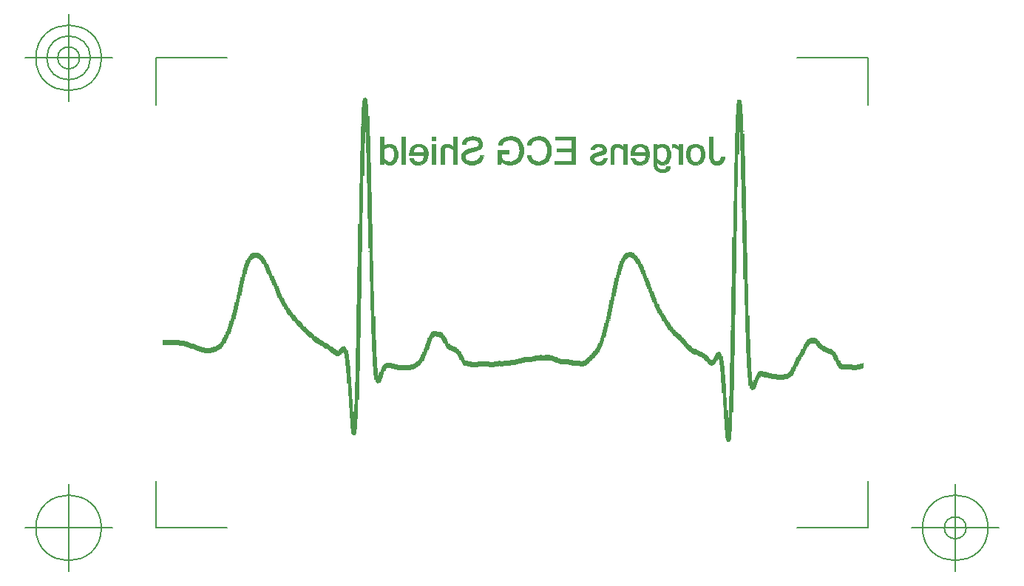
<source format=gbr>
G04 Generated by Ultiboard 14.0 *
%FSLAX34Y34*%
%MOMM*%

%ADD10C,0.0001*%
%ADD11C,0.0010*%
%ADD12C,0.1270*%


G04 ColorRGB FF14FF for the following layer *
%LNSilkscreen Bottom*%
%LPD*%
G54D10*
G54D11*
G36*
X293794Y489827D02*
X293794Y489827D01*
X291830Y489827D01*
X291830Y490581D01*
X293794Y490576D01*
X293794Y489827D01*
D02*
G37*
G36*
X294777Y489078D02*
X294777Y489078D01*
X290847Y489078D01*
X290847Y489832D01*
X294777Y489827D01*
X294777Y489078D01*
D02*
G37*
G36*
X295759Y488329D02*
X295759Y488329D01*
X290847Y488329D01*
X290847Y489083D01*
X295759Y489078D01*
X295759Y488329D01*
D02*
G37*
G36*
X723113Y487580D02*
X723113Y487580D01*
X720166Y487580D01*
X720166Y488334D01*
X723113Y488329D01*
X723113Y487580D01*
D02*
G37*
G36*
X295759Y487580D02*
X295759Y487580D01*
X290847Y487580D01*
X290847Y488334D01*
X295759Y488329D01*
X295759Y487580D01*
D02*
G37*
G36*
X723113Y486831D02*
X723113Y486831D01*
X719184Y486831D01*
X719184Y487585D01*
X723113Y487580D01*
X723113Y486831D01*
D02*
G37*
G36*
X295759Y486831D02*
X295759Y486831D01*
X290847Y486831D01*
X290847Y487585D01*
X295759Y487580D01*
X295759Y486831D01*
D02*
G37*
G36*
X724096Y486082D02*
X724096Y486082D01*
X719184Y486082D01*
X719184Y486836D01*
X724096Y486831D01*
X724096Y486082D01*
D02*
G37*
G36*
X295759Y486082D02*
X295759Y486082D01*
X289865Y486082D01*
X289865Y486836D01*
X295759Y486831D01*
X295759Y486082D01*
D02*
G37*
G36*
X724096Y485333D02*
X724096Y485333D01*
X719184Y485333D01*
X719184Y486087D01*
X724096Y486082D01*
X724096Y485333D01*
D02*
G37*
G36*
X295759Y485333D02*
X295759Y485333D01*
X289865Y485333D01*
X289865Y486087D01*
X295759Y486082D01*
X295759Y485333D01*
D02*
G37*
G36*
X724096Y484584D02*
X724096Y484584D01*
X719184Y484584D01*
X719184Y485338D01*
X724096Y485333D01*
X724096Y484584D01*
D02*
G37*
G36*
X295759Y484584D02*
X295759Y484584D01*
X289865Y484584D01*
X289865Y485338D01*
X295759Y485333D01*
X295759Y484584D01*
D02*
G37*
G36*
X724096Y483835D02*
X724096Y483835D01*
X719184Y483835D01*
X719184Y484589D01*
X724096Y484584D01*
X724096Y483835D01*
D02*
G37*
G36*
X295759Y483835D02*
X295759Y483835D01*
X289865Y483835D01*
X289865Y484589D01*
X295759Y484584D01*
X295759Y483835D01*
D02*
G37*
G36*
X724096Y483086D02*
X724096Y483086D01*
X718201Y483086D01*
X718201Y483840D01*
X724096Y483835D01*
X724096Y483086D01*
D02*
G37*
G36*
X295759Y483086D02*
X295759Y483086D01*
X289865Y483086D01*
X289865Y483840D01*
X295759Y483835D01*
X295759Y483086D01*
D02*
G37*
G36*
X725078Y482337D02*
X725078Y482337D01*
X718201Y482337D01*
X718201Y483091D01*
X725078Y483086D01*
X725078Y482337D01*
D02*
G37*
G36*
X296742Y482337D02*
X296742Y482337D01*
X289865Y482337D01*
X289865Y483091D01*
X296742Y483086D01*
X296742Y482337D01*
D02*
G37*
G36*
X725078Y481588D02*
X725078Y481588D01*
X718201Y481588D01*
X718201Y482342D01*
X725078Y482337D01*
X725078Y481588D01*
D02*
G37*
G36*
X296742Y481588D02*
X296742Y481588D01*
X289865Y481588D01*
X289865Y482342D01*
X296742Y482337D01*
X296742Y481588D01*
D02*
G37*
G36*
X725078Y480839D02*
X725078Y480839D01*
X718201Y480839D01*
X718201Y481593D01*
X725078Y481588D01*
X725078Y480839D01*
D02*
G37*
G36*
X296742Y480839D02*
X296742Y480839D01*
X289865Y480839D01*
X289865Y481593D01*
X296742Y481588D01*
X296742Y480839D01*
D02*
G37*
G36*
X725078Y480090D02*
X725078Y480090D01*
X718201Y480090D01*
X718201Y480844D01*
X725078Y480839D01*
X725078Y480090D01*
D02*
G37*
G36*
X296742Y480090D02*
X296742Y480090D01*
X289865Y480090D01*
X289865Y480844D01*
X296742Y480839D01*
X296742Y480090D01*
D02*
G37*
G36*
X725078Y479341D02*
X725078Y479341D01*
X718201Y479341D01*
X718201Y480095D01*
X725078Y480090D01*
X725078Y479341D01*
D02*
G37*
G36*
X296742Y479341D02*
X296742Y479341D01*
X289865Y479341D01*
X289865Y480095D01*
X296742Y480090D01*
X296742Y479341D01*
D02*
G37*
G36*
X725078Y478592D02*
X725078Y478592D01*
X718201Y478592D01*
X718201Y479346D01*
X725078Y479341D01*
X725078Y478592D01*
D02*
G37*
G36*
X296742Y478592D02*
X296742Y478592D01*
X288882Y478592D01*
X288882Y479346D01*
X296742Y479341D01*
X296742Y478592D01*
D02*
G37*
G36*
X725078Y477843D02*
X725078Y477843D01*
X718201Y477843D01*
X718201Y478597D01*
X725078Y478592D01*
X725078Y477843D01*
D02*
G37*
G36*
X296742Y477843D02*
X296742Y477843D01*
X288882Y477843D01*
X288882Y478597D01*
X296742Y478592D01*
X296742Y477843D01*
D02*
G37*
G36*
X725078Y477094D02*
X725078Y477094D01*
X718201Y477094D01*
X718201Y477848D01*
X725078Y477843D01*
X725078Y477094D01*
D02*
G37*
G36*
X296742Y477094D02*
X296742Y477094D01*
X288882Y477094D01*
X288882Y477848D01*
X296742Y477843D01*
X296742Y477094D01*
D02*
G37*
G36*
X725078Y476345D02*
X725078Y476345D01*
X718201Y476345D01*
X718201Y477099D01*
X725078Y477094D01*
X725078Y476345D01*
D02*
G37*
G36*
X296742Y476345D02*
X296742Y476345D01*
X288882Y476345D01*
X288882Y477099D01*
X296742Y477094D01*
X296742Y476345D01*
D02*
G37*
G36*
X725078Y475596D02*
X725078Y475596D01*
X718201Y475596D01*
X718201Y476350D01*
X725078Y476345D01*
X725078Y475596D01*
D02*
G37*
G36*
X296742Y475596D02*
X296742Y475596D01*
X288882Y475596D01*
X288882Y476350D01*
X296742Y476345D01*
X296742Y475596D01*
D02*
G37*
G36*
X725078Y474847D02*
X725078Y474847D01*
X718201Y474847D01*
X718201Y475601D01*
X725078Y475596D01*
X725078Y474847D01*
D02*
G37*
G36*
X296742Y474847D02*
X296742Y474847D01*
X288882Y474847D01*
X288882Y475601D01*
X296742Y475596D01*
X296742Y474847D01*
D02*
G37*
G36*
X725078Y474097D02*
X725078Y474097D01*
X718201Y474097D01*
X718201Y474852D01*
X725078Y474847D01*
X725078Y474097D01*
D02*
G37*
G36*
X296742Y474097D02*
X296742Y474097D01*
X288882Y474097D01*
X288882Y474852D01*
X296742Y474847D01*
X296742Y474097D01*
D02*
G37*
G36*
X725078Y473348D02*
X725078Y473348D01*
X718201Y473348D01*
X718201Y474102D01*
X725078Y474097D01*
X725078Y473348D01*
D02*
G37*
G36*
X296742Y473348D02*
X296742Y473348D01*
X288882Y473348D01*
X288882Y474102D01*
X296742Y474097D01*
X296742Y473348D01*
D02*
G37*
G36*
X725078Y472599D02*
X725078Y472599D01*
X718201Y472599D01*
X718201Y473353D01*
X725078Y473348D01*
X725078Y472599D01*
D02*
G37*
G36*
X296742Y472599D02*
X296742Y472599D01*
X288882Y472599D01*
X288882Y473353D01*
X296742Y473348D01*
X296742Y472599D01*
D02*
G37*
G36*
X725078Y471850D02*
X725078Y471850D01*
X718201Y471850D01*
X718201Y472604D01*
X725078Y472599D01*
X725078Y471850D01*
D02*
G37*
G36*
X296742Y471850D02*
X296742Y471850D01*
X288882Y471850D01*
X288882Y472604D01*
X296742Y472599D01*
X296742Y471850D01*
D02*
G37*
G36*
X726061Y471101D02*
X726061Y471101D01*
X718201Y471101D01*
X718201Y471855D01*
X726061Y471850D01*
X726061Y471101D01*
D02*
G37*
G36*
X296742Y471101D02*
X296742Y471101D01*
X288882Y471101D01*
X288882Y471855D01*
X296742Y471850D01*
X296742Y471101D01*
D02*
G37*
G36*
X726061Y470352D02*
X726061Y470352D01*
X717219Y470352D01*
X717219Y471106D01*
X726061Y471101D01*
X726061Y470352D01*
D02*
G37*
G36*
X296742Y470352D02*
X296742Y470352D01*
X288882Y470352D01*
X288882Y471106D01*
X296742Y471101D01*
X296742Y470352D01*
D02*
G37*
G36*
X726061Y469603D02*
X726061Y469603D01*
X717219Y469603D01*
X717219Y470357D01*
X726061Y470352D01*
X726061Y469603D01*
D02*
G37*
G36*
X296742Y469603D02*
X296742Y469603D01*
X288882Y469603D01*
X288882Y470357D01*
X296742Y470352D01*
X296742Y469603D01*
D02*
G37*
G36*
X726061Y468854D02*
X726061Y468854D01*
X717219Y468854D01*
X717219Y469608D01*
X726061Y469603D01*
X726061Y468854D01*
D02*
G37*
G36*
X297724Y468854D02*
X297724Y468854D01*
X288882Y468854D01*
X288882Y469608D01*
X297724Y469603D01*
X297724Y468854D01*
D02*
G37*
G36*
X726061Y468105D02*
X726061Y468105D01*
X717219Y468105D01*
X717219Y468859D01*
X726061Y468854D01*
X726061Y468105D01*
D02*
G37*
G36*
X297724Y468105D02*
X297724Y468105D01*
X288882Y468105D01*
X288882Y468859D01*
X297724Y468854D01*
X297724Y468105D01*
D02*
G37*
G36*
X726061Y467356D02*
X726061Y467356D01*
X717219Y467356D01*
X717219Y468110D01*
X726061Y468105D01*
X726061Y467356D01*
D02*
G37*
G36*
X297724Y467356D02*
X297724Y467356D01*
X288882Y467356D01*
X288882Y468110D01*
X297724Y468105D01*
X297724Y467356D01*
D02*
G37*
G36*
X726061Y466607D02*
X726061Y466607D01*
X717219Y466607D01*
X717219Y467361D01*
X726061Y467356D01*
X726061Y466607D01*
D02*
G37*
G36*
X297724Y466607D02*
X297724Y466607D01*
X288882Y466607D01*
X288882Y467361D01*
X297724Y467356D01*
X297724Y466607D01*
D02*
G37*
G36*
X726061Y465858D02*
X726061Y465858D01*
X717219Y465858D01*
X717219Y466612D01*
X726061Y466607D01*
X726061Y465858D01*
D02*
G37*
G36*
X297724Y465858D02*
X297724Y465858D01*
X288882Y465858D01*
X288882Y466612D01*
X297724Y466607D01*
X297724Y465858D01*
D02*
G37*
G36*
X726061Y465109D02*
X726061Y465109D01*
X717219Y465109D01*
X717219Y465863D01*
X726061Y465858D01*
X726061Y465109D01*
D02*
G37*
G36*
X297724Y465109D02*
X297724Y465109D01*
X288882Y465109D01*
X288882Y465863D01*
X297724Y465858D01*
X297724Y465109D01*
D02*
G37*
G36*
X726061Y464360D02*
X726061Y464360D01*
X717219Y464360D01*
X717219Y465114D01*
X726061Y465109D01*
X726061Y464360D01*
D02*
G37*
G36*
X297724Y464360D02*
X297724Y464360D01*
X288882Y464360D01*
X288882Y465114D01*
X297724Y465109D01*
X297724Y464360D01*
D02*
G37*
G36*
X726061Y463611D02*
X726061Y463611D01*
X717219Y463611D01*
X717219Y464365D01*
X726061Y464360D01*
X726061Y463611D01*
D02*
G37*
G36*
X297724Y463611D02*
X297724Y463611D01*
X288882Y463611D01*
X288882Y464365D01*
X297724Y464360D01*
X297724Y463611D01*
D02*
G37*
G36*
X726061Y462862D02*
X726061Y462862D01*
X717219Y462862D01*
X717219Y463616D01*
X726061Y463611D01*
X726061Y462862D01*
D02*
G37*
G36*
X297724Y462862D02*
X297724Y462862D01*
X288882Y462862D01*
X288882Y463616D01*
X297724Y463611D01*
X297724Y462862D01*
D02*
G37*
G36*
X726061Y462113D02*
X726061Y462113D01*
X717219Y462113D01*
X717219Y462867D01*
X726061Y462862D01*
X726061Y462113D01*
D02*
G37*
G36*
X297724Y462113D02*
X297724Y462113D01*
X288882Y462113D01*
X288882Y462867D01*
X297724Y462862D01*
X297724Y462113D01*
D02*
G37*
G36*
X726061Y461364D02*
X726061Y461364D01*
X717219Y461364D01*
X717219Y462118D01*
X726061Y462113D01*
X726061Y461364D01*
D02*
G37*
G36*
X297724Y461364D02*
X297724Y461364D01*
X288882Y461364D01*
X288882Y462118D01*
X297724Y462113D01*
X297724Y461364D01*
D02*
G37*
G36*
X726061Y460615D02*
X726061Y460615D01*
X717219Y460615D01*
X717219Y461369D01*
X726061Y461364D01*
X726061Y460615D01*
D02*
G37*
G36*
X297724Y460615D02*
X297724Y460615D01*
X288882Y460615D01*
X288882Y461369D01*
X297724Y461364D01*
X297724Y460615D01*
D02*
G37*
G36*
X726061Y459866D02*
X726061Y459866D01*
X717219Y459866D01*
X717219Y460620D01*
X726061Y460615D01*
X726061Y459866D01*
D02*
G37*
G36*
X297724Y459866D02*
X297724Y459866D01*
X288882Y459866D01*
X288882Y460620D01*
X297724Y460615D01*
X297724Y459866D01*
D02*
G37*
G36*
X726061Y459117D02*
X726061Y459117D01*
X717219Y459117D01*
X717219Y459871D01*
X726061Y459866D01*
X726061Y459117D01*
D02*
G37*
G36*
X297724Y459117D02*
X297724Y459117D01*
X287900Y459117D01*
X287900Y459871D01*
X297724Y459866D01*
X297724Y459117D01*
D02*
G37*
G36*
X726061Y458368D02*
X726061Y458368D01*
X717219Y458368D01*
X717219Y459122D01*
X726061Y459117D01*
X726061Y458368D01*
D02*
G37*
G36*
X297724Y458368D02*
X297724Y458368D01*
X288882Y458368D01*
X288882Y459122D01*
X297724Y459117D01*
X297724Y458368D01*
D02*
G37*
G36*
X726061Y457619D02*
X726061Y457619D01*
X717219Y457619D01*
X717219Y458373D01*
X726061Y458368D01*
X726061Y457619D01*
D02*
G37*
G36*
X297724Y457619D02*
X297724Y457619D01*
X288882Y457619D01*
X288882Y458373D01*
X297724Y458368D01*
X297724Y457619D01*
D02*
G37*
G36*
X726061Y456870D02*
X726061Y456870D01*
X717219Y456870D01*
X717219Y457624D01*
X726061Y457619D01*
X726061Y456870D01*
D02*
G37*
G36*
X297724Y456870D02*
X297724Y456870D01*
X287900Y456870D01*
X287900Y457624D01*
X297724Y457619D01*
X297724Y456870D01*
D02*
G37*
G36*
X726061Y456121D02*
X726061Y456121D01*
X717219Y456121D01*
X717219Y456875D01*
X726061Y456870D01*
X726061Y456121D01*
D02*
G37*
G36*
X297724Y456121D02*
X297724Y456121D01*
X287900Y456121D01*
X287900Y456875D01*
X297724Y456870D01*
X297724Y456121D01*
D02*
G37*
G36*
X726061Y455372D02*
X726061Y455372D01*
X717219Y455372D01*
X717219Y456126D01*
X726061Y456121D01*
X726061Y455372D01*
D02*
G37*
G36*
X297724Y455372D02*
X297724Y455372D01*
X287900Y455372D01*
X287900Y456126D01*
X297724Y456121D01*
X297724Y455372D01*
D02*
G37*
G36*
X726061Y454623D02*
X726061Y454623D01*
X717219Y454623D01*
X717219Y455377D01*
X726061Y455372D01*
X726061Y454623D01*
D02*
G37*
G36*
X297724Y454623D02*
X297724Y454623D01*
X287900Y454623D01*
X287900Y455377D01*
X297724Y455372D01*
X297724Y454623D01*
D02*
G37*
G36*
X726061Y453874D02*
X726061Y453874D01*
X717219Y453874D01*
X717219Y454628D01*
X726061Y454623D01*
X726061Y453874D01*
D02*
G37*
G36*
X297724Y453874D02*
X297724Y453874D01*
X287900Y453874D01*
X287900Y454628D01*
X297724Y454623D01*
X297724Y453874D01*
D02*
G37*
G36*
X726061Y453125D02*
X726061Y453125D01*
X717219Y453125D01*
X717219Y453879D01*
X726061Y453874D01*
X726061Y453125D01*
D02*
G37*
G36*
X297724Y453125D02*
X297724Y453125D01*
X287900Y453125D01*
X287900Y453879D01*
X297724Y453874D01*
X297724Y453125D01*
D02*
G37*
G36*
X726061Y452376D02*
X726061Y452376D01*
X717219Y452376D01*
X717219Y453130D01*
X726061Y453125D01*
X726061Y452376D01*
D02*
G37*
G36*
X297724Y452376D02*
X297724Y452376D01*
X287900Y452376D01*
X287900Y453130D01*
X297724Y453125D01*
X297724Y452376D01*
D02*
G37*
G36*
X727043Y451627D02*
X727043Y451627D01*
X717219Y451627D01*
X717219Y452381D01*
X727043Y452376D01*
X727043Y451627D01*
D02*
G37*
G36*
X297724Y451627D02*
X297724Y451627D01*
X287900Y451627D01*
X287900Y452381D01*
X297724Y452376D01*
X297724Y451627D01*
D02*
G37*
G36*
X726061Y450878D02*
X726061Y450878D01*
X717219Y450878D01*
X717219Y451632D01*
X726061Y451627D01*
X726061Y450878D01*
D02*
G37*
G36*
X297724Y450878D02*
X297724Y450878D01*
X287900Y450878D01*
X287900Y451632D01*
X297724Y451627D01*
X297724Y450878D01*
D02*
G37*
G36*
X726061Y450129D02*
X726061Y450129D01*
X722131Y450129D01*
X722131Y450883D01*
X726061Y450878D01*
X726061Y450129D01*
D02*
G37*
G36*
X721149Y450129D02*
X721149Y450129D01*
X717219Y450129D01*
X717219Y450883D01*
X721149Y450878D01*
X721149Y450129D01*
D02*
G37*
G36*
X297724Y450129D02*
X297724Y450129D01*
X293794Y450129D01*
X293794Y450883D01*
X297724Y450878D01*
X297724Y450129D01*
D02*
G37*
G36*
X292812Y450129D02*
X292812Y450129D01*
X287900Y450129D01*
X287900Y450883D01*
X292812Y450878D01*
X292812Y450129D01*
D02*
G37*
G36*
X726061Y449380D02*
X726061Y449380D01*
X722131Y449380D01*
X722131Y450134D01*
X726061Y450129D01*
X726061Y449380D01*
D02*
G37*
G36*
X721149Y449380D02*
X721149Y449380D01*
X716236Y449380D01*
X716236Y450134D01*
X721149Y450129D01*
X721149Y449380D01*
D02*
G37*
G36*
X297724Y449380D02*
X297724Y449380D01*
X293794Y449380D01*
X293794Y450134D01*
X297724Y450129D01*
X297724Y449380D01*
D02*
G37*
G36*
X292812Y449380D02*
X292812Y449380D01*
X287900Y449380D01*
X287900Y450134D01*
X292812Y450129D01*
X292812Y449380D01*
D02*
G37*
G36*
X726061Y448631D02*
X726061Y448631D01*
X722131Y448631D01*
X722131Y449385D01*
X726061Y449380D01*
X726061Y448631D01*
D02*
G37*
G36*
X721149Y448631D02*
X721149Y448631D01*
X716236Y448631D01*
X716236Y449385D01*
X721149Y449380D01*
X721149Y448631D01*
D02*
G37*
G36*
X297724Y448631D02*
X297724Y448631D01*
X293794Y448631D01*
X293794Y449385D01*
X297724Y449380D01*
X297724Y448631D01*
D02*
G37*
G36*
X292812Y448631D02*
X292812Y448631D01*
X287900Y448631D01*
X287900Y449385D01*
X292812Y449380D01*
X292812Y448631D01*
D02*
G37*
G36*
X727043Y447882D02*
X727043Y447882D01*
X722131Y447882D01*
X722131Y448635D01*
X727043Y448631D01*
X727043Y447882D01*
D02*
G37*
G36*
X721149Y447882D02*
X721149Y447882D01*
X716236Y447882D01*
X716236Y448635D01*
X721149Y448631D01*
X721149Y447882D01*
D02*
G37*
G36*
X297724Y447882D02*
X297724Y447882D01*
X293794Y447882D01*
X293794Y448635D01*
X297724Y448631D01*
X297724Y447882D01*
D02*
G37*
G36*
X292812Y447882D02*
X292812Y447882D01*
X287900Y447882D01*
X287900Y448635D01*
X292812Y448631D01*
X292812Y447882D01*
D02*
G37*
G36*
X727043Y447133D02*
X727043Y447133D01*
X722131Y447133D01*
X722131Y447886D01*
X727043Y447882D01*
X727043Y447133D01*
D02*
G37*
G36*
X721149Y447133D02*
X721149Y447133D01*
X716236Y447133D01*
X716236Y447886D01*
X721149Y447882D01*
X721149Y447133D01*
D02*
G37*
G36*
X297724Y447133D02*
X297724Y447133D01*
X293794Y447133D01*
X293794Y447886D01*
X297724Y447882D01*
X297724Y447133D01*
D02*
G37*
G36*
X292812Y447133D02*
X292812Y447133D01*
X287900Y447133D01*
X287900Y447886D01*
X292812Y447882D01*
X292812Y447133D01*
D02*
G37*
G36*
X727043Y446384D02*
X727043Y446384D01*
X722131Y446384D01*
X722131Y447137D01*
X727043Y447133D01*
X727043Y446384D01*
D02*
G37*
G36*
X721149Y446384D02*
X721149Y446384D01*
X716236Y446384D01*
X716236Y447137D01*
X721149Y447133D01*
X721149Y446384D01*
D02*
G37*
G36*
X297724Y446384D02*
X297724Y446384D01*
X293794Y446384D01*
X293794Y447137D01*
X297724Y447133D01*
X297724Y446384D01*
D02*
G37*
G36*
X292812Y446384D02*
X292812Y446384D01*
X287900Y446384D01*
X287900Y447137D01*
X292812Y447133D01*
X292812Y446384D01*
D02*
G37*
G36*
X727043Y445635D02*
X727043Y445635D01*
X722131Y445635D01*
X722131Y446388D01*
X727043Y446384D01*
X727043Y445635D01*
D02*
G37*
G36*
X721149Y445635D02*
X721149Y445635D01*
X716236Y445635D01*
X716236Y446388D01*
X721149Y446384D01*
X721149Y445635D01*
D02*
G37*
G36*
X298706Y445635D02*
X298706Y445635D01*
X293794Y445635D01*
X293794Y446388D01*
X298706Y446384D01*
X298706Y445635D01*
D02*
G37*
G36*
X292812Y445635D02*
X292812Y445635D01*
X287900Y445635D01*
X287900Y446388D01*
X292812Y446384D01*
X292812Y445635D01*
D02*
G37*
G36*
X727043Y444886D02*
X727043Y444886D01*
X722131Y444886D01*
X722131Y445639D01*
X727043Y445635D01*
X727043Y444886D01*
D02*
G37*
G36*
X721149Y444886D02*
X721149Y444886D01*
X716236Y444886D01*
X716236Y445639D01*
X721149Y445635D01*
X721149Y444886D01*
D02*
G37*
G36*
X298706Y444886D02*
X298706Y444886D01*
X293794Y444886D01*
X293794Y445639D01*
X298706Y445635D01*
X298706Y444886D01*
D02*
G37*
G36*
X292812Y444886D02*
X292812Y444886D01*
X287900Y444886D01*
X287900Y445639D01*
X292812Y445635D01*
X292812Y444886D01*
D02*
G37*
G36*
X727043Y444137D02*
X727043Y444137D01*
X722131Y444137D01*
X722131Y444890D01*
X727043Y444886D01*
X727043Y444137D01*
D02*
G37*
G36*
X721149Y444137D02*
X721149Y444137D01*
X716236Y444137D01*
X716236Y444890D01*
X721149Y444886D01*
X721149Y444137D01*
D02*
G37*
G36*
X298706Y444137D02*
X298706Y444137D01*
X293794Y444137D01*
X293794Y444890D01*
X298706Y444886D01*
X298706Y444137D01*
D02*
G37*
G36*
X292812Y444137D02*
X292812Y444137D01*
X287900Y444137D01*
X287900Y444890D01*
X292812Y444886D01*
X292812Y444137D01*
D02*
G37*
G36*
X727043Y443388D02*
X727043Y443388D01*
X722131Y443388D01*
X722131Y444141D01*
X727043Y444137D01*
X727043Y443388D01*
D02*
G37*
G36*
X721149Y443388D02*
X721149Y443388D01*
X716236Y443388D01*
X716236Y444141D01*
X721149Y444137D01*
X721149Y443388D01*
D02*
G37*
G36*
X298706Y443388D02*
X298706Y443388D01*
X293794Y443388D01*
X293794Y444141D01*
X298706Y444137D01*
X298706Y443388D01*
D02*
G37*
G36*
X292812Y443388D02*
X292812Y443388D01*
X287900Y443388D01*
X287900Y444141D01*
X292812Y444137D01*
X292812Y443388D01*
D02*
G37*
G36*
X727043Y442639D02*
X727043Y442639D01*
X722131Y442639D01*
X722131Y443392D01*
X727043Y443388D01*
X727043Y442639D01*
D02*
G37*
G36*
X721149Y442639D02*
X721149Y442639D01*
X716236Y442639D01*
X716236Y443392D01*
X721149Y443388D01*
X721149Y442639D01*
D02*
G37*
G36*
X298706Y442639D02*
X298706Y442639D01*
X293794Y442639D01*
X293794Y443392D01*
X298706Y443388D01*
X298706Y442639D01*
D02*
G37*
G36*
X292812Y442639D02*
X292812Y442639D01*
X287900Y442639D01*
X287900Y443392D01*
X292812Y443388D01*
X292812Y442639D01*
D02*
G37*
G36*
X727043Y441890D02*
X727043Y441890D01*
X722131Y441890D01*
X722131Y442643D01*
X727043Y442639D01*
X727043Y441890D01*
D02*
G37*
G36*
X721149Y441890D02*
X721149Y441890D01*
X716236Y441890D01*
X716236Y442643D01*
X721149Y442639D01*
X721149Y441890D01*
D02*
G37*
G36*
X298706Y441890D02*
X298706Y441890D01*
X293794Y441890D01*
X293794Y442643D01*
X298706Y442639D01*
X298706Y441890D01*
D02*
G37*
G36*
X292812Y441890D02*
X292812Y441890D01*
X287900Y441890D01*
X287900Y442643D01*
X292812Y442639D01*
X292812Y441890D01*
D02*
G37*
G36*
X727043Y441141D02*
X727043Y441141D01*
X722131Y441141D01*
X722131Y441894D01*
X727043Y441890D01*
X727043Y441141D01*
D02*
G37*
G36*
X721149Y441141D02*
X721149Y441141D01*
X716236Y441141D01*
X716236Y441894D01*
X721149Y441890D01*
X721149Y441141D01*
D02*
G37*
G36*
X298706Y441141D02*
X298706Y441141D01*
X293794Y441141D01*
X293794Y441894D01*
X298706Y441890D01*
X298706Y441141D01*
D02*
G37*
G36*
X292812Y441141D02*
X292812Y441141D01*
X287900Y441141D01*
X287900Y441894D01*
X292812Y441890D01*
X292812Y441141D01*
D02*
G37*
G36*
X727043Y440391D02*
X727043Y440391D01*
X722131Y440391D01*
X722131Y441145D01*
X727043Y441141D01*
X727043Y440391D01*
D02*
G37*
G36*
X721149Y440391D02*
X721149Y440391D01*
X716236Y440391D01*
X716236Y441145D01*
X721149Y441141D01*
X721149Y440391D01*
D02*
G37*
G36*
X298706Y440391D02*
X298706Y440391D01*
X293794Y440391D01*
X293794Y441145D01*
X298706Y441141D01*
X298706Y440391D01*
D02*
G37*
G36*
X292812Y440391D02*
X292812Y440391D01*
X287900Y440391D01*
X287900Y441145D01*
X292812Y441141D01*
X292812Y440391D01*
D02*
G37*
G36*
X727043Y439642D02*
X727043Y439642D01*
X722131Y439642D01*
X722131Y440396D01*
X727043Y440392D01*
X727043Y439642D01*
D02*
G37*
G36*
X721149Y439642D02*
X721149Y439642D01*
X716236Y439642D01*
X716236Y440396D01*
X721149Y440392D01*
X721149Y439642D01*
D02*
G37*
G36*
X298706Y439642D02*
X298706Y439642D01*
X293794Y439642D01*
X293794Y440396D01*
X298706Y440392D01*
X298706Y439642D01*
D02*
G37*
G36*
X292812Y439642D02*
X292812Y439642D01*
X287900Y439642D01*
X287900Y440396D01*
X292812Y440392D01*
X292812Y439642D01*
D02*
G37*
G36*
X727043Y438893D02*
X727043Y438893D01*
X722131Y438893D01*
X722131Y439647D01*
X727043Y439642D01*
X727043Y438893D01*
D02*
G37*
G36*
X721149Y438893D02*
X721149Y438893D01*
X716236Y438893D01*
X716236Y439647D01*
X721149Y439642D01*
X721149Y438893D01*
D02*
G37*
G36*
X298706Y438893D02*
X298706Y438893D01*
X293794Y438893D01*
X293794Y439647D01*
X298706Y439642D01*
X298706Y438893D01*
D02*
G37*
G36*
X292812Y438893D02*
X292812Y438893D01*
X287900Y438893D01*
X287900Y439647D01*
X292812Y439642D01*
X292812Y438893D01*
D02*
G37*
G36*
X727043Y438144D02*
X727043Y438144D01*
X722131Y438144D01*
X722131Y438898D01*
X727043Y438893D01*
X727043Y438144D01*
D02*
G37*
G36*
X721149Y438144D02*
X721149Y438144D01*
X716236Y438144D01*
X716236Y438898D01*
X721149Y438893D01*
X721149Y438144D01*
D02*
G37*
G36*
X298706Y438144D02*
X298706Y438144D01*
X293794Y438144D01*
X293794Y438898D01*
X298706Y438893D01*
X298706Y438144D01*
D02*
G37*
G36*
X292812Y438144D02*
X292812Y438144D01*
X287900Y438144D01*
X287900Y438898D01*
X292812Y438893D01*
X292812Y438144D01*
D02*
G37*
G36*
X727043Y437395D02*
X727043Y437395D01*
X722131Y437395D01*
X722131Y438149D01*
X727043Y438144D01*
X727043Y437395D01*
D02*
G37*
G36*
X721149Y437395D02*
X721149Y437395D01*
X716236Y437395D01*
X716236Y438149D01*
X721149Y438144D01*
X721149Y437395D01*
D02*
G37*
G36*
X298706Y437395D02*
X298706Y437395D01*
X293794Y437395D01*
X293794Y438149D01*
X298706Y438144D01*
X298706Y437395D01*
D02*
G37*
G36*
X291830Y437395D02*
X291830Y437395D01*
X287900Y437395D01*
X287900Y438149D01*
X291830Y438144D01*
X291830Y437395D01*
D02*
G37*
G36*
X727043Y436646D02*
X727043Y436646D01*
X722131Y436646D01*
X722131Y437400D01*
X727043Y437395D01*
X727043Y436646D01*
D02*
G37*
G36*
X721149Y436646D02*
X721149Y436646D01*
X716236Y436646D01*
X716236Y437400D01*
X721149Y437395D01*
X721149Y436646D01*
D02*
G37*
G36*
X298706Y436646D02*
X298706Y436646D01*
X293794Y436646D01*
X293794Y437400D01*
X298706Y437395D01*
X298706Y436646D01*
D02*
G37*
G36*
X291830Y436646D02*
X291830Y436646D01*
X287900Y436646D01*
X287900Y437400D01*
X291830Y437395D01*
X291830Y436646D01*
D02*
G37*
G36*
X727043Y435897D02*
X727043Y435897D01*
X722131Y435897D01*
X722131Y436651D01*
X727043Y436646D01*
X727043Y435897D01*
D02*
G37*
G36*
X721149Y435897D02*
X721149Y435897D01*
X716236Y435897D01*
X716236Y436651D01*
X721149Y436646D01*
X721149Y435897D01*
D02*
G37*
G36*
X298706Y435897D02*
X298706Y435897D01*
X293794Y435897D01*
X293794Y436651D01*
X298706Y436646D01*
X298706Y435897D01*
D02*
G37*
G36*
X291830Y435897D02*
X291830Y435897D01*
X287900Y435897D01*
X287900Y436651D01*
X291830Y436646D01*
X291830Y435897D01*
D02*
G37*
G36*
X727043Y435148D02*
X727043Y435148D01*
X722131Y435148D01*
X722131Y435902D01*
X727043Y435897D01*
X727043Y435148D01*
D02*
G37*
G36*
X721149Y435148D02*
X721149Y435148D01*
X716236Y435148D01*
X716236Y435902D01*
X721149Y435897D01*
X721149Y435148D01*
D02*
G37*
G36*
X298706Y435148D02*
X298706Y435148D01*
X293794Y435148D01*
X293794Y435902D01*
X298706Y435897D01*
X298706Y435148D01*
D02*
G37*
G36*
X291830Y435148D02*
X291830Y435148D01*
X287900Y435148D01*
X287900Y435902D01*
X291830Y435897D01*
X291830Y435148D01*
D02*
G37*
G36*
X727043Y434399D02*
X727043Y434399D01*
X722131Y434399D01*
X722131Y435153D01*
X727043Y435148D01*
X727043Y434399D01*
D02*
G37*
G36*
X721149Y434399D02*
X721149Y434399D01*
X716236Y434399D01*
X716236Y435153D01*
X721149Y435148D01*
X721149Y434399D01*
D02*
G37*
G36*
X298706Y434399D02*
X298706Y434399D01*
X293794Y434399D01*
X293794Y435153D01*
X298706Y435148D01*
X298706Y434399D01*
D02*
G37*
G36*
X291830Y434399D02*
X291830Y434399D01*
X287900Y434399D01*
X287900Y435153D01*
X291830Y435148D01*
X291830Y434399D01*
D02*
G37*
G36*
X727043Y433650D02*
X727043Y433650D01*
X722131Y433650D01*
X722131Y434404D01*
X727043Y434399D01*
X727043Y433650D01*
D02*
G37*
G36*
X721149Y433650D02*
X721149Y433650D01*
X716236Y433650D01*
X716236Y434404D01*
X721149Y434399D01*
X721149Y433650D01*
D02*
G37*
G36*
X298706Y433650D02*
X298706Y433650D01*
X293794Y433650D01*
X293794Y434404D01*
X298706Y434399D01*
X298706Y433650D01*
D02*
G37*
G36*
X291830Y433650D02*
X291830Y433650D01*
X287900Y433650D01*
X287900Y434404D01*
X291830Y434399D01*
X291830Y433650D01*
D02*
G37*
G36*
X727043Y432901D02*
X727043Y432901D01*
X722131Y432901D01*
X722131Y433655D01*
X727043Y433650D01*
X727043Y432901D01*
D02*
G37*
G36*
X721149Y432901D02*
X721149Y432901D01*
X716236Y432901D01*
X716236Y433655D01*
X721149Y433650D01*
X721149Y432901D01*
D02*
G37*
G36*
X298706Y432901D02*
X298706Y432901D01*
X293794Y432901D01*
X293794Y433655D01*
X298706Y433650D01*
X298706Y432901D01*
D02*
G37*
G36*
X291830Y432901D02*
X291830Y432901D01*
X287900Y432901D01*
X287900Y433655D01*
X291830Y433650D01*
X291830Y432901D01*
D02*
G37*
G36*
X727043Y432152D02*
X727043Y432152D01*
X722131Y432152D01*
X722131Y432906D01*
X727043Y432901D01*
X727043Y432152D01*
D02*
G37*
G36*
X721149Y432152D02*
X721149Y432152D01*
X716236Y432152D01*
X716236Y432906D01*
X721149Y432901D01*
X721149Y432152D01*
D02*
G37*
G36*
X298706Y432152D02*
X298706Y432152D01*
X293794Y432152D01*
X293794Y432906D01*
X298706Y432901D01*
X298706Y432152D01*
D02*
G37*
G36*
X291830Y432152D02*
X291830Y432152D01*
X287900Y432152D01*
X287900Y432906D01*
X291830Y432901D01*
X291830Y432152D01*
D02*
G37*
G36*
X727043Y431403D02*
X727043Y431403D01*
X722131Y431403D01*
X722131Y432157D01*
X727043Y432152D01*
X727043Y431403D01*
D02*
G37*
G36*
X721149Y431403D02*
X721149Y431403D01*
X716236Y431403D01*
X716236Y432157D01*
X721149Y432152D01*
X721149Y431403D01*
D02*
G37*
G36*
X298706Y431403D02*
X298706Y431403D01*
X293794Y431403D01*
X293794Y432157D01*
X298706Y432152D01*
X298706Y431403D01*
D02*
G37*
G36*
X291830Y431403D02*
X291830Y431403D01*
X287900Y431403D01*
X287900Y432157D01*
X291830Y432152D01*
X291830Y431403D01*
D02*
G37*
G36*
X727043Y430654D02*
X727043Y430654D01*
X722131Y430654D01*
X722131Y431408D01*
X727043Y431403D01*
X727043Y430654D01*
D02*
G37*
G36*
X721149Y430654D02*
X721149Y430654D01*
X716236Y430654D01*
X716236Y431408D01*
X721149Y431403D01*
X721149Y430654D01*
D02*
G37*
G36*
X298706Y430654D02*
X298706Y430654D01*
X293794Y430654D01*
X293794Y431408D01*
X298706Y431403D01*
X298706Y430654D01*
D02*
G37*
G36*
X291830Y430654D02*
X291830Y430654D01*
X287900Y430654D01*
X287900Y431408D01*
X291830Y431403D01*
X291830Y430654D01*
D02*
G37*
G36*
X727043Y429905D02*
X727043Y429905D01*
X722131Y429905D01*
X722131Y430659D01*
X727043Y430654D01*
X727043Y429905D01*
D02*
G37*
G36*
X721149Y429905D02*
X721149Y429905D01*
X716236Y429905D01*
X716236Y430659D01*
X721149Y430654D01*
X721149Y429905D01*
D02*
G37*
G36*
X298706Y429905D02*
X298706Y429905D01*
X293794Y429905D01*
X293794Y430659D01*
X298706Y430654D01*
X298706Y429905D01*
D02*
G37*
G36*
X291830Y429905D02*
X291830Y429905D01*
X287900Y429905D01*
X287900Y430659D01*
X291830Y430654D01*
X291830Y429905D01*
D02*
G37*
G36*
X727043Y429156D02*
X727043Y429156D01*
X722131Y429156D01*
X722131Y429910D01*
X727043Y429905D01*
X727043Y429156D01*
D02*
G37*
G36*
X721149Y429156D02*
X721149Y429156D01*
X716236Y429156D01*
X716236Y429910D01*
X721149Y429905D01*
X721149Y429156D01*
D02*
G37*
G36*
X298706Y429156D02*
X298706Y429156D01*
X293794Y429156D01*
X293794Y429910D01*
X298706Y429905D01*
X298706Y429156D01*
D02*
G37*
G36*
X291830Y429156D02*
X291830Y429156D01*
X287900Y429156D01*
X287900Y429910D01*
X291830Y429905D01*
X291830Y429156D01*
D02*
G37*
G36*
X727043Y428407D02*
X727043Y428407D01*
X723113Y428407D01*
X723113Y429161D01*
X727043Y429156D01*
X727043Y428407D01*
D02*
G37*
G36*
X721149Y428407D02*
X721149Y428407D01*
X716236Y428407D01*
X716236Y429161D01*
X721149Y429156D01*
X721149Y428407D01*
D02*
G37*
G36*
X298706Y428407D02*
X298706Y428407D01*
X293794Y428407D01*
X293794Y429161D01*
X298706Y429156D01*
X298706Y428407D01*
D02*
G37*
G36*
X291830Y428407D02*
X291830Y428407D01*
X286917Y428407D01*
X286917Y429161D01*
X291830Y429156D01*
X291830Y428407D01*
D02*
G37*
G36*
X727043Y427658D02*
X727043Y427658D01*
X723113Y427658D01*
X723113Y428412D01*
X727043Y428407D01*
X727043Y427658D01*
D02*
G37*
G36*
X721149Y427658D02*
X721149Y427658D01*
X716236Y427658D01*
X716236Y428412D01*
X721149Y428407D01*
X721149Y427658D01*
D02*
G37*
G36*
X298706Y427658D02*
X298706Y427658D01*
X293794Y427658D01*
X293794Y428412D01*
X298706Y428407D01*
X298706Y427658D01*
D02*
G37*
G36*
X291830Y427658D02*
X291830Y427658D01*
X286917Y427658D01*
X286917Y428412D01*
X291830Y428407D01*
X291830Y427658D01*
D02*
G37*
G36*
X727043Y426909D02*
X727043Y426909D01*
X723113Y426909D01*
X723113Y427663D01*
X727043Y427658D01*
X727043Y426909D01*
D02*
G37*
G36*
X721149Y426909D02*
X721149Y426909D01*
X716236Y426909D01*
X716236Y427663D01*
X721149Y427658D01*
X721149Y426909D01*
D02*
G37*
G36*
X298706Y426909D02*
X298706Y426909D01*
X293794Y426909D01*
X293794Y427663D01*
X298706Y427658D01*
X298706Y426909D01*
D02*
G37*
G36*
X291830Y426909D02*
X291830Y426909D01*
X286917Y426909D01*
X286917Y427663D01*
X291830Y427658D01*
X291830Y426909D01*
D02*
G37*
G36*
X727043Y426160D02*
X727043Y426160D01*
X723113Y426160D01*
X723113Y426914D01*
X727043Y426909D01*
X727043Y426160D01*
D02*
G37*
G36*
X721149Y426160D02*
X721149Y426160D01*
X716236Y426160D01*
X716236Y426914D01*
X721149Y426909D01*
X721149Y426160D01*
D02*
G37*
G36*
X298706Y426160D02*
X298706Y426160D01*
X294777Y426160D01*
X294777Y426914D01*
X298706Y426909D01*
X298706Y426160D01*
D02*
G37*
G36*
X291830Y426160D02*
X291830Y426160D01*
X286917Y426160D01*
X286917Y426914D01*
X291830Y426909D01*
X291830Y426160D01*
D02*
G37*
G36*
X727043Y425411D02*
X727043Y425411D01*
X723113Y425411D01*
X723113Y426165D01*
X727043Y426160D01*
X727043Y425411D01*
D02*
G37*
G36*
X721149Y425411D02*
X721149Y425411D01*
X716236Y425411D01*
X716236Y426165D01*
X721149Y426160D01*
X721149Y425411D01*
D02*
G37*
G36*
X298706Y425411D02*
X298706Y425411D01*
X294777Y425411D01*
X294777Y426165D01*
X298706Y426160D01*
X298706Y425411D01*
D02*
G37*
G36*
X291830Y425411D02*
X291830Y425411D01*
X286917Y425411D01*
X286917Y426165D01*
X291830Y426160D01*
X291830Y425411D01*
D02*
G37*
G36*
X727043Y424662D02*
X727043Y424662D01*
X723113Y424662D01*
X723113Y425416D01*
X727043Y425411D01*
X727043Y424662D01*
D02*
G37*
G36*
X720166Y424662D02*
X720166Y424662D01*
X716236Y424662D01*
X716236Y425416D01*
X720166Y425411D01*
X720166Y424662D01*
D02*
G37*
G36*
X298706Y424662D02*
X298706Y424662D01*
X294777Y424662D01*
X294777Y425416D01*
X298706Y425411D01*
X298706Y424662D01*
D02*
G37*
G36*
X291830Y424662D02*
X291830Y424662D01*
X286917Y424662D01*
X286917Y425416D01*
X291830Y425411D01*
X291830Y424662D01*
D02*
G37*
G36*
X727043Y423913D02*
X727043Y423913D01*
X723113Y423913D01*
X723113Y424667D01*
X727043Y424662D01*
X727043Y423913D01*
D02*
G37*
G36*
X720166Y423913D02*
X720166Y423913D01*
X716236Y423913D01*
X716236Y424667D01*
X720166Y424662D01*
X720166Y423913D01*
D02*
G37*
G36*
X298706Y423913D02*
X298706Y423913D01*
X294777Y423913D01*
X294777Y424667D01*
X298706Y424662D01*
X298706Y423913D01*
D02*
G37*
G36*
X291830Y423913D02*
X291830Y423913D01*
X286917Y423913D01*
X286917Y424667D01*
X291830Y424662D01*
X291830Y423913D01*
D02*
G37*
G36*
X728026Y423164D02*
X728026Y423164D01*
X723113Y423164D01*
X723113Y423917D01*
X728026Y423913D01*
X728026Y423164D01*
D02*
G37*
G36*
X720166Y423164D02*
X720166Y423164D01*
X716236Y423164D01*
X716236Y423917D01*
X720166Y423913D01*
X720166Y423164D01*
D02*
G37*
G36*
X298706Y423164D02*
X298706Y423164D01*
X294777Y423164D01*
X294777Y423917D01*
X298706Y423913D01*
X298706Y423164D01*
D02*
G37*
G36*
X291830Y423164D02*
X291830Y423164D01*
X286917Y423164D01*
X286917Y423917D01*
X291830Y423913D01*
X291830Y423164D01*
D02*
G37*
G36*
X728026Y422415D02*
X728026Y422415D01*
X723113Y422415D01*
X723113Y423168D01*
X728026Y423164D01*
X728026Y422415D01*
D02*
G37*
G36*
X720166Y422415D02*
X720166Y422415D01*
X716236Y422415D01*
X716236Y423168D01*
X720166Y423164D01*
X720166Y422415D01*
D02*
G37*
G36*
X298706Y422415D02*
X298706Y422415D01*
X294777Y422415D01*
X294777Y423168D01*
X298706Y423164D01*
X298706Y422415D01*
D02*
G37*
G36*
X291830Y422415D02*
X291830Y422415D01*
X286917Y422415D01*
X286917Y423168D01*
X291830Y423164D01*
X291830Y422415D01*
D02*
G37*
G36*
X728026Y421666D02*
X728026Y421666D01*
X723113Y421666D01*
X723113Y422419D01*
X728026Y422415D01*
X728026Y421666D01*
D02*
G37*
G36*
X720166Y421666D02*
X720166Y421666D01*
X716236Y421666D01*
X716236Y422419D01*
X720166Y422415D01*
X720166Y421666D01*
D02*
G37*
G36*
X298706Y421666D02*
X298706Y421666D01*
X294777Y421666D01*
X294777Y422419D01*
X298706Y422415D01*
X298706Y421666D01*
D02*
G37*
G36*
X291830Y421666D02*
X291830Y421666D01*
X286917Y421666D01*
X286917Y422419D01*
X291830Y422415D01*
X291830Y421666D01*
D02*
G37*
G36*
X728026Y420917D02*
X728026Y420917D01*
X723113Y420917D01*
X723113Y421670D01*
X728026Y421666D01*
X728026Y420917D01*
D02*
G37*
G36*
X720166Y420917D02*
X720166Y420917D01*
X716236Y420917D01*
X716236Y421670D01*
X720166Y421666D01*
X720166Y420917D01*
D02*
G37*
G36*
X298706Y420917D02*
X298706Y420917D01*
X294777Y420917D01*
X294777Y421670D01*
X298706Y421666D01*
X298706Y420917D01*
D02*
G37*
G36*
X291830Y420917D02*
X291830Y420917D01*
X286917Y420917D01*
X286917Y421670D01*
X291830Y421666D01*
X291830Y420917D01*
D02*
G37*
G36*
X728026Y420168D02*
X728026Y420168D01*
X723113Y420168D01*
X723113Y420921D01*
X728026Y420917D01*
X728026Y420168D01*
D02*
G37*
G36*
X720166Y420168D02*
X720166Y420168D01*
X716236Y420168D01*
X716236Y420921D01*
X720166Y420917D01*
X720166Y420168D01*
D02*
G37*
G36*
X298706Y420168D02*
X298706Y420168D01*
X294777Y420168D01*
X294777Y420921D01*
X298706Y420917D01*
X298706Y420168D01*
D02*
G37*
G36*
X291830Y420168D02*
X291830Y420168D01*
X286917Y420168D01*
X286917Y420921D01*
X291830Y420917D01*
X291830Y420168D01*
D02*
G37*
G36*
X728026Y419419D02*
X728026Y419419D01*
X723113Y419419D01*
X723113Y420172D01*
X728026Y420168D01*
X728026Y419419D01*
D02*
G37*
G36*
X720166Y419419D02*
X720166Y419419D01*
X716236Y419419D01*
X716236Y420172D01*
X720166Y420168D01*
X720166Y419419D01*
D02*
G37*
G36*
X298706Y419419D02*
X298706Y419419D01*
X294777Y419419D01*
X294777Y420172D01*
X298706Y420168D01*
X298706Y419419D01*
D02*
G37*
G36*
X291830Y419419D02*
X291830Y419419D01*
X286917Y419419D01*
X286917Y420172D01*
X291830Y420168D01*
X291830Y419419D01*
D02*
G37*
G36*
X728026Y418670D02*
X728026Y418670D01*
X723113Y418670D01*
X723113Y419423D01*
X728026Y419419D01*
X728026Y418670D01*
D02*
G37*
G36*
X720166Y418670D02*
X720166Y418670D01*
X716236Y418670D01*
X716236Y419423D01*
X720166Y419419D01*
X720166Y418670D01*
D02*
G37*
G36*
X298706Y418670D02*
X298706Y418670D01*
X294777Y418670D01*
X294777Y419423D01*
X298706Y419419D01*
X298706Y418670D01*
D02*
G37*
G36*
X291830Y418670D02*
X291830Y418670D01*
X286917Y418670D01*
X286917Y419423D01*
X291830Y419419D01*
X291830Y418670D01*
D02*
G37*
G36*
X728026Y417921D02*
X728026Y417921D01*
X723113Y417921D01*
X723113Y418674D01*
X728026Y418670D01*
X728026Y417921D01*
D02*
G37*
G36*
X720166Y417921D02*
X720166Y417921D01*
X716236Y417921D01*
X716236Y418674D01*
X720166Y418670D01*
X720166Y417921D01*
D02*
G37*
G36*
X298706Y417921D02*
X298706Y417921D01*
X294777Y417921D01*
X294777Y418674D01*
X298706Y418670D01*
X298706Y417921D01*
D02*
G37*
G36*
X291830Y417921D02*
X291830Y417921D01*
X286917Y417921D01*
X286917Y418674D01*
X291830Y418670D01*
X291830Y417921D01*
D02*
G37*
G36*
X728026Y417172D02*
X728026Y417172D01*
X723113Y417172D01*
X723113Y417925D01*
X728026Y417921D01*
X728026Y417172D01*
D02*
G37*
G36*
X720166Y417172D02*
X720166Y417172D01*
X716236Y417172D01*
X716236Y417925D01*
X720166Y417921D01*
X720166Y417172D01*
D02*
G37*
G36*
X298706Y417172D02*
X298706Y417172D01*
X294777Y417172D01*
X294777Y417925D01*
X298706Y417921D01*
X298706Y417172D01*
D02*
G37*
G36*
X291830Y417172D02*
X291830Y417172D01*
X286917Y417172D01*
X286917Y417925D01*
X291830Y417921D01*
X291830Y417172D01*
D02*
G37*
G36*
X728026Y416423D02*
X728026Y416423D01*
X723113Y416423D01*
X723113Y417176D01*
X728026Y417172D01*
X728026Y416423D01*
D02*
G37*
G36*
X720166Y416423D02*
X720166Y416423D01*
X716236Y416423D01*
X716236Y417176D01*
X720166Y417172D01*
X720166Y416423D01*
D02*
G37*
G36*
X299689Y416423D02*
X299689Y416423D01*
X294777Y416423D01*
X294777Y417176D01*
X299689Y417172D01*
X299689Y416423D01*
D02*
G37*
G36*
X291830Y416423D02*
X291830Y416423D01*
X286917Y416423D01*
X286917Y417176D01*
X291830Y417172D01*
X291830Y416423D01*
D02*
G37*
G36*
X728026Y415674D02*
X728026Y415674D01*
X723113Y415674D01*
X723113Y416427D01*
X728026Y416423D01*
X728026Y415674D01*
D02*
G37*
G36*
X720166Y415674D02*
X720166Y415674D01*
X716236Y415674D01*
X716236Y416427D01*
X720166Y416423D01*
X720166Y415674D01*
D02*
G37*
G36*
X298706Y415674D02*
X298706Y415674D01*
X294777Y415674D01*
X294777Y416427D01*
X298706Y416423D01*
X298706Y415674D01*
D02*
G37*
G36*
X291830Y415674D02*
X291830Y415674D01*
X286917Y415674D01*
X286917Y416427D01*
X291830Y416423D01*
X291830Y415674D01*
D02*
G37*
G36*
X728026Y414925D02*
X728026Y414925D01*
X723113Y414925D01*
X723113Y415678D01*
X728026Y415674D01*
X728026Y414925D01*
D02*
G37*
G36*
X720166Y414925D02*
X720166Y414925D01*
X715254Y414925D01*
X715254Y415678D01*
X720166Y415674D01*
X720166Y414925D01*
D02*
G37*
G36*
X299689Y414925D02*
X299689Y414925D01*
X294777Y414925D01*
X294777Y415678D01*
X299689Y415674D01*
X299689Y414925D01*
D02*
G37*
G36*
X291830Y414925D02*
X291830Y414925D01*
X286917Y414925D01*
X286917Y415678D01*
X291830Y415674D01*
X291830Y414925D01*
D02*
G37*
G36*
X728026Y414176D02*
X728026Y414176D01*
X723113Y414176D01*
X723113Y414929D01*
X728026Y414925D01*
X728026Y414176D01*
D02*
G37*
G36*
X720166Y414176D02*
X720166Y414176D01*
X715254Y414176D01*
X715254Y414929D01*
X720166Y414925D01*
X720166Y414176D01*
D02*
G37*
G36*
X299689Y414176D02*
X299689Y414176D01*
X294777Y414176D01*
X294777Y414929D01*
X299689Y414925D01*
X299689Y414176D01*
D02*
G37*
G36*
X291830Y414176D02*
X291830Y414176D01*
X286917Y414176D01*
X286917Y414929D01*
X291830Y414925D01*
X291830Y414176D01*
D02*
G37*
G36*
X728026Y413427D02*
X728026Y413427D01*
X723113Y413427D01*
X723113Y414180D01*
X728026Y414176D01*
X728026Y413427D01*
D02*
G37*
G36*
X720166Y413427D02*
X720166Y413427D01*
X715254Y413427D01*
X715254Y414180D01*
X720166Y414176D01*
X720166Y413427D01*
D02*
G37*
G36*
X299689Y413427D02*
X299689Y413427D01*
X294777Y413427D01*
X294777Y414180D01*
X299689Y414176D01*
X299689Y413427D01*
D02*
G37*
G36*
X291830Y413427D02*
X291830Y413427D01*
X286917Y413427D01*
X286917Y414180D01*
X291830Y414176D01*
X291830Y413427D01*
D02*
G37*
G36*
X728026Y412678D02*
X728026Y412678D01*
X723113Y412678D01*
X723113Y413431D01*
X728026Y413427D01*
X728026Y412678D01*
D02*
G37*
G36*
X720166Y412678D02*
X720166Y412678D01*
X715254Y412678D01*
X715254Y413431D01*
X720166Y413427D01*
X720166Y412678D01*
D02*
G37*
G36*
X299689Y412678D02*
X299689Y412678D01*
X294777Y412678D01*
X294777Y413431D01*
X299689Y413427D01*
X299689Y412678D01*
D02*
G37*
G36*
X291830Y412678D02*
X291830Y412678D01*
X286917Y412678D01*
X286917Y413431D01*
X291830Y413427D01*
X291830Y412678D01*
D02*
G37*
G36*
X728026Y411929D02*
X728026Y411929D01*
X723113Y411929D01*
X723113Y412682D01*
X728026Y412678D01*
X728026Y411929D01*
D02*
G37*
G36*
X720166Y411929D02*
X720166Y411929D01*
X715254Y411929D01*
X715254Y412682D01*
X720166Y412678D01*
X720166Y411929D01*
D02*
G37*
G36*
X299689Y411929D02*
X299689Y411929D01*
X294777Y411929D01*
X294777Y412682D01*
X299689Y412678D01*
X299689Y411929D01*
D02*
G37*
G36*
X291830Y411929D02*
X291830Y411929D01*
X286917Y411929D01*
X286917Y412682D01*
X291830Y412678D01*
X291830Y411929D01*
D02*
G37*
G36*
X728026Y411180D02*
X728026Y411180D01*
X723113Y411180D01*
X723113Y411933D01*
X728026Y411929D01*
X728026Y411180D01*
D02*
G37*
G36*
X720166Y411180D02*
X720166Y411180D01*
X715254Y411180D01*
X715254Y411933D01*
X720166Y411929D01*
X720166Y411180D01*
D02*
G37*
G36*
X299689Y411180D02*
X299689Y411180D01*
X294777Y411180D01*
X294777Y411933D01*
X299689Y411929D01*
X299689Y411180D01*
D02*
G37*
G36*
X291830Y411180D02*
X291830Y411180D01*
X286917Y411180D01*
X286917Y411933D01*
X291830Y411929D01*
X291830Y411180D01*
D02*
G37*
G36*
X728026Y410431D02*
X728026Y410431D01*
X723113Y410431D01*
X723113Y411184D01*
X728026Y411180D01*
X728026Y410431D01*
D02*
G37*
G36*
X720166Y410431D02*
X720166Y410431D01*
X715254Y410431D01*
X715254Y411184D01*
X720166Y411180D01*
X720166Y410431D01*
D02*
G37*
G36*
X299689Y410431D02*
X299689Y410431D01*
X294777Y410431D01*
X294777Y411184D01*
X299689Y411180D01*
X299689Y410431D01*
D02*
G37*
G36*
X291830Y410431D02*
X291830Y410431D01*
X286917Y410431D01*
X286917Y411184D01*
X291830Y411180D01*
X291830Y410431D01*
D02*
G37*
G36*
X728026Y409682D02*
X728026Y409682D01*
X723113Y409682D01*
X723113Y410435D01*
X728026Y410431D01*
X728026Y409682D01*
D02*
G37*
G36*
X720166Y409682D02*
X720166Y409682D01*
X715254Y409682D01*
X715254Y410435D01*
X720166Y410431D01*
X720166Y409682D01*
D02*
G37*
G36*
X299689Y409682D02*
X299689Y409682D01*
X294777Y409682D01*
X294777Y410435D01*
X299689Y410431D01*
X299689Y409682D01*
D02*
G37*
G36*
X291830Y409682D02*
X291830Y409682D01*
X286917Y409682D01*
X286917Y410435D01*
X291830Y410431D01*
X291830Y409682D01*
D02*
G37*
G36*
X728026Y408933D02*
X728026Y408933D01*
X723113Y408933D01*
X723113Y409686D01*
X728026Y409682D01*
X728026Y408933D01*
D02*
G37*
G36*
X720166Y408933D02*
X720166Y408933D01*
X715254Y408933D01*
X715254Y409686D01*
X720166Y409682D01*
X720166Y408933D01*
D02*
G37*
G36*
X299689Y408933D02*
X299689Y408933D01*
X294777Y408933D01*
X294777Y409686D01*
X299689Y409682D01*
X299689Y408933D01*
D02*
G37*
G36*
X291830Y408933D02*
X291830Y408933D01*
X286917Y408933D01*
X286917Y409686D01*
X291830Y409682D01*
X291830Y408933D01*
D02*
G37*
G36*
X728026Y408184D02*
X728026Y408184D01*
X723113Y408184D01*
X723113Y408937D01*
X728026Y408933D01*
X728026Y408184D01*
D02*
G37*
G36*
X720166Y408184D02*
X720166Y408184D01*
X715254Y408184D01*
X715254Y408937D01*
X720166Y408933D01*
X720166Y408184D01*
D02*
G37*
G36*
X299689Y408184D02*
X299689Y408184D01*
X294777Y408184D01*
X294777Y408937D01*
X299689Y408933D01*
X299689Y408184D01*
D02*
G37*
G36*
X291830Y408184D02*
X291830Y408184D01*
X286917Y408184D01*
X286917Y408937D01*
X291830Y408933D01*
X291830Y408184D01*
D02*
G37*
G36*
X728026Y407435D02*
X728026Y407435D01*
X723113Y407435D01*
X723113Y408188D01*
X728026Y408184D01*
X728026Y407435D01*
D02*
G37*
G36*
X720166Y407435D02*
X720166Y407435D01*
X715254Y407435D01*
X715254Y408188D01*
X720166Y408184D01*
X720166Y407435D01*
D02*
G37*
G36*
X299689Y407435D02*
X299689Y407435D01*
X294777Y407435D01*
X294777Y408188D01*
X299689Y408184D01*
X299689Y407435D01*
D02*
G37*
G36*
X291830Y407435D02*
X291830Y407435D01*
X286917Y407435D01*
X286917Y408188D01*
X291830Y408184D01*
X291830Y407435D01*
D02*
G37*
G36*
X728026Y406686D02*
X728026Y406686D01*
X723113Y406686D01*
X723113Y407439D01*
X728026Y407435D01*
X728026Y406686D01*
D02*
G37*
G36*
X720166Y406686D02*
X720166Y406686D01*
X715254Y406686D01*
X715254Y407439D01*
X720166Y407435D01*
X720166Y406686D01*
D02*
G37*
G36*
X299689Y406686D02*
X299689Y406686D01*
X294777Y406686D01*
X294777Y407439D01*
X299689Y407435D01*
X299689Y406686D01*
D02*
G37*
G36*
X291830Y406686D02*
X291830Y406686D01*
X286917Y406686D01*
X286917Y407439D01*
X291830Y407435D01*
X291830Y406686D01*
D02*
G37*
G36*
X728026Y405936D02*
X728026Y405936D01*
X723113Y405936D01*
X723113Y406690D01*
X728026Y406686D01*
X728026Y405936D01*
D02*
G37*
G36*
X720166Y405936D02*
X720166Y405936D01*
X715254Y405936D01*
X715254Y406690D01*
X720166Y406686D01*
X720166Y405936D01*
D02*
G37*
G36*
X299689Y405936D02*
X299689Y405936D01*
X294777Y405936D01*
X294777Y406690D01*
X299689Y406686D01*
X299689Y405936D01*
D02*
G37*
G36*
X291830Y405936D02*
X291830Y405936D01*
X286917Y405936D01*
X286917Y406690D01*
X291830Y406686D01*
X291830Y405936D01*
D02*
G37*
G36*
X728026Y405187D02*
X728026Y405187D01*
X723113Y405187D01*
X723113Y405941D01*
X728026Y405936D01*
X728026Y405187D01*
D02*
G37*
G36*
X720166Y405187D02*
X720166Y405187D01*
X715254Y405187D01*
X715254Y405941D01*
X720166Y405936D01*
X720166Y405187D01*
D02*
G37*
G36*
X299689Y405187D02*
X299689Y405187D01*
X294777Y405187D01*
X294777Y405941D01*
X299689Y405936D01*
X299689Y405187D01*
D02*
G37*
G36*
X291830Y405187D02*
X291830Y405187D01*
X286917Y405187D01*
X286917Y405941D01*
X291830Y405936D01*
X291830Y405187D01*
D02*
G37*
G36*
X728026Y404438D02*
X728026Y404438D01*
X723113Y404438D01*
X723113Y405192D01*
X728026Y405187D01*
X728026Y404438D01*
D02*
G37*
G36*
X720166Y404438D02*
X720166Y404438D01*
X715254Y404438D01*
X715254Y405192D01*
X720166Y405187D01*
X720166Y404438D01*
D02*
G37*
G36*
X299689Y404438D02*
X299689Y404438D01*
X294777Y404438D01*
X294777Y405192D01*
X299689Y405187D01*
X299689Y404438D01*
D02*
G37*
G36*
X291830Y404438D02*
X291830Y404438D01*
X286917Y404438D01*
X286917Y405192D01*
X291830Y405187D01*
X291830Y404438D01*
D02*
G37*
G36*
X728026Y403689D02*
X728026Y403689D01*
X723113Y403689D01*
X723113Y404443D01*
X728026Y404438D01*
X728026Y403689D01*
D02*
G37*
G36*
X720166Y403689D02*
X720166Y403689D01*
X715254Y403689D01*
X715254Y404443D01*
X720166Y404438D01*
X720166Y403689D01*
D02*
G37*
G36*
X299689Y403689D02*
X299689Y403689D01*
X294777Y403689D01*
X294777Y404443D01*
X299689Y404438D01*
X299689Y403689D01*
D02*
G37*
G36*
X291830Y403689D02*
X291830Y403689D01*
X286917Y403689D01*
X286917Y404443D01*
X291830Y404438D01*
X291830Y403689D01*
D02*
G37*
G36*
X728026Y402940D02*
X728026Y402940D01*
X723113Y402940D01*
X723113Y403694D01*
X728026Y403689D01*
X728026Y402940D01*
D02*
G37*
G36*
X720166Y402940D02*
X720166Y402940D01*
X715254Y402940D01*
X715254Y403694D01*
X720166Y403689D01*
X720166Y402940D01*
D02*
G37*
G36*
X299689Y402940D02*
X299689Y402940D01*
X294777Y402940D01*
X294777Y403694D01*
X299689Y403689D01*
X299689Y402940D01*
D02*
G37*
G36*
X291830Y402940D02*
X291830Y402940D01*
X286917Y402940D01*
X286917Y403694D01*
X291830Y403689D01*
X291830Y402940D01*
D02*
G37*
G36*
X728026Y402191D02*
X728026Y402191D01*
X723113Y402191D01*
X723113Y402945D01*
X728026Y402940D01*
X728026Y402191D01*
D02*
G37*
G36*
X720166Y402191D02*
X720166Y402191D01*
X715254Y402191D01*
X715254Y402945D01*
X720166Y402940D01*
X720166Y402191D01*
D02*
G37*
G36*
X299689Y402191D02*
X299689Y402191D01*
X294777Y402191D01*
X294777Y402945D01*
X299689Y402940D01*
X299689Y402191D01*
D02*
G37*
G36*
X291830Y402191D02*
X291830Y402191D01*
X286917Y402191D01*
X286917Y402945D01*
X291830Y402940D01*
X291830Y402191D01*
D02*
G37*
G36*
X728026Y401442D02*
X728026Y401442D01*
X723113Y401442D01*
X723113Y402196D01*
X728026Y402191D01*
X728026Y401442D01*
D02*
G37*
G36*
X720166Y401442D02*
X720166Y401442D01*
X715254Y401442D01*
X715254Y402196D01*
X720166Y402191D01*
X720166Y401442D01*
D02*
G37*
G36*
X299689Y401442D02*
X299689Y401442D01*
X294777Y401442D01*
X294777Y402196D01*
X299689Y402191D01*
X299689Y401442D01*
D02*
G37*
G36*
X291830Y401442D02*
X291830Y401442D01*
X286917Y401442D01*
X286917Y402196D01*
X291830Y402191D01*
X291830Y401442D01*
D02*
G37*
G36*
X728026Y400693D02*
X728026Y400693D01*
X723113Y400693D01*
X723113Y401447D01*
X728026Y401442D01*
X728026Y400693D01*
D02*
G37*
G36*
X720166Y400693D02*
X720166Y400693D01*
X715254Y400693D01*
X715254Y401447D01*
X720166Y401442D01*
X720166Y400693D01*
D02*
G37*
G36*
X299689Y400693D02*
X299689Y400693D01*
X294777Y400693D01*
X294777Y401447D01*
X299689Y401442D01*
X299689Y400693D01*
D02*
G37*
G36*
X291830Y400693D02*
X291830Y400693D01*
X286917Y400693D01*
X286917Y401447D01*
X291830Y401442D01*
X291830Y400693D01*
D02*
G37*
G36*
X728026Y399944D02*
X728026Y399944D01*
X723113Y399944D01*
X723113Y400698D01*
X728026Y400693D01*
X728026Y399944D01*
D02*
G37*
G36*
X720166Y399944D02*
X720166Y399944D01*
X715254Y399944D01*
X715254Y400698D01*
X720166Y400693D01*
X720166Y399944D01*
D02*
G37*
G36*
X299689Y399944D02*
X299689Y399944D01*
X294777Y399944D01*
X294777Y400698D01*
X299689Y400693D01*
X299689Y399944D01*
D02*
G37*
G36*
X290847Y399944D02*
X290847Y399944D01*
X286917Y399944D01*
X286917Y400698D01*
X290847Y400693D01*
X290847Y399944D01*
D02*
G37*
G36*
X728026Y399195D02*
X728026Y399195D01*
X723113Y399195D01*
X723113Y399949D01*
X728026Y399944D01*
X728026Y399195D01*
D02*
G37*
G36*
X720166Y399195D02*
X720166Y399195D01*
X715254Y399195D01*
X715254Y399949D01*
X720166Y399944D01*
X720166Y399195D01*
D02*
G37*
G36*
X299689Y399195D02*
X299689Y399195D01*
X294777Y399195D01*
X294777Y399949D01*
X299689Y399944D01*
X299689Y399195D01*
D02*
G37*
G36*
X290847Y399195D02*
X290847Y399195D01*
X286917Y399195D01*
X286917Y399949D01*
X290847Y399944D01*
X290847Y399195D01*
D02*
G37*
G36*
X728026Y398446D02*
X728026Y398446D01*
X723113Y398446D01*
X723113Y399199D01*
X728026Y399195D01*
X728026Y398446D01*
D02*
G37*
G36*
X720166Y398446D02*
X720166Y398446D01*
X715254Y398446D01*
X715254Y399199D01*
X720166Y399195D01*
X720166Y398446D01*
D02*
G37*
G36*
X299689Y398446D02*
X299689Y398446D01*
X294777Y398446D01*
X294777Y399199D01*
X299689Y399195D01*
X299689Y398446D01*
D02*
G37*
G36*
X290847Y398446D02*
X290847Y398446D01*
X286917Y398446D01*
X286917Y399199D01*
X290847Y399195D01*
X290847Y398446D01*
D02*
G37*
G36*
X728026Y397697D02*
X728026Y397697D01*
X723113Y397697D01*
X723113Y398450D01*
X728026Y398446D01*
X728026Y397697D01*
D02*
G37*
G36*
X720166Y397697D02*
X720166Y397697D01*
X715254Y397697D01*
X715254Y398450D01*
X720166Y398446D01*
X720166Y397697D01*
D02*
G37*
G36*
X299689Y397697D02*
X299689Y397697D01*
X294777Y397697D01*
X294777Y398450D01*
X299689Y398446D01*
X299689Y397697D01*
D02*
G37*
G36*
X290847Y397697D02*
X290847Y397697D01*
X286917Y397697D01*
X286917Y398450D01*
X290847Y398446D01*
X290847Y397697D01*
D02*
G37*
G36*
X728026Y396948D02*
X728026Y396948D01*
X723113Y396948D01*
X723113Y397701D01*
X728026Y397697D01*
X728026Y396948D01*
D02*
G37*
G36*
X720166Y396948D02*
X720166Y396948D01*
X715254Y396948D01*
X715254Y397701D01*
X720166Y397697D01*
X720166Y396948D01*
D02*
G37*
G36*
X299689Y396948D02*
X299689Y396948D01*
X294777Y396948D01*
X294777Y397701D01*
X299689Y397697D01*
X299689Y396948D01*
D02*
G37*
G36*
X290847Y396948D02*
X290847Y396948D01*
X286917Y396948D01*
X286917Y397701D01*
X290847Y397697D01*
X290847Y396948D01*
D02*
G37*
G36*
X728026Y396199D02*
X728026Y396199D01*
X723113Y396199D01*
X723113Y396952D01*
X728026Y396948D01*
X728026Y396199D01*
D02*
G37*
G36*
X720166Y396199D02*
X720166Y396199D01*
X715254Y396199D01*
X715254Y396952D01*
X720166Y396948D01*
X720166Y396199D01*
D02*
G37*
G36*
X299689Y396199D02*
X299689Y396199D01*
X294777Y396199D01*
X294777Y396952D01*
X299689Y396948D01*
X299689Y396199D01*
D02*
G37*
G36*
X290847Y396199D02*
X290847Y396199D01*
X286917Y396199D01*
X286917Y396952D01*
X290847Y396948D01*
X290847Y396199D01*
D02*
G37*
G36*
X728026Y395450D02*
X728026Y395450D01*
X724096Y395450D01*
X724096Y396203D01*
X728026Y396199D01*
X728026Y395450D01*
D02*
G37*
G36*
X720166Y395450D02*
X720166Y395450D01*
X715254Y395450D01*
X715254Y396203D01*
X720166Y396199D01*
X720166Y395450D01*
D02*
G37*
G36*
X299689Y395450D02*
X299689Y395450D01*
X294777Y395450D01*
X294777Y396203D01*
X299689Y396199D01*
X299689Y395450D01*
D02*
G37*
G36*
X290847Y395450D02*
X290847Y395450D01*
X286917Y395450D01*
X286917Y396203D01*
X290847Y396199D01*
X290847Y395450D01*
D02*
G37*
G36*
X728026Y394701D02*
X728026Y394701D01*
X724096Y394701D01*
X724096Y395454D01*
X728026Y395450D01*
X728026Y394701D01*
D02*
G37*
G36*
X720166Y394701D02*
X720166Y394701D01*
X715254Y394701D01*
X715254Y395454D01*
X720166Y395450D01*
X720166Y394701D01*
D02*
G37*
G36*
X299689Y394701D02*
X299689Y394701D01*
X294777Y394701D01*
X294777Y395454D01*
X299689Y395450D01*
X299689Y394701D01*
D02*
G37*
G36*
X290847Y394701D02*
X290847Y394701D01*
X286917Y394701D01*
X286917Y395454D01*
X290847Y395450D01*
X290847Y394701D01*
D02*
G37*
G36*
X728026Y393952D02*
X728026Y393952D01*
X724096Y393952D01*
X724096Y394705D01*
X728026Y394701D01*
X728026Y393952D01*
D02*
G37*
G36*
X720166Y393952D02*
X720166Y393952D01*
X715254Y393952D01*
X715254Y394705D01*
X720166Y394701D01*
X720166Y393952D01*
D02*
G37*
G36*
X299689Y393952D02*
X299689Y393952D01*
X294777Y393952D01*
X294777Y394705D01*
X299689Y394701D01*
X299689Y393952D01*
D02*
G37*
G36*
X290847Y393952D02*
X290847Y393952D01*
X286917Y393952D01*
X286917Y394705D01*
X290847Y394701D01*
X290847Y393952D01*
D02*
G37*
G36*
X728026Y393203D02*
X728026Y393203D01*
X724096Y393203D01*
X724096Y393956D01*
X728026Y393952D01*
X728026Y393203D01*
D02*
G37*
G36*
X720166Y393203D02*
X720166Y393203D01*
X715254Y393203D01*
X715254Y393956D01*
X720166Y393952D01*
X720166Y393203D01*
D02*
G37*
G36*
X299689Y393203D02*
X299689Y393203D01*
X294777Y393203D01*
X294777Y393956D01*
X299689Y393952D01*
X299689Y393203D01*
D02*
G37*
G36*
X290847Y393203D02*
X290847Y393203D01*
X286917Y393203D01*
X286917Y393956D01*
X290847Y393952D01*
X290847Y393203D01*
D02*
G37*
G36*
X728026Y392454D02*
X728026Y392454D01*
X724096Y392454D01*
X724096Y393207D01*
X728026Y393203D01*
X728026Y392454D01*
D02*
G37*
G36*
X720166Y392454D02*
X720166Y392454D01*
X715254Y392454D01*
X715254Y393207D01*
X720166Y393203D01*
X720166Y392454D01*
D02*
G37*
G36*
X299689Y392454D02*
X299689Y392454D01*
X294777Y392454D01*
X294777Y393207D01*
X299689Y393203D01*
X299689Y392454D01*
D02*
G37*
G36*
X290847Y392454D02*
X290847Y392454D01*
X286917Y392454D01*
X286917Y393207D01*
X290847Y393203D01*
X290847Y392454D01*
D02*
G37*
G36*
X728026Y391705D02*
X728026Y391705D01*
X724096Y391705D01*
X724096Y392458D01*
X728026Y392454D01*
X728026Y391705D01*
D02*
G37*
G36*
X720166Y391705D02*
X720166Y391705D01*
X715254Y391705D01*
X715254Y392458D01*
X720166Y392454D01*
X720166Y391705D01*
D02*
G37*
G36*
X299689Y391705D02*
X299689Y391705D01*
X295759Y391705D01*
X295759Y392458D01*
X299689Y392454D01*
X299689Y391705D01*
D02*
G37*
G36*
X290847Y391705D02*
X290847Y391705D01*
X285935Y391705D01*
X285935Y392458D01*
X290847Y392454D01*
X290847Y391705D01*
D02*
G37*
G36*
X728026Y390956D02*
X728026Y390956D01*
X724096Y390956D01*
X724096Y391709D01*
X728026Y391705D01*
X728026Y390956D01*
D02*
G37*
G36*
X720166Y390956D02*
X720166Y390956D01*
X715254Y390956D01*
X715254Y391709D01*
X720166Y391705D01*
X720166Y390956D01*
D02*
G37*
G36*
X299689Y390956D02*
X299689Y390956D01*
X295759Y390956D01*
X295759Y391709D01*
X299689Y391705D01*
X299689Y390956D01*
D02*
G37*
G36*
X290847Y390956D02*
X290847Y390956D01*
X285935Y390956D01*
X285935Y391709D01*
X290847Y391705D01*
X290847Y390956D01*
D02*
G37*
G36*
X728026Y390207D02*
X728026Y390207D01*
X724096Y390207D01*
X724096Y390960D01*
X728026Y390956D01*
X728026Y390207D01*
D02*
G37*
G36*
X720166Y390207D02*
X720166Y390207D01*
X715254Y390207D01*
X715254Y390960D01*
X720166Y390956D01*
X720166Y390207D01*
D02*
G37*
G36*
X299689Y390207D02*
X299689Y390207D01*
X295759Y390207D01*
X295759Y390960D01*
X299689Y390956D01*
X299689Y390207D01*
D02*
G37*
G36*
X290847Y390207D02*
X290847Y390207D01*
X285935Y390207D01*
X285935Y390960D01*
X290847Y390956D01*
X290847Y390207D01*
D02*
G37*
G36*
X728026Y389458D02*
X728026Y389458D01*
X724096Y389458D01*
X724096Y390211D01*
X728026Y390207D01*
X728026Y389458D01*
D02*
G37*
G36*
X720166Y389458D02*
X720166Y389458D01*
X715254Y389458D01*
X715254Y390211D01*
X720166Y390207D01*
X720166Y389458D01*
D02*
G37*
G36*
X299689Y389458D02*
X299689Y389458D01*
X295759Y389458D01*
X295759Y390211D01*
X299689Y390207D01*
X299689Y389458D01*
D02*
G37*
G36*
X290847Y389458D02*
X290847Y389458D01*
X285935Y389458D01*
X285935Y390211D01*
X290847Y390207D01*
X290847Y389458D01*
D02*
G37*
G36*
X728026Y388709D02*
X728026Y388709D01*
X724096Y388709D01*
X724096Y389462D01*
X728026Y389458D01*
X728026Y388709D01*
D02*
G37*
G36*
X720166Y388709D02*
X720166Y388709D01*
X715254Y388709D01*
X715254Y389462D01*
X720166Y389458D01*
X720166Y388709D01*
D02*
G37*
G36*
X299689Y388709D02*
X299689Y388709D01*
X295759Y388709D01*
X295759Y389462D01*
X299689Y389458D01*
X299689Y388709D01*
D02*
G37*
G36*
X290847Y388709D02*
X290847Y388709D01*
X285935Y388709D01*
X285935Y389462D01*
X290847Y389458D01*
X290847Y388709D01*
D02*
G37*
G36*
X729008Y387960D02*
X729008Y387960D01*
X724096Y387960D01*
X724096Y388713D01*
X729008Y388709D01*
X729008Y387960D01*
D02*
G37*
G36*
X720166Y387960D02*
X720166Y387960D01*
X715254Y387960D01*
X715254Y388713D01*
X720166Y388709D01*
X720166Y387960D01*
D02*
G37*
G36*
X299689Y387960D02*
X299689Y387960D01*
X295759Y387960D01*
X295759Y388713D01*
X299689Y388709D01*
X299689Y387960D01*
D02*
G37*
G36*
X290847Y387960D02*
X290847Y387960D01*
X285935Y387960D01*
X285935Y388713D01*
X290847Y388709D01*
X290847Y387960D01*
D02*
G37*
G36*
X729008Y387211D02*
X729008Y387211D01*
X724096Y387211D01*
X724096Y387964D01*
X729008Y387960D01*
X729008Y387211D01*
D02*
G37*
G36*
X719184Y387211D02*
X719184Y387211D01*
X715254Y387211D01*
X715254Y387964D01*
X719184Y387960D01*
X719184Y387211D01*
D02*
G37*
G36*
X299689Y387211D02*
X299689Y387211D01*
X295759Y387211D01*
X295759Y387964D01*
X299689Y387960D01*
X299689Y387211D01*
D02*
G37*
G36*
X290847Y387211D02*
X290847Y387211D01*
X285935Y387211D01*
X285935Y387964D01*
X290847Y387960D01*
X290847Y387211D01*
D02*
G37*
G36*
X729008Y386462D02*
X729008Y386462D01*
X724096Y386462D01*
X724096Y387215D01*
X729008Y387211D01*
X729008Y386462D01*
D02*
G37*
G36*
X719184Y386462D02*
X719184Y386462D01*
X715254Y386462D01*
X715254Y387215D01*
X719184Y387211D01*
X719184Y386462D01*
D02*
G37*
G36*
X299689Y386462D02*
X299689Y386462D01*
X295759Y386462D01*
X295759Y387215D01*
X299689Y387211D01*
X299689Y386462D01*
D02*
G37*
G36*
X290847Y386462D02*
X290847Y386462D01*
X285935Y386462D01*
X285935Y387215D01*
X290847Y387211D01*
X290847Y386462D01*
D02*
G37*
G36*
X729008Y385713D02*
X729008Y385713D01*
X724096Y385713D01*
X724096Y386466D01*
X729008Y386462D01*
X729008Y385713D01*
D02*
G37*
G36*
X719184Y385713D02*
X719184Y385713D01*
X715254Y385713D01*
X715254Y386466D01*
X719184Y386462D01*
X719184Y385713D01*
D02*
G37*
G36*
X299689Y385713D02*
X299689Y385713D01*
X295759Y385713D01*
X295759Y386466D01*
X299689Y386462D01*
X299689Y385713D01*
D02*
G37*
G36*
X290847Y385713D02*
X290847Y385713D01*
X285935Y385713D01*
X285935Y386466D01*
X290847Y386462D01*
X290847Y385713D01*
D02*
G37*
G36*
X729008Y384964D02*
X729008Y384964D01*
X724096Y384964D01*
X724096Y385717D01*
X729008Y385713D01*
X729008Y384964D01*
D02*
G37*
G36*
X719184Y384964D02*
X719184Y384964D01*
X715254Y384964D01*
X715254Y385717D01*
X719184Y385713D01*
X719184Y384964D01*
D02*
G37*
G36*
X299689Y384964D02*
X299689Y384964D01*
X295759Y384964D01*
X295759Y385717D01*
X299689Y385713D01*
X299689Y384964D01*
D02*
G37*
G36*
X290847Y384964D02*
X290847Y384964D01*
X285935Y384964D01*
X285935Y385717D01*
X290847Y385713D01*
X290847Y384964D01*
D02*
G37*
G36*
X729008Y384215D02*
X729008Y384215D01*
X724096Y384215D01*
X724096Y384968D01*
X729008Y384964D01*
X729008Y384215D01*
D02*
G37*
G36*
X719184Y384215D02*
X719184Y384215D01*
X715254Y384215D01*
X715254Y384968D01*
X719184Y384964D01*
X719184Y384215D01*
D02*
G37*
G36*
X299689Y384215D02*
X299689Y384215D01*
X295759Y384215D01*
X295759Y384968D01*
X299689Y384964D01*
X299689Y384215D01*
D02*
G37*
G36*
X290847Y384215D02*
X290847Y384215D01*
X285935Y384215D01*
X285935Y384968D01*
X290847Y384964D01*
X290847Y384215D01*
D02*
G37*
G36*
X729008Y383466D02*
X729008Y383466D01*
X724096Y383466D01*
X724096Y384219D01*
X729008Y384215D01*
X729008Y383466D01*
D02*
G37*
G36*
X719184Y383466D02*
X719184Y383466D01*
X715254Y383466D01*
X715254Y384219D01*
X719184Y384215D01*
X719184Y383466D01*
D02*
G37*
G36*
X299689Y383466D02*
X299689Y383466D01*
X295759Y383466D01*
X295759Y384219D01*
X299689Y384215D01*
X299689Y383466D01*
D02*
G37*
G36*
X290847Y383466D02*
X290847Y383466D01*
X285935Y383466D01*
X285935Y384219D01*
X290847Y384215D01*
X290847Y383466D01*
D02*
G37*
G36*
X729008Y382717D02*
X729008Y382717D01*
X724096Y382717D01*
X724096Y383470D01*
X729008Y383466D01*
X729008Y382717D01*
D02*
G37*
G36*
X719184Y382717D02*
X719184Y382717D01*
X715254Y382717D01*
X715254Y383470D01*
X719184Y383466D01*
X719184Y382717D01*
D02*
G37*
G36*
X299689Y382717D02*
X299689Y382717D01*
X295759Y382717D01*
X295759Y383470D01*
X299689Y383466D01*
X299689Y382717D01*
D02*
G37*
G36*
X290847Y382717D02*
X290847Y382717D01*
X285935Y382717D01*
X285935Y383470D01*
X290847Y383466D01*
X290847Y382717D01*
D02*
G37*
G36*
X729008Y381968D02*
X729008Y381968D01*
X724096Y381968D01*
X724096Y382721D01*
X729008Y382717D01*
X729008Y381968D01*
D02*
G37*
G36*
X719184Y381968D02*
X719184Y381968D01*
X715254Y381968D01*
X715254Y382721D01*
X719184Y382717D01*
X719184Y381968D01*
D02*
G37*
G36*
X299689Y381968D02*
X299689Y381968D01*
X295759Y381968D01*
X295759Y382721D01*
X299689Y382717D01*
X299689Y381968D01*
D02*
G37*
G36*
X290847Y381968D02*
X290847Y381968D01*
X285935Y381968D01*
X285935Y382721D01*
X290847Y382717D01*
X290847Y381968D01*
D02*
G37*
G36*
X729008Y381219D02*
X729008Y381219D01*
X724096Y381219D01*
X724096Y381972D01*
X729008Y381968D01*
X729008Y381219D01*
D02*
G37*
G36*
X719184Y381219D02*
X719184Y381219D01*
X715254Y381219D01*
X715254Y381972D01*
X719184Y381968D01*
X719184Y381219D01*
D02*
G37*
G36*
X300671Y381219D02*
X300671Y381219D01*
X295759Y381219D01*
X295759Y381972D01*
X300671Y381968D01*
X300671Y381219D01*
D02*
G37*
G36*
X290847Y381219D02*
X290847Y381219D01*
X285935Y381219D01*
X285935Y381972D01*
X290847Y381968D01*
X290847Y381219D01*
D02*
G37*
G36*
X729008Y380470D02*
X729008Y380470D01*
X724096Y380470D01*
X724096Y381223D01*
X729008Y381219D01*
X729008Y380470D01*
D02*
G37*
G36*
X719184Y380470D02*
X719184Y380470D01*
X715254Y380470D01*
X715254Y381223D01*
X719184Y381219D01*
X719184Y380470D01*
D02*
G37*
G36*
X300671Y380470D02*
X300671Y380470D01*
X295759Y380470D01*
X295759Y381223D01*
X300671Y381219D01*
X300671Y380470D01*
D02*
G37*
G36*
X290847Y380470D02*
X290847Y380470D01*
X285935Y380470D01*
X285935Y381223D01*
X290847Y381219D01*
X290847Y380470D01*
D02*
G37*
G36*
X729008Y379721D02*
X729008Y379721D01*
X724096Y379721D01*
X724096Y380474D01*
X729008Y380470D01*
X729008Y379721D01*
D02*
G37*
G36*
X719184Y379721D02*
X719184Y379721D01*
X715254Y379721D01*
X715254Y380474D01*
X719184Y380470D01*
X719184Y379721D01*
D02*
G37*
G36*
X300671Y379721D02*
X300671Y379721D01*
X295759Y379721D01*
X295759Y380474D01*
X300671Y380470D01*
X300671Y379721D01*
D02*
G37*
G36*
X290847Y379721D02*
X290847Y379721D01*
X285935Y379721D01*
X285935Y380474D01*
X290847Y380470D01*
X290847Y379721D01*
D02*
G37*
G36*
X729008Y378972D02*
X729008Y378972D01*
X724096Y378972D01*
X724096Y379725D01*
X729008Y379721D01*
X729008Y378972D01*
D02*
G37*
G36*
X719184Y378972D02*
X719184Y378972D01*
X715254Y378972D01*
X715254Y379725D01*
X719184Y379721D01*
X719184Y378972D01*
D02*
G37*
G36*
X300671Y378972D02*
X300671Y378972D01*
X295759Y378972D01*
X295759Y379725D01*
X300671Y379721D01*
X300671Y378972D01*
D02*
G37*
G36*
X290847Y378972D02*
X290847Y378972D01*
X285935Y378972D01*
X285935Y379725D01*
X290847Y379721D01*
X290847Y378972D01*
D02*
G37*
G36*
X729008Y378223D02*
X729008Y378223D01*
X724096Y378223D01*
X724096Y378976D01*
X729008Y378972D01*
X729008Y378223D01*
D02*
G37*
G36*
X719184Y378223D02*
X719184Y378223D01*
X715254Y378223D01*
X715254Y378976D01*
X719184Y378972D01*
X719184Y378223D01*
D02*
G37*
G36*
X300671Y378223D02*
X300671Y378223D01*
X295759Y378223D01*
X295759Y378976D01*
X300671Y378972D01*
X300671Y378223D01*
D02*
G37*
G36*
X290847Y378223D02*
X290847Y378223D01*
X285935Y378223D01*
X285935Y378976D01*
X290847Y378972D01*
X290847Y378223D01*
D02*
G37*
G36*
X729008Y377474D02*
X729008Y377474D01*
X724096Y377474D01*
X724096Y378227D01*
X729008Y378223D01*
X729008Y377474D01*
D02*
G37*
G36*
X719184Y377474D02*
X719184Y377474D01*
X715254Y377474D01*
X715254Y378227D01*
X719184Y378223D01*
X719184Y377474D01*
D02*
G37*
G36*
X300671Y377474D02*
X300671Y377474D01*
X295759Y377474D01*
X295759Y378227D01*
X300671Y378223D01*
X300671Y377474D01*
D02*
G37*
G36*
X290847Y377474D02*
X290847Y377474D01*
X285935Y377474D01*
X285935Y378227D01*
X290847Y378223D01*
X290847Y377474D01*
D02*
G37*
G36*
X729008Y376725D02*
X729008Y376725D01*
X724096Y376725D01*
X724096Y377478D01*
X729008Y377474D01*
X729008Y376725D01*
D02*
G37*
G36*
X719184Y376725D02*
X719184Y376725D01*
X715254Y376725D01*
X715254Y377478D01*
X719184Y377474D01*
X719184Y376725D01*
D02*
G37*
G36*
X300671Y376725D02*
X300671Y376725D01*
X295759Y376725D01*
X295759Y377478D01*
X300671Y377474D01*
X300671Y376725D01*
D02*
G37*
G36*
X290847Y376725D02*
X290847Y376725D01*
X285935Y376725D01*
X285935Y377478D01*
X290847Y377474D01*
X290847Y376725D01*
D02*
G37*
G36*
X729008Y375976D02*
X729008Y375976D01*
X724096Y375976D01*
X724096Y376729D01*
X729008Y376725D01*
X729008Y375976D01*
D02*
G37*
G36*
X719184Y375976D02*
X719184Y375976D01*
X715254Y375976D01*
X715254Y376729D01*
X719184Y376725D01*
X719184Y375976D01*
D02*
G37*
G36*
X300671Y375976D02*
X300671Y375976D01*
X295759Y375976D01*
X295759Y376729D01*
X300671Y376725D01*
X300671Y375976D01*
D02*
G37*
G36*
X290847Y375976D02*
X290847Y375976D01*
X285935Y375976D01*
X285935Y376729D01*
X290847Y376725D01*
X290847Y375976D01*
D02*
G37*
G36*
X729008Y375227D02*
X729008Y375227D01*
X724096Y375227D01*
X724096Y375980D01*
X729008Y375976D01*
X729008Y375227D01*
D02*
G37*
G36*
X719184Y375227D02*
X719184Y375227D01*
X715254Y375227D01*
X715254Y375980D01*
X719184Y375976D01*
X719184Y375227D01*
D02*
G37*
G36*
X300671Y375227D02*
X300671Y375227D01*
X295759Y375227D01*
X295759Y375980D01*
X300671Y375976D01*
X300671Y375227D01*
D02*
G37*
G36*
X290847Y375227D02*
X290847Y375227D01*
X285935Y375227D01*
X285935Y375980D01*
X290847Y375976D01*
X290847Y375227D01*
D02*
G37*
G36*
X729008Y374478D02*
X729008Y374478D01*
X724096Y374478D01*
X724096Y375231D01*
X729008Y375227D01*
X729008Y374478D01*
D02*
G37*
G36*
X719184Y374478D02*
X719184Y374478D01*
X715254Y374478D01*
X715254Y375231D01*
X719184Y375227D01*
X719184Y374478D01*
D02*
G37*
G36*
X300671Y374478D02*
X300671Y374478D01*
X295759Y374478D01*
X295759Y375231D01*
X300671Y375227D01*
X300671Y374478D01*
D02*
G37*
G36*
X290847Y374478D02*
X290847Y374478D01*
X285935Y374478D01*
X285935Y375231D01*
X290847Y375227D01*
X290847Y374478D01*
D02*
G37*
G36*
X729008Y373729D02*
X729008Y373729D01*
X724096Y373729D01*
X724096Y374482D01*
X729008Y374478D01*
X729008Y373729D01*
D02*
G37*
G36*
X719184Y373729D02*
X719184Y373729D01*
X715254Y373729D01*
X715254Y374482D01*
X719184Y374478D01*
X719184Y373729D01*
D02*
G37*
G36*
X300671Y373729D02*
X300671Y373729D01*
X295759Y373729D01*
X295759Y374482D01*
X300671Y374478D01*
X300671Y373729D01*
D02*
G37*
G36*
X290847Y373729D02*
X290847Y373729D01*
X285935Y373729D01*
X285935Y374482D01*
X290847Y374478D01*
X290847Y373729D01*
D02*
G37*
G36*
X729008Y372980D02*
X729008Y372980D01*
X724096Y372980D01*
X724096Y373732D01*
X729008Y373729D01*
X729008Y372980D01*
D02*
G37*
G36*
X719184Y372980D02*
X719184Y372980D01*
X715254Y372980D01*
X715254Y373732D01*
X719184Y373729D01*
X719184Y372980D01*
D02*
G37*
G36*
X300671Y372980D02*
X300671Y372980D01*
X295759Y372980D01*
X295759Y373732D01*
X300671Y373729D01*
X300671Y372980D01*
D02*
G37*
G36*
X290847Y372980D02*
X290847Y372980D01*
X285935Y372980D01*
X285935Y373732D01*
X290847Y373729D01*
X290847Y372980D01*
D02*
G37*
G36*
X729008Y372231D02*
X729008Y372231D01*
X724096Y372231D01*
X724096Y372983D01*
X729008Y372980D01*
X729008Y372231D01*
D02*
G37*
G36*
X719184Y372231D02*
X719184Y372231D01*
X715254Y372231D01*
X715254Y372983D01*
X719184Y372980D01*
X719184Y372231D01*
D02*
G37*
G36*
X300671Y372231D02*
X300671Y372231D01*
X295759Y372231D01*
X295759Y372983D01*
X300671Y372980D01*
X300671Y372231D01*
D02*
G37*
G36*
X290847Y372231D02*
X290847Y372231D01*
X285935Y372231D01*
X285935Y372983D01*
X290847Y372980D01*
X290847Y372231D01*
D02*
G37*
G36*
X729008Y371481D02*
X729008Y371481D01*
X724096Y371481D01*
X724096Y372234D01*
X729008Y372231D01*
X729008Y371481D01*
D02*
G37*
G36*
X719184Y371481D02*
X719184Y371481D01*
X714272Y371481D01*
X714272Y372234D01*
X719184Y372231D01*
X719184Y371481D01*
D02*
G37*
G36*
X300671Y371481D02*
X300671Y371481D01*
X295759Y371481D01*
X295759Y372234D01*
X300671Y372231D01*
X300671Y371481D01*
D02*
G37*
G36*
X290847Y371481D02*
X290847Y371481D01*
X285935Y371481D01*
X285935Y372234D01*
X290847Y372231D01*
X290847Y371481D01*
D02*
G37*
G36*
X729008Y370732D02*
X729008Y370732D01*
X724096Y370732D01*
X724096Y371485D01*
X729008Y371481D01*
X729008Y370732D01*
D02*
G37*
G36*
X719184Y370732D02*
X719184Y370732D01*
X714272Y370732D01*
X714272Y371485D01*
X719184Y371481D01*
X719184Y370732D01*
D02*
G37*
G36*
X300671Y370732D02*
X300671Y370732D01*
X295759Y370732D01*
X295759Y371485D01*
X300671Y371481D01*
X300671Y370732D01*
D02*
G37*
G36*
X290847Y370732D02*
X290847Y370732D01*
X285935Y370732D01*
X285935Y371485D01*
X290847Y371481D01*
X290847Y370732D01*
D02*
G37*
G36*
X729008Y369983D02*
X729008Y369983D01*
X724096Y369983D01*
X724096Y370736D01*
X729008Y370732D01*
X729008Y369983D01*
D02*
G37*
G36*
X719184Y369983D02*
X719184Y369983D01*
X714272Y369983D01*
X714272Y370736D01*
X719184Y370732D01*
X719184Y369983D01*
D02*
G37*
G36*
X300671Y369983D02*
X300671Y369983D01*
X295759Y369983D01*
X295759Y370736D01*
X300671Y370732D01*
X300671Y369983D01*
D02*
G37*
G36*
X290847Y369983D02*
X290847Y369983D01*
X285935Y369983D01*
X285935Y370736D01*
X290847Y370732D01*
X290847Y369983D01*
D02*
G37*
G36*
X729008Y369234D02*
X729008Y369234D01*
X724096Y369234D01*
X724096Y369987D01*
X729008Y369983D01*
X729008Y369234D01*
D02*
G37*
G36*
X719184Y369234D02*
X719184Y369234D01*
X714272Y369234D01*
X714272Y369987D01*
X719184Y369983D01*
X719184Y369234D01*
D02*
G37*
G36*
X300671Y369234D02*
X300671Y369234D01*
X295759Y369234D01*
X295759Y369987D01*
X300671Y369983D01*
X300671Y369234D01*
D02*
G37*
G36*
X290847Y369234D02*
X290847Y369234D01*
X285935Y369234D01*
X285935Y369987D01*
X290847Y369983D01*
X290847Y369234D01*
D02*
G37*
G36*
X729008Y368485D02*
X729008Y368485D01*
X724096Y368485D01*
X724096Y369238D01*
X729008Y369234D01*
X729008Y368485D01*
D02*
G37*
G36*
X719184Y368485D02*
X719184Y368485D01*
X714272Y368485D01*
X714272Y369238D01*
X719184Y369234D01*
X719184Y368485D01*
D02*
G37*
G36*
X300671Y368485D02*
X300671Y368485D01*
X295759Y368485D01*
X295759Y369238D01*
X300671Y369234D01*
X300671Y368485D01*
D02*
G37*
G36*
X290847Y368485D02*
X290847Y368485D01*
X285935Y368485D01*
X285935Y369238D01*
X290847Y369234D01*
X290847Y368485D01*
D02*
G37*
G36*
X729008Y367736D02*
X729008Y367736D01*
X724096Y367736D01*
X724096Y368489D01*
X729008Y368485D01*
X729008Y367736D01*
D02*
G37*
G36*
X719184Y367736D02*
X719184Y367736D01*
X714272Y367736D01*
X714272Y368489D01*
X719184Y368485D01*
X719184Y367736D01*
D02*
G37*
G36*
X300671Y367736D02*
X300671Y367736D01*
X295759Y367736D01*
X295759Y368489D01*
X300671Y368485D01*
X300671Y367736D01*
D02*
G37*
G36*
X290847Y367736D02*
X290847Y367736D01*
X285935Y367736D01*
X285935Y368489D01*
X290847Y368485D01*
X290847Y367736D01*
D02*
G37*
G36*
X729008Y366987D02*
X729008Y366987D01*
X724096Y366987D01*
X724096Y367740D01*
X729008Y367736D01*
X729008Y366987D01*
D02*
G37*
G36*
X719184Y366987D02*
X719184Y366987D01*
X714272Y366987D01*
X714272Y367740D01*
X719184Y367736D01*
X719184Y366987D01*
D02*
G37*
G36*
X300671Y366987D02*
X300671Y366987D01*
X295759Y366987D01*
X295759Y367740D01*
X300671Y367736D01*
X300671Y366987D01*
D02*
G37*
G36*
X290847Y366987D02*
X290847Y366987D01*
X285935Y366987D01*
X285935Y367740D01*
X290847Y367736D01*
X290847Y366987D01*
D02*
G37*
G36*
X729008Y366238D02*
X729008Y366238D01*
X724096Y366238D01*
X724096Y366991D01*
X729008Y366987D01*
X729008Y366238D01*
D02*
G37*
G36*
X719184Y366238D02*
X719184Y366238D01*
X714272Y366238D01*
X714272Y366991D01*
X719184Y366987D01*
X719184Y366238D01*
D02*
G37*
G36*
X300671Y366238D02*
X300671Y366238D01*
X295759Y366238D01*
X295759Y366991D01*
X300671Y366987D01*
X300671Y366238D01*
D02*
G37*
G36*
X290847Y366238D02*
X290847Y366238D01*
X285935Y366238D01*
X285935Y366991D01*
X290847Y366987D01*
X290847Y366238D01*
D02*
G37*
G36*
X729008Y365489D02*
X729008Y365489D01*
X724096Y365489D01*
X724096Y366242D01*
X729008Y366238D01*
X729008Y365489D01*
D02*
G37*
G36*
X719184Y365489D02*
X719184Y365489D01*
X714272Y365489D01*
X714272Y366242D01*
X719184Y366238D01*
X719184Y365489D01*
D02*
G37*
G36*
X300671Y365489D02*
X300671Y365489D01*
X295759Y365489D01*
X295759Y366242D01*
X300671Y366238D01*
X300671Y365489D01*
D02*
G37*
G36*
X290847Y365489D02*
X290847Y365489D01*
X285935Y365489D01*
X285935Y366242D01*
X290847Y366238D01*
X290847Y365489D01*
D02*
G37*
G36*
X729008Y364740D02*
X729008Y364740D01*
X724096Y364740D01*
X724096Y365493D01*
X729008Y365489D01*
X729008Y364740D01*
D02*
G37*
G36*
X719184Y364740D02*
X719184Y364740D01*
X714272Y364740D01*
X714272Y365493D01*
X719184Y365489D01*
X719184Y364740D01*
D02*
G37*
G36*
X300671Y364740D02*
X300671Y364740D01*
X295759Y364740D01*
X295759Y365493D01*
X300671Y365489D01*
X300671Y364740D01*
D02*
G37*
G36*
X290847Y364740D02*
X290847Y364740D01*
X285935Y364740D01*
X285935Y365493D01*
X290847Y365489D01*
X290847Y364740D01*
D02*
G37*
G36*
X729008Y363991D02*
X729008Y363991D01*
X724096Y363991D01*
X724096Y364744D01*
X729008Y364740D01*
X729008Y363991D01*
D02*
G37*
G36*
X719184Y363991D02*
X719184Y363991D01*
X714272Y363991D01*
X714272Y364744D01*
X719184Y364740D01*
X719184Y363991D01*
D02*
G37*
G36*
X300671Y363991D02*
X300671Y363991D01*
X295759Y363991D01*
X295759Y364744D01*
X300671Y364740D01*
X300671Y363991D01*
D02*
G37*
G36*
X290847Y363991D02*
X290847Y363991D01*
X285935Y363991D01*
X285935Y364744D01*
X290847Y364740D01*
X290847Y363991D01*
D02*
G37*
G36*
X729008Y363242D02*
X729008Y363242D01*
X724096Y363242D01*
X724096Y363995D01*
X729008Y363991D01*
X729008Y363242D01*
D02*
G37*
G36*
X719184Y363242D02*
X719184Y363242D01*
X714272Y363242D01*
X714272Y363995D01*
X719184Y363991D01*
X719184Y363242D01*
D02*
G37*
G36*
X300671Y363242D02*
X300671Y363242D01*
X295759Y363242D01*
X295759Y363995D01*
X300671Y363991D01*
X300671Y363242D01*
D02*
G37*
G36*
X290847Y363242D02*
X290847Y363242D01*
X285935Y363242D01*
X285935Y363995D01*
X290847Y363991D01*
X290847Y363242D01*
D02*
G37*
G36*
X729008Y362493D02*
X729008Y362493D01*
X725078Y362493D01*
X725078Y363246D01*
X729008Y363242D01*
X729008Y362493D01*
D02*
G37*
G36*
X719184Y362493D02*
X719184Y362493D01*
X714272Y362493D01*
X714272Y363246D01*
X719184Y363242D01*
X719184Y362493D01*
D02*
G37*
G36*
X300671Y362493D02*
X300671Y362493D01*
X295759Y362493D01*
X295759Y363246D01*
X300671Y363242D01*
X300671Y362493D01*
D02*
G37*
G36*
X290847Y362493D02*
X290847Y362493D01*
X285935Y362493D01*
X285935Y363246D01*
X290847Y363242D01*
X290847Y362493D01*
D02*
G37*
G36*
X729008Y361744D02*
X729008Y361744D01*
X725078Y361744D01*
X725078Y362497D01*
X729008Y362493D01*
X729008Y361744D01*
D02*
G37*
G36*
X719184Y361744D02*
X719184Y361744D01*
X714272Y361744D01*
X714272Y362497D01*
X719184Y362493D01*
X719184Y361744D01*
D02*
G37*
G36*
X300671Y361744D02*
X300671Y361744D01*
X295759Y361744D01*
X295759Y362497D01*
X300671Y362493D01*
X300671Y361744D01*
D02*
G37*
G36*
X290847Y361744D02*
X290847Y361744D01*
X285935Y361744D01*
X285935Y362497D01*
X290847Y362493D01*
X290847Y361744D01*
D02*
G37*
G36*
X729008Y360995D02*
X729008Y360995D01*
X724096Y360995D01*
X724096Y361748D01*
X729008Y361744D01*
X729008Y360995D01*
D02*
G37*
G36*
X719184Y360995D02*
X719184Y360995D01*
X714272Y360995D01*
X714272Y361748D01*
X719184Y361744D01*
X719184Y360995D01*
D02*
G37*
G36*
X300671Y360995D02*
X300671Y360995D01*
X295759Y360995D01*
X295759Y361748D01*
X300671Y361744D01*
X300671Y360995D01*
D02*
G37*
G36*
X290847Y360995D02*
X290847Y360995D01*
X285935Y360995D01*
X285935Y361748D01*
X290847Y361744D01*
X290847Y360995D01*
D02*
G37*
G36*
X729008Y360246D02*
X729008Y360246D01*
X725078Y360246D01*
X725078Y360999D01*
X729008Y360995D01*
X729008Y360246D01*
D02*
G37*
G36*
X719184Y360246D02*
X719184Y360246D01*
X714272Y360246D01*
X714272Y360999D01*
X719184Y360995D01*
X719184Y360246D01*
D02*
G37*
G36*
X300671Y360246D02*
X300671Y360246D01*
X295759Y360246D01*
X295759Y360999D01*
X300671Y360995D01*
X300671Y360246D01*
D02*
G37*
G36*
X290847Y360246D02*
X290847Y360246D01*
X285935Y360246D01*
X285935Y360999D01*
X290847Y360995D01*
X290847Y360246D01*
D02*
G37*
G36*
X729008Y359497D02*
X729008Y359497D01*
X724096Y359497D01*
X724096Y360250D01*
X729008Y360246D01*
X729008Y359497D01*
D02*
G37*
G36*
X719184Y359497D02*
X719184Y359497D01*
X714272Y359497D01*
X714272Y360250D01*
X719184Y360246D01*
X719184Y359497D01*
D02*
G37*
G36*
X300671Y359497D02*
X300671Y359497D01*
X295759Y359497D01*
X295759Y360250D01*
X300671Y360246D01*
X300671Y359497D01*
D02*
G37*
G36*
X290847Y359497D02*
X290847Y359497D01*
X285935Y359497D01*
X285935Y360250D01*
X290847Y360246D01*
X290847Y359497D01*
D02*
G37*
G36*
X729008Y358748D02*
X729008Y358748D01*
X725078Y358748D01*
X725078Y359501D01*
X729008Y359497D01*
X729008Y358748D01*
D02*
G37*
G36*
X719184Y358748D02*
X719184Y358748D01*
X714272Y358748D01*
X714272Y359501D01*
X719184Y359497D01*
X719184Y358748D01*
D02*
G37*
G36*
X300671Y358748D02*
X300671Y358748D01*
X295759Y358748D01*
X295759Y359501D01*
X300671Y359497D01*
X300671Y358748D01*
D02*
G37*
G36*
X290847Y358748D02*
X290847Y358748D01*
X285935Y358748D01*
X285935Y359501D01*
X290847Y359497D01*
X290847Y358748D01*
D02*
G37*
G36*
X729008Y357999D02*
X729008Y357999D01*
X725078Y357999D01*
X725078Y358752D01*
X729008Y358748D01*
X729008Y357999D01*
D02*
G37*
G36*
X719184Y357999D02*
X719184Y357999D01*
X714272Y357999D01*
X714272Y358752D01*
X719184Y358748D01*
X719184Y357999D01*
D02*
G37*
G36*
X300671Y357999D02*
X300671Y357999D01*
X295759Y357999D01*
X295759Y358752D01*
X300671Y358748D01*
X300671Y357999D01*
D02*
G37*
G36*
X289865Y357999D02*
X289865Y357999D01*
X285935Y357999D01*
X285935Y358752D01*
X289865Y358748D01*
X289865Y357999D01*
D02*
G37*
G36*
X729008Y357250D02*
X729008Y357250D01*
X725078Y357250D01*
X725078Y358003D01*
X729008Y357999D01*
X729008Y357250D01*
D02*
G37*
G36*
X719184Y357250D02*
X719184Y357250D01*
X714272Y357250D01*
X714272Y358003D01*
X719184Y357999D01*
X719184Y357250D01*
D02*
G37*
G36*
X300671Y357250D02*
X300671Y357250D01*
X295759Y357250D01*
X295759Y358003D01*
X300671Y357999D01*
X300671Y357250D01*
D02*
G37*
G36*
X289865Y357250D02*
X289865Y357250D01*
X285935Y357250D01*
X285935Y358003D01*
X289865Y357999D01*
X289865Y357250D01*
D02*
G37*
G36*
X729008Y356501D02*
X729008Y356501D01*
X725078Y356501D01*
X725078Y357254D01*
X729008Y357250D01*
X729008Y356501D01*
D02*
G37*
G36*
X719184Y356501D02*
X719184Y356501D01*
X714272Y356501D01*
X714272Y357254D01*
X719184Y357250D01*
X719184Y356501D01*
D02*
G37*
G36*
X300671Y356501D02*
X300671Y356501D01*
X295759Y356501D01*
X295759Y357254D01*
X300671Y357250D01*
X300671Y356501D01*
D02*
G37*
G36*
X289865Y356501D02*
X289865Y356501D01*
X285935Y356501D01*
X285935Y357254D01*
X289865Y357250D01*
X289865Y356501D01*
D02*
G37*
G36*
X729008Y355752D02*
X729008Y355752D01*
X725078Y355752D01*
X725078Y356505D01*
X729008Y356501D01*
X729008Y355752D01*
D02*
G37*
G36*
X719184Y355752D02*
X719184Y355752D01*
X714272Y355752D01*
X714272Y356505D01*
X719184Y356501D01*
X719184Y355752D01*
D02*
G37*
G36*
X300671Y355752D02*
X300671Y355752D01*
X295759Y355752D01*
X295759Y356505D01*
X300671Y356501D01*
X300671Y355752D01*
D02*
G37*
G36*
X289865Y355752D02*
X289865Y355752D01*
X285935Y355752D01*
X285935Y356505D01*
X289865Y356501D01*
X289865Y355752D01*
D02*
G37*
G36*
X729008Y355003D02*
X729008Y355003D01*
X725078Y355003D01*
X725078Y355756D01*
X729008Y355752D01*
X729008Y355003D01*
D02*
G37*
G36*
X719184Y355003D02*
X719184Y355003D01*
X714272Y355003D01*
X714272Y355756D01*
X719184Y355752D01*
X719184Y355003D01*
D02*
G37*
G36*
X300671Y355003D02*
X300671Y355003D01*
X295759Y355003D01*
X295759Y355756D01*
X300671Y355752D01*
X300671Y355003D01*
D02*
G37*
G36*
X289865Y355003D02*
X289865Y355003D01*
X285935Y355003D01*
X285935Y355756D01*
X289865Y355752D01*
X289865Y355003D01*
D02*
G37*
G36*
X729008Y354254D02*
X729008Y354254D01*
X725078Y354254D01*
X725078Y355007D01*
X729008Y355003D01*
X729008Y354254D01*
D02*
G37*
G36*
X719184Y354254D02*
X719184Y354254D01*
X714272Y354254D01*
X714272Y355007D01*
X719184Y355003D01*
X719184Y354254D01*
D02*
G37*
G36*
X300671Y354254D02*
X300671Y354254D01*
X295759Y354254D01*
X295759Y355007D01*
X300671Y355003D01*
X300671Y354254D01*
D02*
G37*
G36*
X289865Y354254D02*
X289865Y354254D01*
X285935Y354254D01*
X285935Y355007D01*
X289865Y355003D01*
X289865Y354254D01*
D02*
G37*
G36*
X729008Y353505D02*
X729008Y353505D01*
X725078Y353505D01*
X725078Y354258D01*
X729008Y354254D01*
X729008Y353505D01*
D02*
G37*
G36*
X719184Y353505D02*
X719184Y353505D01*
X714272Y353505D01*
X714272Y354258D01*
X719184Y354254D01*
X719184Y353505D01*
D02*
G37*
G36*
X300671Y353505D02*
X300671Y353505D01*
X295759Y353505D01*
X295759Y354258D01*
X300671Y354254D01*
X300671Y353505D01*
D02*
G37*
G36*
X289865Y353505D02*
X289865Y353505D01*
X285935Y353505D01*
X285935Y354258D01*
X289865Y354254D01*
X289865Y353505D01*
D02*
G37*
G36*
X729008Y352756D02*
X729008Y352756D01*
X725078Y352756D01*
X725078Y353509D01*
X729008Y353505D01*
X729008Y352756D01*
D02*
G37*
G36*
X719184Y352756D02*
X719184Y352756D01*
X714272Y352756D01*
X714272Y353509D01*
X719184Y353505D01*
X719184Y352756D01*
D02*
G37*
G36*
X300671Y352756D02*
X300671Y352756D01*
X295759Y352756D01*
X295759Y353509D01*
X300671Y353505D01*
X300671Y352756D01*
D02*
G37*
G36*
X289865Y352756D02*
X289865Y352756D01*
X285935Y352756D01*
X285935Y353509D01*
X289865Y353505D01*
X289865Y352756D01*
D02*
G37*
G36*
X729008Y352007D02*
X729008Y352007D01*
X725078Y352007D01*
X725078Y352760D01*
X729008Y352756D01*
X729008Y352007D01*
D02*
G37*
G36*
X719184Y352007D02*
X719184Y352007D01*
X714272Y352007D01*
X714272Y352760D01*
X719184Y352756D01*
X719184Y352007D01*
D02*
G37*
G36*
X300671Y352007D02*
X300671Y352007D01*
X295759Y352007D01*
X295759Y352760D01*
X300671Y352756D01*
X300671Y352007D01*
D02*
G37*
G36*
X289865Y352007D02*
X289865Y352007D01*
X285935Y352007D01*
X285935Y352760D01*
X289865Y352756D01*
X289865Y352007D01*
D02*
G37*
G36*
X729008Y351258D02*
X729008Y351258D01*
X725078Y351258D01*
X725078Y352011D01*
X729008Y352007D01*
X729008Y351258D01*
D02*
G37*
G36*
X719184Y351258D02*
X719184Y351258D01*
X714272Y351258D01*
X714272Y352011D01*
X719184Y352007D01*
X719184Y351258D01*
D02*
G37*
G36*
X300671Y351258D02*
X300671Y351258D01*
X296742Y351258D01*
X296742Y352011D01*
X300671Y352007D01*
X300671Y351258D01*
D02*
G37*
G36*
X289865Y351258D02*
X289865Y351258D01*
X285935Y351258D01*
X285935Y352011D01*
X289865Y352007D01*
X289865Y351258D01*
D02*
G37*
G36*
X729008Y350509D02*
X729008Y350509D01*
X725078Y350509D01*
X725078Y351262D01*
X729008Y351258D01*
X729008Y350509D01*
D02*
G37*
G36*
X719184Y350509D02*
X719184Y350509D01*
X714272Y350509D01*
X714272Y351262D01*
X719184Y351258D01*
X719184Y350509D01*
D02*
G37*
G36*
X300671Y350509D02*
X300671Y350509D01*
X296742Y350509D01*
X296742Y351262D01*
X300671Y351258D01*
X300671Y350509D01*
D02*
G37*
G36*
X289865Y350509D02*
X289865Y350509D01*
X285935Y350509D01*
X285935Y351262D01*
X289865Y351258D01*
X289865Y350509D01*
D02*
G37*
G36*
X729008Y349760D02*
X729008Y349760D01*
X725078Y349760D01*
X725078Y350513D01*
X729008Y350509D01*
X729008Y349760D01*
D02*
G37*
G36*
X719184Y349760D02*
X719184Y349760D01*
X714272Y349760D01*
X714272Y350513D01*
X719184Y350509D01*
X719184Y349760D01*
D02*
G37*
G36*
X300671Y349760D02*
X300671Y349760D01*
X296742Y349760D01*
X296742Y350513D01*
X300671Y350509D01*
X300671Y349760D01*
D02*
G37*
G36*
X289865Y349760D02*
X289865Y349760D01*
X285935Y349760D01*
X285935Y350513D01*
X289865Y350509D01*
X289865Y349760D01*
D02*
G37*
G36*
X729990Y349011D02*
X729990Y349011D01*
X725078Y349011D01*
X725078Y349764D01*
X729990Y349760D01*
X729990Y349011D01*
D02*
G37*
G36*
X719184Y349011D02*
X719184Y349011D01*
X714272Y349011D01*
X714272Y349764D01*
X719184Y349760D01*
X719184Y349011D01*
D02*
G37*
G36*
X300671Y349011D02*
X300671Y349011D01*
X296742Y349011D01*
X296742Y349764D01*
X300671Y349760D01*
X300671Y349011D01*
D02*
G37*
G36*
X289865Y349011D02*
X289865Y349011D01*
X285935Y349011D01*
X285935Y349764D01*
X289865Y349760D01*
X289865Y349011D01*
D02*
G37*
G36*
X729990Y348262D02*
X729990Y348262D01*
X725078Y348262D01*
X725078Y349014D01*
X729990Y349011D01*
X729990Y348262D01*
D02*
G37*
G36*
X719184Y348262D02*
X719184Y348262D01*
X714272Y348262D01*
X714272Y349014D01*
X719184Y349011D01*
X719184Y348262D01*
D02*
G37*
G36*
X300671Y348262D02*
X300671Y348262D01*
X296742Y348262D01*
X296742Y349014D01*
X300671Y349011D01*
X300671Y348262D01*
D02*
G37*
G36*
X289865Y348262D02*
X289865Y348262D01*
X285935Y348262D01*
X285935Y349014D01*
X289865Y349011D01*
X289865Y348262D01*
D02*
G37*
G36*
X729990Y347513D02*
X729990Y347513D01*
X725078Y347513D01*
X725078Y348265D01*
X729990Y348262D01*
X729990Y347513D01*
D02*
G37*
G36*
X719184Y347513D02*
X719184Y347513D01*
X714272Y347513D01*
X714272Y348265D01*
X719184Y348262D01*
X719184Y347513D01*
D02*
G37*
G36*
X300671Y347513D02*
X300671Y347513D01*
X296742Y347513D01*
X296742Y348265D01*
X300671Y348262D01*
X300671Y347513D01*
D02*
G37*
G36*
X289865Y347513D02*
X289865Y347513D01*
X285935Y347513D01*
X285935Y348265D01*
X289865Y348262D01*
X289865Y347513D01*
D02*
G37*
G36*
X729990Y346764D02*
X729990Y346764D01*
X725078Y346764D01*
X725078Y347516D01*
X729990Y347513D01*
X729990Y346764D01*
D02*
G37*
G36*
X719184Y346764D02*
X719184Y346764D01*
X714272Y346764D01*
X714272Y347516D01*
X719184Y347513D01*
X719184Y346764D01*
D02*
G37*
G36*
X300671Y346764D02*
X300671Y346764D01*
X296742Y346764D01*
X296742Y347516D01*
X300671Y347513D01*
X300671Y346764D01*
D02*
G37*
G36*
X289865Y346764D02*
X289865Y346764D01*
X285935Y346764D01*
X285935Y347516D01*
X289865Y347513D01*
X289865Y346764D01*
D02*
G37*
G36*
X729990Y346015D02*
X729990Y346015D01*
X725078Y346015D01*
X725078Y346767D01*
X729990Y346764D01*
X729990Y346015D01*
D02*
G37*
G36*
X719184Y346015D02*
X719184Y346015D01*
X714272Y346015D01*
X714272Y346767D01*
X719184Y346764D01*
X719184Y346015D01*
D02*
G37*
G36*
X300671Y346015D02*
X300671Y346015D01*
X296742Y346015D01*
X296742Y346767D01*
X300671Y346764D01*
X300671Y346015D01*
D02*
G37*
G36*
X289865Y346015D02*
X289865Y346015D01*
X285935Y346015D01*
X285935Y346767D01*
X289865Y346764D01*
X289865Y346015D01*
D02*
G37*
G36*
X729990Y345266D02*
X729990Y345266D01*
X725078Y345266D01*
X725078Y346018D01*
X729990Y346015D01*
X729990Y345266D01*
D02*
G37*
G36*
X719184Y345266D02*
X719184Y345266D01*
X714272Y345266D01*
X714272Y346018D01*
X719184Y346015D01*
X719184Y345266D01*
D02*
G37*
G36*
X301654Y345266D02*
X301654Y345266D01*
X296742Y345266D01*
X296742Y346018D01*
X301654Y346015D01*
X301654Y345266D01*
D02*
G37*
G36*
X289865Y345266D02*
X289865Y345266D01*
X285935Y345266D01*
X285935Y346018D01*
X289865Y346015D01*
X289865Y345266D01*
D02*
G37*
G36*
X729990Y344517D02*
X729990Y344517D01*
X725078Y344517D01*
X725078Y345269D01*
X729990Y345266D01*
X729990Y344517D01*
D02*
G37*
G36*
X719184Y344517D02*
X719184Y344517D01*
X714272Y344517D01*
X714272Y345269D01*
X719184Y345266D01*
X719184Y344517D01*
D02*
G37*
G36*
X301654Y344517D02*
X301654Y344517D01*
X296742Y344517D01*
X296742Y345269D01*
X301654Y345266D01*
X301654Y344517D01*
D02*
G37*
G36*
X289865Y344517D02*
X289865Y344517D01*
X284953Y344517D01*
X284953Y345269D01*
X289865Y345266D01*
X289865Y344517D01*
D02*
G37*
G36*
X729990Y343768D02*
X729990Y343768D01*
X725078Y343768D01*
X725078Y344520D01*
X729990Y344517D01*
X729990Y343768D01*
D02*
G37*
G36*
X719184Y343768D02*
X719184Y343768D01*
X714272Y343768D01*
X714272Y344520D01*
X719184Y344517D01*
X719184Y343768D01*
D02*
G37*
G36*
X301654Y343768D02*
X301654Y343768D01*
X296742Y343768D01*
X296742Y344520D01*
X301654Y344517D01*
X301654Y343768D01*
D02*
G37*
G36*
X289865Y343768D02*
X289865Y343768D01*
X284953Y343768D01*
X284953Y344520D01*
X289865Y344517D01*
X289865Y343768D01*
D02*
G37*
G36*
X729990Y343019D02*
X729990Y343019D01*
X725078Y343019D01*
X725078Y343771D01*
X729990Y343768D01*
X729990Y343019D01*
D02*
G37*
G36*
X719184Y343019D02*
X719184Y343019D01*
X714272Y343019D01*
X714272Y343771D01*
X719184Y343768D01*
X719184Y343019D01*
D02*
G37*
G36*
X301654Y343019D02*
X301654Y343019D01*
X296742Y343019D01*
X296742Y343771D01*
X301654Y343768D01*
X301654Y343019D01*
D02*
G37*
G36*
X289865Y343019D02*
X289865Y343019D01*
X284953Y343019D01*
X284953Y343771D01*
X289865Y343768D01*
X289865Y343019D01*
D02*
G37*
G36*
X729990Y342270D02*
X729990Y342270D01*
X725078Y342270D01*
X725078Y343022D01*
X729990Y343019D01*
X729990Y342270D01*
D02*
G37*
G36*
X719184Y342270D02*
X719184Y342270D01*
X714272Y342270D01*
X714272Y343022D01*
X719184Y343019D01*
X719184Y342270D01*
D02*
G37*
G36*
X301654Y342270D02*
X301654Y342270D01*
X296742Y342270D01*
X296742Y343022D01*
X301654Y343019D01*
X301654Y342270D01*
D02*
G37*
G36*
X289865Y342270D02*
X289865Y342270D01*
X284953Y342270D01*
X284953Y343022D01*
X289865Y343019D01*
X289865Y342270D01*
D02*
G37*
G36*
X729990Y341521D02*
X729990Y341521D01*
X725078Y341521D01*
X725078Y342273D01*
X729990Y342270D01*
X729990Y341521D01*
D02*
G37*
G36*
X719184Y341521D02*
X719184Y341521D01*
X714272Y341521D01*
X714272Y342273D01*
X719184Y342270D01*
X719184Y341521D01*
D02*
G37*
G36*
X301654Y341521D02*
X301654Y341521D01*
X296742Y341521D01*
X296742Y342273D01*
X301654Y342270D01*
X301654Y341521D01*
D02*
G37*
G36*
X289865Y341521D02*
X289865Y341521D01*
X284953Y341521D01*
X284953Y342273D01*
X289865Y342270D01*
X289865Y341521D01*
D02*
G37*
G36*
X729990Y340772D02*
X729990Y340772D01*
X725078Y340772D01*
X725078Y341524D01*
X729990Y341521D01*
X729990Y340772D01*
D02*
G37*
G36*
X719184Y340772D02*
X719184Y340772D01*
X714272Y340772D01*
X714272Y341524D01*
X719184Y341521D01*
X719184Y340772D01*
D02*
G37*
G36*
X301654Y340772D02*
X301654Y340772D01*
X296742Y340772D01*
X296742Y341524D01*
X301654Y341521D01*
X301654Y340772D01*
D02*
G37*
G36*
X289865Y340772D02*
X289865Y340772D01*
X284953Y340772D01*
X284953Y341524D01*
X289865Y341521D01*
X289865Y340772D01*
D02*
G37*
G36*
X729990Y340023D02*
X729990Y340023D01*
X725078Y340023D01*
X725078Y340775D01*
X729990Y340772D01*
X729990Y340023D01*
D02*
G37*
G36*
X719184Y340023D02*
X719184Y340023D01*
X714272Y340023D01*
X714272Y340775D01*
X719184Y340772D01*
X719184Y340023D01*
D02*
G37*
G36*
X301654Y340023D02*
X301654Y340023D01*
X296742Y340023D01*
X296742Y340775D01*
X301654Y340772D01*
X301654Y340023D01*
D02*
G37*
G36*
X289865Y340023D02*
X289865Y340023D01*
X284953Y340023D01*
X284953Y340775D01*
X289865Y340772D01*
X289865Y340023D01*
D02*
G37*
G36*
X729990Y339274D02*
X729990Y339274D01*
X725078Y339274D01*
X725078Y340026D01*
X729990Y340023D01*
X729990Y339274D01*
D02*
G37*
G36*
X719184Y339274D02*
X719184Y339274D01*
X714272Y339274D01*
X714272Y340026D01*
X719184Y340023D01*
X719184Y339274D01*
D02*
G37*
G36*
X301654Y339274D02*
X301654Y339274D01*
X296742Y339274D01*
X296742Y340026D01*
X301654Y340023D01*
X301654Y339274D01*
D02*
G37*
G36*
X289865Y339274D02*
X289865Y339274D01*
X284953Y339274D01*
X284953Y340026D01*
X289865Y340023D01*
X289865Y339274D01*
D02*
G37*
G36*
X729990Y338525D02*
X729990Y338525D01*
X725078Y338525D01*
X725078Y339277D01*
X729990Y339274D01*
X729990Y338525D01*
D02*
G37*
G36*
X719184Y338525D02*
X719184Y338525D01*
X714272Y338525D01*
X714272Y339277D01*
X719184Y339274D01*
X719184Y338525D01*
D02*
G37*
G36*
X301654Y338525D02*
X301654Y338525D01*
X296742Y338525D01*
X296742Y339277D01*
X301654Y339274D01*
X301654Y338525D01*
D02*
G37*
G36*
X289865Y338525D02*
X289865Y338525D01*
X284953Y338525D01*
X284953Y339277D01*
X289865Y339274D01*
X289865Y338525D01*
D02*
G37*
G36*
X729990Y337775D02*
X729990Y337775D01*
X725078Y337775D01*
X725078Y338528D01*
X729990Y338525D01*
X729990Y337775D01*
D02*
G37*
G36*
X719184Y337775D02*
X719184Y337775D01*
X714272Y337775D01*
X714272Y338528D01*
X719184Y338525D01*
X719184Y337775D01*
D02*
G37*
G36*
X301654Y337775D02*
X301654Y337775D01*
X296742Y337775D01*
X296742Y338528D01*
X301654Y338525D01*
X301654Y337775D01*
D02*
G37*
G36*
X289865Y337775D02*
X289865Y337775D01*
X284953Y337775D01*
X284953Y338528D01*
X289865Y338525D01*
X289865Y337775D01*
D02*
G37*
G36*
X729990Y337026D02*
X729990Y337026D01*
X725078Y337026D01*
X725078Y337779D01*
X729990Y337776D01*
X729990Y337026D01*
D02*
G37*
G36*
X719184Y337026D02*
X719184Y337026D01*
X714272Y337026D01*
X714272Y337779D01*
X719184Y337776D01*
X719184Y337026D01*
D02*
G37*
G36*
X301654Y337026D02*
X301654Y337026D01*
X296742Y337026D01*
X296742Y337779D01*
X301654Y337776D01*
X301654Y337026D01*
D02*
G37*
G36*
X289865Y337026D02*
X289865Y337026D01*
X284953Y337026D01*
X284953Y337779D01*
X289865Y337776D01*
X289865Y337026D01*
D02*
G37*
G36*
X729990Y336277D02*
X729990Y336277D01*
X725078Y336277D01*
X725078Y337030D01*
X729990Y337026D01*
X729990Y336277D01*
D02*
G37*
G36*
X718201Y336277D02*
X718201Y336277D01*
X714272Y336277D01*
X714272Y337030D01*
X718201Y337026D01*
X718201Y336277D01*
D02*
G37*
G36*
X301654Y336277D02*
X301654Y336277D01*
X296742Y336277D01*
X296742Y337030D01*
X301654Y337026D01*
X301654Y336277D01*
D02*
G37*
G36*
X289865Y336277D02*
X289865Y336277D01*
X284953Y336277D01*
X284953Y337030D01*
X289865Y337026D01*
X289865Y336277D01*
D02*
G37*
G36*
X729990Y335528D02*
X729990Y335528D01*
X725078Y335528D01*
X725078Y336281D01*
X729990Y336277D01*
X729990Y335528D01*
D02*
G37*
G36*
X718201Y335528D02*
X718201Y335528D01*
X714272Y335528D01*
X714272Y336281D01*
X718201Y336277D01*
X718201Y335528D01*
D02*
G37*
G36*
X301654Y335528D02*
X301654Y335528D01*
X296742Y335528D01*
X296742Y336281D01*
X301654Y336277D01*
X301654Y335528D01*
D02*
G37*
G36*
X289865Y335528D02*
X289865Y335528D01*
X284953Y335528D01*
X284953Y336281D01*
X289865Y336277D01*
X289865Y335528D01*
D02*
G37*
G36*
X729990Y334779D02*
X729990Y334779D01*
X725078Y334779D01*
X725078Y335532D01*
X729990Y335528D01*
X729990Y334779D01*
D02*
G37*
G36*
X718201Y334779D02*
X718201Y334779D01*
X714272Y334779D01*
X714272Y335532D01*
X718201Y335528D01*
X718201Y334779D01*
D02*
G37*
G36*
X301654Y334779D02*
X301654Y334779D01*
X296742Y334779D01*
X296742Y335532D01*
X301654Y335528D01*
X301654Y334779D01*
D02*
G37*
G36*
X289865Y334779D02*
X289865Y334779D01*
X284953Y334779D01*
X284953Y335532D01*
X289865Y335528D01*
X289865Y334779D01*
D02*
G37*
G36*
X729990Y334030D02*
X729990Y334030D01*
X725078Y334030D01*
X725078Y334783D01*
X729990Y334779D01*
X729990Y334030D01*
D02*
G37*
G36*
X718201Y334030D02*
X718201Y334030D01*
X714272Y334030D01*
X714272Y334783D01*
X718201Y334779D01*
X718201Y334030D01*
D02*
G37*
G36*
X301654Y334030D02*
X301654Y334030D01*
X296742Y334030D01*
X296742Y334783D01*
X301654Y334779D01*
X301654Y334030D01*
D02*
G37*
G36*
X289865Y334030D02*
X289865Y334030D01*
X284953Y334030D01*
X284953Y334783D01*
X289865Y334779D01*
X289865Y334030D01*
D02*
G37*
G36*
X729990Y333281D02*
X729990Y333281D01*
X725078Y333281D01*
X725078Y334034D01*
X729990Y334030D01*
X729990Y333281D01*
D02*
G37*
G36*
X718201Y333281D02*
X718201Y333281D01*
X714272Y333281D01*
X714272Y334034D01*
X718201Y334030D01*
X718201Y333281D01*
D02*
G37*
G36*
X301654Y333281D02*
X301654Y333281D01*
X296742Y333281D01*
X296742Y334034D01*
X301654Y334030D01*
X301654Y333281D01*
D02*
G37*
G36*
X289865Y333281D02*
X289865Y333281D01*
X284953Y333281D01*
X284953Y334034D01*
X289865Y334030D01*
X289865Y333281D01*
D02*
G37*
G36*
X729990Y332532D02*
X729990Y332532D01*
X725078Y332532D01*
X725078Y333285D01*
X729990Y333281D01*
X729990Y332532D01*
D02*
G37*
G36*
X718201Y332532D02*
X718201Y332532D01*
X714272Y332532D01*
X714272Y333285D01*
X718201Y333281D01*
X718201Y332532D01*
D02*
G37*
G36*
X301654Y332532D02*
X301654Y332532D01*
X296742Y332532D01*
X296742Y333285D01*
X301654Y333281D01*
X301654Y332532D01*
D02*
G37*
G36*
X289865Y332532D02*
X289865Y332532D01*
X284953Y332532D01*
X284953Y333285D01*
X289865Y333281D01*
X289865Y332532D01*
D02*
G37*
G36*
X729990Y331783D02*
X729990Y331783D01*
X725078Y331783D01*
X725078Y332536D01*
X729990Y332532D01*
X729990Y331783D01*
D02*
G37*
G36*
X718201Y331783D02*
X718201Y331783D01*
X714272Y331783D01*
X714272Y332536D01*
X718201Y332532D01*
X718201Y331783D01*
D02*
G37*
G36*
X301654Y331783D02*
X301654Y331783D01*
X296742Y331783D01*
X296742Y332536D01*
X301654Y332532D01*
X301654Y331783D01*
D02*
G37*
G36*
X289865Y331783D02*
X289865Y331783D01*
X284953Y331783D01*
X284953Y332536D01*
X289865Y332532D01*
X289865Y331783D01*
D02*
G37*
G36*
X729990Y331034D02*
X729990Y331034D01*
X725078Y331034D01*
X725078Y331787D01*
X729990Y331783D01*
X729990Y331034D01*
D02*
G37*
G36*
X718201Y331034D02*
X718201Y331034D01*
X714272Y331034D01*
X714272Y331787D01*
X718201Y331783D01*
X718201Y331034D01*
D02*
G37*
G36*
X301654Y331034D02*
X301654Y331034D01*
X296742Y331034D01*
X296742Y331787D01*
X301654Y331783D01*
X301654Y331034D01*
D02*
G37*
G36*
X289865Y331034D02*
X289865Y331034D01*
X284953Y331034D01*
X284953Y331787D01*
X289865Y331783D01*
X289865Y331034D01*
D02*
G37*
G36*
X729990Y330285D02*
X729990Y330285D01*
X725078Y330285D01*
X725078Y331038D01*
X729990Y331034D01*
X729990Y330285D01*
D02*
G37*
G36*
X718201Y330285D02*
X718201Y330285D01*
X714272Y330285D01*
X714272Y331038D01*
X718201Y331034D01*
X718201Y330285D01*
D02*
G37*
G36*
X301654Y330285D02*
X301654Y330285D01*
X296742Y330285D01*
X296742Y331038D01*
X301654Y331034D01*
X301654Y330285D01*
D02*
G37*
G36*
X289865Y330285D02*
X289865Y330285D01*
X284953Y330285D01*
X284953Y331038D01*
X289865Y331034D01*
X289865Y330285D01*
D02*
G37*
G36*
X729990Y329536D02*
X729990Y329536D01*
X725078Y329536D01*
X725078Y330289D01*
X729990Y330285D01*
X729990Y329536D01*
D02*
G37*
G36*
X718201Y329536D02*
X718201Y329536D01*
X713289Y329536D01*
X713289Y330289D01*
X718201Y330285D01*
X718201Y329536D01*
D02*
G37*
G36*
X301654Y329536D02*
X301654Y329536D01*
X296742Y329536D01*
X296742Y330289D01*
X301654Y330285D01*
X301654Y329536D01*
D02*
G37*
G36*
X289865Y329536D02*
X289865Y329536D01*
X284953Y329536D01*
X284953Y330289D01*
X289865Y330285D01*
X289865Y329536D01*
D02*
G37*
G36*
X729990Y328787D02*
X729990Y328787D01*
X725078Y328787D01*
X725078Y329540D01*
X729990Y329536D01*
X729990Y328787D01*
D02*
G37*
G36*
X718201Y328787D02*
X718201Y328787D01*
X713289Y328787D01*
X713289Y329540D01*
X718201Y329536D01*
X718201Y328787D01*
D02*
G37*
G36*
X301654Y328787D02*
X301654Y328787D01*
X296742Y328787D01*
X296742Y329540D01*
X301654Y329536D01*
X301654Y328787D01*
D02*
G37*
G36*
X289865Y328787D02*
X289865Y328787D01*
X284953Y328787D01*
X284953Y329540D01*
X289865Y329536D01*
X289865Y328787D01*
D02*
G37*
G36*
X729990Y328038D02*
X729990Y328038D01*
X725078Y328038D01*
X725078Y328791D01*
X729990Y328787D01*
X729990Y328038D01*
D02*
G37*
G36*
X718201Y328038D02*
X718201Y328038D01*
X713289Y328038D01*
X713289Y328791D01*
X718201Y328787D01*
X718201Y328038D01*
D02*
G37*
G36*
X301654Y328038D02*
X301654Y328038D01*
X296742Y328038D01*
X296742Y328791D01*
X301654Y328787D01*
X301654Y328038D01*
D02*
G37*
G36*
X289865Y328038D02*
X289865Y328038D01*
X284953Y328038D01*
X284953Y328791D01*
X289865Y328787D01*
X289865Y328038D01*
D02*
G37*
G36*
X729990Y327289D02*
X729990Y327289D01*
X725078Y327289D01*
X725078Y328042D01*
X729990Y328038D01*
X729990Y327289D01*
D02*
G37*
G36*
X718201Y327289D02*
X718201Y327289D01*
X713289Y327289D01*
X713289Y328042D01*
X718201Y328038D01*
X718201Y327289D01*
D02*
G37*
G36*
X301654Y327289D02*
X301654Y327289D01*
X296742Y327289D01*
X296742Y328042D01*
X301654Y328038D01*
X301654Y327289D01*
D02*
G37*
G36*
X289865Y327289D02*
X289865Y327289D01*
X284953Y327289D01*
X284953Y328042D01*
X289865Y328038D01*
X289865Y327289D01*
D02*
G37*
G36*
X729990Y326540D02*
X729990Y326540D01*
X725078Y326540D01*
X725078Y327293D01*
X729990Y327289D01*
X729990Y326540D01*
D02*
G37*
G36*
X718201Y326540D02*
X718201Y326540D01*
X713289Y326540D01*
X713289Y327293D01*
X718201Y327289D01*
X718201Y326540D01*
D02*
G37*
G36*
X301654Y326540D02*
X301654Y326540D01*
X296742Y326540D01*
X296742Y327293D01*
X301654Y327289D01*
X301654Y326540D01*
D02*
G37*
G36*
X289865Y326540D02*
X289865Y326540D01*
X284953Y326540D01*
X284953Y327293D01*
X289865Y327289D01*
X289865Y326540D01*
D02*
G37*
G36*
X729990Y325791D02*
X729990Y325791D01*
X725078Y325791D01*
X725078Y326544D01*
X729990Y326540D01*
X729990Y325791D01*
D02*
G37*
G36*
X718201Y325791D02*
X718201Y325791D01*
X713289Y325791D01*
X713289Y326544D01*
X718201Y326540D01*
X718201Y325791D01*
D02*
G37*
G36*
X301654Y325791D02*
X301654Y325791D01*
X296742Y325791D01*
X296742Y326544D01*
X301654Y326540D01*
X301654Y325791D01*
D02*
G37*
G36*
X289865Y325791D02*
X289865Y325791D01*
X284953Y325791D01*
X284953Y326544D01*
X289865Y326540D01*
X289865Y325791D01*
D02*
G37*
G36*
X729990Y325042D02*
X729990Y325042D01*
X725078Y325042D01*
X725078Y325795D01*
X729990Y325791D01*
X729990Y325042D01*
D02*
G37*
G36*
X718201Y325042D02*
X718201Y325042D01*
X713289Y325042D01*
X713289Y325795D01*
X718201Y325791D01*
X718201Y325042D01*
D02*
G37*
G36*
X301654Y325042D02*
X301654Y325042D01*
X296742Y325042D01*
X296742Y325795D01*
X301654Y325791D01*
X301654Y325042D01*
D02*
G37*
G36*
X289865Y325042D02*
X289865Y325042D01*
X284953Y325042D01*
X284953Y325795D01*
X289865Y325791D01*
X289865Y325042D01*
D02*
G37*
G36*
X729990Y324293D02*
X729990Y324293D01*
X725078Y324293D01*
X725078Y325046D01*
X729990Y325042D01*
X729990Y324293D01*
D02*
G37*
G36*
X718201Y324293D02*
X718201Y324293D01*
X713289Y324293D01*
X713289Y325046D01*
X718201Y325042D01*
X718201Y324293D01*
D02*
G37*
G36*
X301654Y324293D02*
X301654Y324293D01*
X296742Y324293D01*
X296742Y325046D01*
X301654Y325042D01*
X301654Y324293D01*
D02*
G37*
G36*
X289865Y324293D02*
X289865Y324293D01*
X284953Y324293D01*
X284953Y325046D01*
X289865Y325042D01*
X289865Y324293D01*
D02*
G37*
G36*
X729990Y323544D02*
X729990Y323544D01*
X725078Y323544D01*
X725078Y324296D01*
X729990Y324293D01*
X729990Y323544D01*
D02*
G37*
G36*
X718201Y323544D02*
X718201Y323544D01*
X713289Y323544D01*
X713289Y324296D01*
X718201Y324293D01*
X718201Y323544D01*
D02*
G37*
G36*
X301654Y323544D02*
X301654Y323544D01*
X296742Y323544D01*
X296742Y324296D01*
X301654Y324293D01*
X301654Y323544D01*
D02*
G37*
G36*
X289865Y323544D02*
X289865Y323544D01*
X284953Y323544D01*
X284953Y324296D01*
X289865Y324293D01*
X289865Y323544D01*
D02*
G37*
G36*
X729990Y322795D02*
X729990Y322795D01*
X726061Y322795D01*
X726061Y323547D01*
X729990Y323544D01*
X729990Y322795D01*
D02*
G37*
G36*
X718201Y322795D02*
X718201Y322795D01*
X713289Y322795D01*
X713289Y323547D01*
X718201Y323544D01*
X718201Y322795D01*
D02*
G37*
G36*
X301654Y322795D02*
X301654Y322795D01*
X296742Y322795D01*
X296742Y323547D01*
X301654Y323544D01*
X301654Y322795D01*
D02*
G37*
G36*
X289865Y322795D02*
X289865Y322795D01*
X284953Y322795D01*
X284953Y323547D01*
X289865Y323544D01*
X289865Y322795D01*
D02*
G37*
G36*
X729990Y322046D02*
X729990Y322046D01*
X726061Y322046D01*
X726061Y322798D01*
X729990Y322795D01*
X729990Y322046D01*
D02*
G37*
G36*
X718201Y322046D02*
X718201Y322046D01*
X713289Y322046D01*
X713289Y322798D01*
X718201Y322795D01*
X718201Y322046D01*
D02*
G37*
G36*
X301654Y322046D02*
X301654Y322046D01*
X296742Y322046D01*
X296742Y322798D01*
X301654Y322795D01*
X301654Y322046D01*
D02*
G37*
G36*
X289865Y322046D02*
X289865Y322046D01*
X284953Y322046D01*
X284953Y322798D01*
X289865Y322795D01*
X289865Y322046D01*
D02*
G37*
G36*
X729990Y321297D02*
X729990Y321297D01*
X726061Y321297D01*
X726061Y322049D01*
X729990Y322046D01*
X729990Y321297D01*
D02*
G37*
G36*
X718201Y321297D02*
X718201Y321297D01*
X713289Y321297D01*
X713289Y322049D01*
X718201Y322046D01*
X718201Y321297D01*
D02*
G37*
G36*
X301654Y321297D02*
X301654Y321297D01*
X296742Y321297D01*
X296742Y322049D01*
X301654Y322046D01*
X301654Y321297D01*
D02*
G37*
G36*
X289865Y321297D02*
X289865Y321297D01*
X284953Y321297D01*
X284953Y322049D01*
X289865Y322046D01*
X289865Y321297D01*
D02*
G37*
G36*
X729990Y320548D02*
X729990Y320548D01*
X726061Y320548D01*
X726061Y321300D01*
X729990Y321297D01*
X729990Y320548D01*
D02*
G37*
G36*
X718201Y320548D02*
X718201Y320548D01*
X713289Y320548D01*
X713289Y321300D01*
X718201Y321297D01*
X718201Y320548D01*
D02*
G37*
G36*
X301654Y320548D02*
X301654Y320548D01*
X296742Y320548D01*
X296742Y321300D01*
X301654Y321297D01*
X301654Y320548D01*
D02*
G37*
G36*
X289865Y320548D02*
X289865Y320548D01*
X284953Y320548D01*
X284953Y321300D01*
X289865Y321297D01*
X289865Y320548D01*
D02*
G37*
G36*
X729990Y319799D02*
X729990Y319799D01*
X726061Y319799D01*
X726061Y320551D01*
X729990Y320548D01*
X729990Y319799D01*
D02*
G37*
G36*
X718201Y319799D02*
X718201Y319799D01*
X713289Y319799D01*
X713289Y320551D01*
X718201Y320548D01*
X718201Y319799D01*
D02*
G37*
G36*
X301654Y319799D02*
X301654Y319799D01*
X296742Y319799D01*
X296742Y320551D01*
X301654Y320548D01*
X301654Y319799D01*
D02*
G37*
G36*
X289865Y319799D02*
X289865Y319799D01*
X284953Y319799D01*
X284953Y320551D01*
X289865Y320548D01*
X289865Y319799D01*
D02*
G37*
G36*
X729990Y319050D02*
X729990Y319050D01*
X726061Y319050D01*
X726061Y319802D01*
X729990Y319799D01*
X729990Y319050D01*
D02*
G37*
G36*
X718201Y319050D02*
X718201Y319050D01*
X713289Y319050D01*
X713289Y319802D01*
X718201Y319799D01*
X718201Y319050D01*
D02*
G37*
G36*
X301654Y319050D02*
X301654Y319050D01*
X296742Y319050D01*
X296742Y319802D01*
X301654Y319799D01*
X301654Y319050D01*
D02*
G37*
G36*
X289865Y319050D02*
X289865Y319050D01*
X284953Y319050D01*
X284953Y319802D01*
X289865Y319799D01*
X289865Y319050D01*
D02*
G37*
G36*
X729990Y318301D02*
X729990Y318301D01*
X726061Y318301D01*
X726061Y319053D01*
X729990Y319050D01*
X729990Y318301D01*
D02*
G37*
G36*
X718201Y318301D02*
X718201Y318301D01*
X713289Y318301D01*
X713289Y319053D01*
X718201Y319050D01*
X718201Y318301D01*
D02*
G37*
G36*
X301654Y318301D02*
X301654Y318301D01*
X296742Y318301D01*
X296742Y319053D01*
X301654Y319050D01*
X301654Y318301D01*
D02*
G37*
G36*
X289865Y318301D02*
X289865Y318301D01*
X284953Y318301D01*
X284953Y319053D01*
X289865Y319050D01*
X289865Y318301D01*
D02*
G37*
G36*
X729990Y317552D02*
X729990Y317552D01*
X726061Y317552D01*
X726061Y318304D01*
X729990Y318301D01*
X729990Y317552D01*
D02*
G37*
G36*
X718201Y317552D02*
X718201Y317552D01*
X713289Y317552D01*
X713289Y318304D01*
X718201Y318301D01*
X718201Y317552D01*
D02*
G37*
G36*
X301654Y317552D02*
X301654Y317552D01*
X296742Y317552D01*
X296742Y318304D01*
X301654Y318301D01*
X301654Y317552D01*
D02*
G37*
G36*
X289865Y317552D02*
X289865Y317552D01*
X284953Y317552D01*
X284953Y318304D01*
X289865Y318301D01*
X289865Y317552D01*
D02*
G37*
G36*
X729990Y316803D02*
X729990Y316803D01*
X726061Y316803D01*
X726061Y317555D01*
X729990Y317552D01*
X729990Y316803D01*
D02*
G37*
G36*
X718201Y316803D02*
X718201Y316803D01*
X713289Y316803D01*
X713289Y317555D01*
X718201Y317552D01*
X718201Y316803D01*
D02*
G37*
G36*
X301654Y316803D02*
X301654Y316803D01*
X297724Y316803D01*
X297724Y317555D01*
X301654Y317552D01*
X301654Y316803D01*
D02*
G37*
G36*
X289865Y316803D02*
X289865Y316803D01*
X284953Y316803D01*
X284953Y317555D01*
X289865Y317552D01*
X289865Y316803D01*
D02*
G37*
G36*
X729990Y316054D02*
X729990Y316054D01*
X726061Y316054D01*
X726061Y316806D01*
X729990Y316803D01*
X729990Y316054D01*
D02*
G37*
G36*
X718201Y316054D02*
X718201Y316054D01*
X713289Y316054D01*
X713289Y316806D01*
X718201Y316803D01*
X718201Y316054D01*
D02*
G37*
G36*
X301654Y316054D02*
X301654Y316054D01*
X297724Y316054D01*
X297724Y316806D01*
X301654Y316803D01*
X301654Y316054D01*
D02*
G37*
G36*
X289865Y316054D02*
X289865Y316054D01*
X284953Y316054D01*
X284953Y316806D01*
X289865Y316803D01*
X289865Y316054D01*
D02*
G37*
G36*
X729990Y315305D02*
X729990Y315305D01*
X726061Y315305D01*
X726061Y316057D01*
X729990Y316054D01*
X729990Y315305D01*
D02*
G37*
G36*
X718201Y315305D02*
X718201Y315305D01*
X713289Y315305D01*
X713289Y316057D01*
X718201Y316054D01*
X718201Y315305D01*
D02*
G37*
G36*
X301654Y315305D02*
X301654Y315305D01*
X297724Y315305D01*
X297724Y316057D01*
X301654Y316054D01*
X301654Y315305D01*
D02*
G37*
G36*
X289865Y315305D02*
X289865Y315305D01*
X284953Y315305D01*
X284953Y316057D01*
X289865Y316054D01*
X289865Y315305D01*
D02*
G37*
G36*
X729990Y314556D02*
X729990Y314556D01*
X726061Y314556D01*
X726061Y315308D01*
X729990Y315305D01*
X729990Y314556D01*
D02*
G37*
G36*
X718201Y314556D02*
X718201Y314556D01*
X713289Y314556D01*
X713289Y315308D01*
X718201Y315305D01*
X718201Y314556D01*
D02*
G37*
G36*
X301654Y314556D02*
X301654Y314556D01*
X297724Y314556D01*
X297724Y315308D01*
X301654Y315305D01*
X301654Y314556D01*
D02*
G37*
G36*
X289865Y314556D02*
X289865Y314556D01*
X284953Y314556D01*
X284953Y315308D01*
X289865Y315305D01*
X289865Y314556D01*
D02*
G37*
G36*
X729990Y313807D02*
X729990Y313807D01*
X726061Y313807D01*
X726061Y314559D01*
X729990Y314556D01*
X729990Y313807D01*
D02*
G37*
G36*
X718201Y313807D02*
X718201Y313807D01*
X713289Y313807D01*
X713289Y314559D01*
X718201Y314556D01*
X718201Y313807D01*
D02*
G37*
G36*
X301654Y313807D02*
X301654Y313807D01*
X296742Y313807D01*
X296742Y314559D01*
X301654Y314556D01*
X301654Y313807D01*
D02*
G37*
G36*
X289865Y313807D02*
X289865Y313807D01*
X284953Y313807D01*
X284953Y314559D01*
X289865Y314556D01*
X289865Y313807D01*
D02*
G37*
G36*
X729990Y313058D02*
X729990Y313058D01*
X726061Y313058D01*
X726061Y313810D01*
X729990Y313807D01*
X729990Y313058D01*
D02*
G37*
G36*
X718201Y313058D02*
X718201Y313058D01*
X713289Y313058D01*
X713289Y313810D01*
X718201Y313807D01*
X718201Y313058D01*
D02*
G37*
G36*
X598346Y313058D02*
X598346Y313058D01*
X594416Y313058D01*
X594416Y313810D01*
X598346Y313807D01*
X598346Y313058D01*
D02*
G37*
G36*
X301654Y313058D02*
X301654Y313058D01*
X297724Y313058D01*
X297724Y313810D01*
X301654Y313807D01*
X301654Y313058D01*
D02*
G37*
G36*
X288882Y313058D02*
X288882Y313058D01*
X284953Y313058D01*
X284953Y313810D01*
X288882Y313807D01*
X288882Y313058D01*
D02*
G37*
G36*
X729990Y312309D02*
X729990Y312309D01*
X726061Y312309D01*
X726061Y313061D01*
X729990Y313058D01*
X729990Y312309D01*
D02*
G37*
G36*
X718201Y312309D02*
X718201Y312309D01*
X713289Y312309D01*
X713289Y313061D01*
X718201Y313058D01*
X718201Y312309D01*
D02*
G37*
G36*
X600311Y312309D02*
X600311Y312309D01*
X592451Y312309D01*
X592451Y313061D01*
X600311Y313058D01*
X600311Y312309D01*
D02*
G37*
G36*
X301654Y312309D02*
X301654Y312309D01*
X296742Y312309D01*
X296742Y313061D01*
X301654Y313058D01*
X301654Y312309D01*
D02*
G37*
G36*
X288882Y312309D02*
X288882Y312309D01*
X284953Y312309D01*
X284953Y313061D01*
X288882Y313058D01*
X288882Y312309D01*
D02*
G37*
G36*
X170009Y312309D02*
X170009Y312309D01*
X165097Y312309D01*
X165097Y313061D01*
X170009Y313058D01*
X170009Y312309D01*
D02*
G37*
G36*
X730973Y311560D02*
X730973Y311560D01*
X726061Y311560D01*
X726061Y312312D01*
X730973Y312309D01*
X730973Y311560D01*
D02*
G37*
G36*
X718201Y311560D02*
X718201Y311560D01*
X713289Y311560D01*
X713289Y312312D01*
X718201Y312309D01*
X718201Y311560D01*
D02*
G37*
G36*
X601293Y311560D02*
X601293Y311560D01*
X591469Y311560D01*
X591469Y312312D01*
X601293Y312309D01*
X601293Y311560D01*
D02*
G37*
G36*
X301654Y311560D02*
X301654Y311560D01*
X297724Y311560D01*
X297724Y312312D01*
X301654Y312309D01*
X301654Y311560D01*
D02*
G37*
G36*
X288882Y311560D02*
X288882Y311560D01*
X284953Y311560D01*
X284953Y312312D01*
X288882Y312309D01*
X288882Y311560D01*
D02*
G37*
G36*
X170991Y311560D02*
X170991Y311560D01*
X163132Y311560D01*
X163132Y312312D01*
X170991Y312309D01*
X170991Y311560D01*
D02*
G37*
G36*
X730973Y310811D02*
X730973Y310811D01*
X726061Y310811D01*
X726061Y311563D01*
X730973Y311560D01*
X730973Y310811D01*
D02*
G37*
G36*
X718201Y310811D02*
X718201Y310811D01*
X713289Y310811D01*
X713289Y311563D01*
X718201Y311560D01*
X718201Y310811D01*
D02*
G37*
G36*
X601293Y310811D02*
X601293Y310811D01*
X590486Y310811D01*
X590486Y311563D01*
X601293Y311560D01*
X601293Y310811D01*
D02*
G37*
G36*
X301654Y310811D02*
X301654Y310811D01*
X297724Y310811D01*
X297724Y311563D01*
X301654Y311560D01*
X301654Y310811D01*
D02*
G37*
G36*
X288882Y310811D02*
X288882Y310811D01*
X284953Y310811D01*
X284953Y311563D01*
X288882Y311560D01*
X288882Y310811D01*
D02*
G37*
G36*
X172956Y310811D02*
X172956Y310811D01*
X162150Y310811D01*
X162150Y311563D01*
X172956Y311560D01*
X172956Y310811D01*
D02*
G37*
G36*
X730973Y310062D02*
X730973Y310062D01*
X726061Y310062D01*
X726061Y310814D01*
X730973Y310811D01*
X730973Y310062D01*
D02*
G37*
G36*
X718201Y310062D02*
X718201Y310062D01*
X713289Y310062D01*
X713289Y310814D01*
X718201Y310811D01*
X718201Y310062D01*
D02*
G37*
G36*
X602275Y310062D02*
X602275Y310062D01*
X589504Y310062D01*
X589504Y310814D01*
X602275Y310811D01*
X602275Y310062D01*
D02*
G37*
G36*
X301654Y310062D02*
X301654Y310062D01*
X297724Y310062D01*
X297724Y310814D01*
X301654Y310811D01*
X301654Y310062D01*
D02*
G37*
G36*
X288882Y310062D02*
X288882Y310062D01*
X284953Y310062D01*
X284953Y310814D01*
X288882Y310811D01*
X288882Y310062D01*
D02*
G37*
G36*
X173939Y310062D02*
X173939Y310062D01*
X161167Y310062D01*
X161167Y310814D01*
X173939Y310811D01*
X173939Y310062D01*
D02*
G37*
G36*
X730973Y309313D02*
X730973Y309313D01*
X726061Y309313D01*
X726061Y310065D01*
X730973Y310062D01*
X730973Y309313D01*
D02*
G37*
G36*
X718201Y309313D02*
X718201Y309313D01*
X713289Y309313D01*
X713289Y310065D01*
X718201Y310062D01*
X718201Y309313D01*
D02*
G37*
G36*
X603258Y309313D02*
X603258Y309313D01*
X588521Y309313D01*
X588521Y310065D01*
X603258Y310062D01*
X603258Y309313D01*
D02*
G37*
G36*
X301654Y309313D02*
X301654Y309313D01*
X297724Y309313D01*
X297724Y310065D01*
X301654Y310062D01*
X301654Y309313D01*
D02*
G37*
G36*
X288882Y309313D02*
X288882Y309313D01*
X284953Y309313D01*
X284953Y310065D01*
X288882Y310062D01*
X288882Y309313D01*
D02*
G37*
G36*
X174921Y309313D02*
X174921Y309313D01*
X161167Y309313D01*
X161167Y310065D01*
X174921Y310062D01*
X174921Y309313D01*
D02*
G37*
G36*
X730973Y308564D02*
X730973Y308564D01*
X726061Y308564D01*
X726061Y309316D01*
X730973Y309313D01*
X730973Y308564D01*
D02*
G37*
G36*
X718201Y308564D02*
X718201Y308564D01*
X713289Y308564D01*
X713289Y309316D01*
X718201Y309313D01*
X718201Y308564D01*
D02*
G37*
G36*
X604240Y308564D02*
X604240Y308564D01*
X588521Y308564D01*
X588521Y309316D01*
X604240Y309313D01*
X604240Y308564D01*
D02*
G37*
G36*
X301654Y308564D02*
X301654Y308564D01*
X297724Y308564D01*
X297724Y309316D01*
X301654Y309313D01*
X301654Y308564D01*
D02*
G37*
G36*
X288882Y308564D02*
X288882Y308564D01*
X284953Y308564D01*
X284953Y309316D01*
X288882Y309313D01*
X288882Y308564D01*
D02*
G37*
G36*
X175904Y308564D02*
X175904Y308564D01*
X160185Y308564D01*
X160185Y309316D01*
X175904Y309313D01*
X175904Y308564D01*
D02*
G37*
G36*
X730973Y307815D02*
X730973Y307815D01*
X726061Y307815D01*
X726061Y308567D01*
X730973Y308564D01*
X730973Y307815D01*
D02*
G37*
G36*
X718201Y307815D02*
X718201Y307815D01*
X713289Y307815D01*
X713289Y308567D01*
X718201Y308564D01*
X718201Y307815D01*
D02*
G37*
G36*
X604240Y307815D02*
X604240Y307815D01*
X587539Y307815D01*
X587539Y308567D01*
X604240Y308564D01*
X604240Y307815D01*
D02*
G37*
G36*
X301654Y307815D02*
X301654Y307815D01*
X297724Y307815D01*
X297724Y308567D01*
X301654Y308564D01*
X301654Y307815D01*
D02*
G37*
G36*
X288882Y307815D02*
X288882Y307815D01*
X284953Y307815D01*
X284953Y308567D01*
X288882Y308564D01*
X288882Y307815D01*
D02*
G37*
G36*
X175904Y307815D02*
X175904Y307815D01*
X159202Y307815D01*
X159202Y308567D01*
X175904Y308564D01*
X175904Y307815D01*
D02*
G37*
G36*
X730973Y307066D02*
X730973Y307066D01*
X726061Y307066D01*
X726061Y307818D01*
X730973Y307815D01*
X730973Y307066D01*
D02*
G37*
G36*
X718201Y307066D02*
X718201Y307066D01*
X713289Y307066D01*
X713289Y307818D01*
X718201Y307815D01*
X718201Y307066D01*
D02*
G37*
G36*
X605223Y307066D02*
X605223Y307066D01*
X597363Y307066D01*
X597363Y307818D01*
X605223Y307815D01*
X605223Y307066D01*
D02*
G37*
G36*
X594416Y307066D02*
X594416Y307066D01*
X587539Y307066D01*
X587539Y307818D01*
X594416Y307815D01*
X594416Y307066D01*
D02*
G37*
G36*
X301654Y307066D02*
X301654Y307066D01*
X297724Y307066D01*
X297724Y307818D01*
X301654Y307815D01*
X301654Y307066D01*
D02*
G37*
G36*
X288882Y307066D02*
X288882Y307066D01*
X284953Y307066D01*
X284953Y307818D01*
X288882Y307815D01*
X288882Y307066D01*
D02*
G37*
G36*
X176886Y307066D02*
X176886Y307066D01*
X159202Y307066D01*
X159202Y307818D01*
X176886Y307815D01*
X176886Y307066D01*
D02*
G37*
G36*
X730973Y306317D02*
X730973Y306317D01*
X726061Y306317D01*
X726061Y307069D01*
X730973Y307066D01*
X730973Y306317D01*
D02*
G37*
G36*
X718201Y306317D02*
X718201Y306317D01*
X713289Y306317D01*
X713289Y307069D01*
X718201Y307066D01*
X718201Y306317D01*
D02*
G37*
G36*
X605223Y306317D02*
X605223Y306317D01*
X598346Y306317D01*
X598346Y307069D01*
X605223Y307066D01*
X605223Y306317D01*
D02*
G37*
G36*
X593434Y306317D02*
X593434Y306317D01*
X586557Y306317D01*
X586557Y307069D01*
X593434Y307066D01*
X593434Y306317D01*
D02*
G37*
G36*
X301654Y306317D02*
X301654Y306317D01*
X297724Y306317D01*
X297724Y307069D01*
X301654Y307066D01*
X301654Y306317D01*
D02*
G37*
G36*
X288882Y306317D02*
X288882Y306317D01*
X284953Y306317D01*
X284953Y307069D01*
X288882Y307066D01*
X288882Y306317D01*
D02*
G37*
G36*
X177868Y306317D02*
X177868Y306317D01*
X169027Y306317D01*
X169027Y307069D01*
X177868Y307066D01*
X177868Y306317D01*
D02*
G37*
G36*
X166079Y306317D02*
X166079Y306317D01*
X158220Y306317D01*
X158220Y307069D01*
X166079Y307066D01*
X166079Y306317D01*
D02*
G37*
G36*
X730973Y305568D02*
X730973Y305568D01*
X726061Y305568D01*
X726061Y306320D01*
X730973Y306317D01*
X730973Y305568D01*
D02*
G37*
G36*
X718201Y305568D02*
X718201Y305568D01*
X713289Y305568D01*
X713289Y306320D01*
X718201Y306317D01*
X718201Y305568D01*
D02*
G37*
G36*
X606205Y305568D02*
X606205Y305568D01*
X599328Y305568D01*
X599328Y306320D01*
X606205Y306317D01*
X606205Y305568D01*
D02*
G37*
G36*
X592451Y305568D02*
X592451Y305568D01*
X586557Y305568D01*
X586557Y306320D01*
X592451Y306317D01*
X592451Y305568D01*
D02*
G37*
G36*
X301654Y305568D02*
X301654Y305568D01*
X297724Y305568D01*
X297724Y306320D01*
X301654Y306317D01*
X301654Y305568D01*
D02*
G37*
G36*
X288882Y305568D02*
X288882Y305568D01*
X284953Y305568D01*
X284953Y306320D01*
X288882Y306317D01*
X288882Y305568D01*
D02*
G37*
G36*
X177868Y305568D02*
X177868Y305568D01*
X170009Y305568D01*
X170009Y306320D01*
X177868Y306317D01*
X177868Y305568D01*
D02*
G37*
G36*
X165097Y305568D02*
X165097Y305568D01*
X158220Y305568D01*
X158220Y306320D01*
X165097Y306317D01*
X165097Y305568D01*
D02*
G37*
G36*
X730973Y304819D02*
X730973Y304819D01*
X726061Y304819D01*
X726061Y305571D01*
X730973Y305568D01*
X730973Y304819D01*
D02*
G37*
G36*
X718201Y304819D02*
X718201Y304819D01*
X713289Y304819D01*
X713289Y305571D01*
X718201Y305568D01*
X718201Y304819D01*
D02*
G37*
G36*
X607187Y304819D02*
X607187Y304819D01*
X600311Y304819D01*
X600311Y305571D01*
X607187Y305568D01*
X607187Y304819D01*
D02*
G37*
G36*
X592451Y304819D02*
X592451Y304819D01*
X585574Y304819D01*
X585574Y305571D01*
X592451Y305568D01*
X592451Y304819D01*
D02*
G37*
G36*
X301654Y304819D02*
X301654Y304819D01*
X297724Y304819D01*
X297724Y305571D01*
X301654Y305568D01*
X301654Y304819D01*
D02*
G37*
G36*
X288882Y304819D02*
X288882Y304819D01*
X284953Y304819D01*
X284953Y305571D01*
X288882Y305568D01*
X288882Y304819D01*
D02*
G37*
G36*
X177868Y304819D02*
X177868Y304819D01*
X170991Y304819D01*
X170991Y305571D01*
X177868Y305568D01*
X177868Y304819D01*
D02*
G37*
G36*
X164114Y304819D02*
X164114Y304819D01*
X157238Y304819D01*
X157238Y305571D01*
X164114Y305568D01*
X164114Y304819D01*
D02*
G37*
G36*
X730973Y304070D02*
X730973Y304070D01*
X726061Y304070D01*
X726061Y304822D01*
X730973Y304819D01*
X730973Y304070D01*
D02*
G37*
G36*
X718201Y304070D02*
X718201Y304070D01*
X713289Y304070D01*
X713289Y304822D01*
X718201Y304819D01*
X718201Y304070D01*
D02*
G37*
G36*
X607187Y304070D02*
X607187Y304070D01*
X600311Y304070D01*
X600311Y304822D01*
X607187Y304819D01*
X607187Y304070D01*
D02*
G37*
G36*
X591469Y304070D02*
X591469Y304070D01*
X585574Y304070D01*
X585574Y304822D01*
X591469Y304819D01*
X591469Y304070D01*
D02*
G37*
G36*
X301654Y304070D02*
X301654Y304070D01*
X297724Y304070D01*
X297724Y304822D01*
X301654Y304819D01*
X301654Y304070D01*
D02*
G37*
G36*
X288882Y304070D02*
X288882Y304070D01*
X284953Y304070D01*
X284953Y304822D01*
X288882Y304819D01*
X288882Y304070D01*
D02*
G37*
G36*
X178851Y304070D02*
X178851Y304070D01*
X171974Y304070D01*
X171974Y304822D01*
X178851Y304819D01*
X178851Y304070D01*
D02*
G37*
G36*
X163132Y304070D02*
X163132Y304070D01*
X157238Y304070D01*
X157238Y304822D01*
X163132Y304819D01*
X163132Y304070D01*
D02*
G37*
G36*
X730973Y303320D02*
X730973Y303320D01*
X726061Y303320D01*
X726061Y304073D01*
X730973Y304070D01*
X730973Y303320D01*
D02*
G37*
G36*
X718201Y303320D02*
X718201Y303320D01*
X713289Y303320D01*
X713289Y304073D01*
X718201Y304070D01*
X718201Y303320D01*
D02*
G37*
G36*
X608170Y303320D02*
X608170Y303320D01*
X601293Y303320D01*
X601293Y304073D01*
X608170Y304070D01*
X608170Y303320D01*
D02*
G37*
G36*
X591469Y303320D02*
X591469Y303320D01*
X585574Y303320D01*
X585574Y304073D01*
X591469Y304070D01*
X591469Y303320D01*
D02*
G37*
G36*
X301654Y303320D02*
X301654Y303320D01*
X297724Y303320D01*
X297724Y304073D01*
X301654Y304070D01*
X301654Y303320D01*
D02*
G37*
G36*
X288882Y303320D02*
X288882Y303320D01*
X284953Y303320D01*
X284953Y304073D01*
X288882Y304070D01*
X288882Y303320D01*
D02*
G37*
G36*
X179833Y303320D02*
X179833Y303320D01*
X172956Y303320D01*
X172956Y304073D01*
X179833Y304070D01*
X179833Y303320D01*
D02*
G37*
G36*
X162150Y303320D02*
X162150Y303320D01*
X156255Y303320D01*
X156255Y304073D01*
X162150Y304070D01*
X162150Y303320D01*
D02*
G37*
G36*
X730973Y302571D02*
X730973Y302571D01*
X726061Y302571D01*
X726061Y303324D01*
X730973Y303321D01*
X730973Y302571D01*
D02*
G37*
G36*
X718201Y302571D02*
X718201Y302571D01*
X713289Y302571D01*
X713289Y303324D01*
X718201Y303321D01*
X718201Y302571D01*
D02*
G37*
G36*
X608170Y302571D02*
X608170Y302571D01*
X602275Y302571D01*
X602275Y303324D01*
X608170Y303321D01*
X608170Y302571D01*
D02*
G37*
G36*
X590486Y302571D02*
X590486Y302571D01*
X584592Y302571D01*
X584592Y303324D01*
X590486Y303321D01*
X590486Y302571D01*
D02*
G37*
G36*
X302636Y302571D02*
X302636Y302571D01*
X297724Y302571D01*
X297724Y303324D01*
X302636Y303321D01*
X302636Y302571D01*
D02*
G37*
G36*
X288882Y302571D02*
X288882Y302571D01*
X284953Y302571D01*
X284953Y303324D01*
X288882Y303321D01*
X288882Y302571D01*
D02*
G37*
G36*
X179833Y302571D02*
X179833Y302571D01*
X173939Y302571D01*
X173939Y303324D01*
X179833Y303321D01*
X179833Y302571D01*
D02*
G37*
G36*
X162150Y302571D02*
X162150Y302571D01*
X156255Y302571D01*
X156255Y303324D01*
X162150Y303321D01*
X162150Y302571D01*
D02*
G37*
G36*
X730973Y301822D02*
X730973Y301822D01*
X726061Y301822D01*
X726061Y302575D01*
X730973Y302571D01*
X730973Y301822D01*
D02*
G37*
G36*
X718201Y301822D02*
X718201Y301822D01*
X713289Y301822D01*
X713289Y302575D01*
X718201Y302571D01*
X718201Y301822D01*
D02*
G37*
G36*
X609152Y301822D02*
X609152Y301822D01*
X602275Y301822D01*
X602275Y302575D01*
X609152Y302571D01*
X609152Y301822D01*
D02*
G37*
G36*
X590486Y301822D02*
X590486Y301822D01*
X584592Y301822D01*
X584592Y302575D01*
X590486Y302571D01*
X590486Y301822D01*
D02*
G37*
G36*
X302636Y301822D02*
X302636Y301822D01*
X297724Y301822D01*
X297724Y302575D01*
X302636Y302571D01*
X302636Y301822D01*
D02*
G37*
G36*
X288882Y301822D02*
X288882Y301822D01*
X284953Y301822D01*
X284953Y302575D01*
X288882Y302571D01*
X288882Y301822D01*
D02*
G37*
G36*
X179833Y301822D02*
X179833Y301822D01*
X173939Y301822D01*
X173939Y302575D01*
X179833Y302571D01*
X179833Y301822D01*
D02*
G37*
G36*
X162150Y301822D02*
X162150Y301822D01*
X156255Y301822D01*
X156255Y302575D01*
X162150Y302571D01*
X162150Y301822D01*
D02*
G37*
G36*
X730973Y301073D02*
X730973Y301073D01*
X726061Y301073D01*
X726061Y301826D01*
X730973Y301822D01*
X730973Y301073D01*
D02*
G37*
G36*
X718201Y301073D02*
X718201Y301073D01*
X713289Y301073D01*
X713289Y301826D01*
X718201Y301822D01*
X718201Y301073D01*
D02*
G37*
G36*
X609152Y301073D02*
X609152Y301073D01*
X603258Y301073D01*
X603258Y301826D01*
X609152Y301822D01*
X609152Y301073D01*
D02*
G37*
G36*
X589504Y301073D02*
X589504Y301073D01*
X584592Y301073D01*
X584592Y301826D01*
X589504Y301822D01*
X589504Y301073D01*
D02*
G37*
G36*
X302636Y301073D02*
X302636Y301073D01*
X297724Y301073D01*
X297724Y301826D01*
X302636Y301822D01*
X302636Y301073D01*
D02*
G37*
G36*
X288882Y301073D02*
X288882Y301073D01*
X284953Y301073D01*
X284953Y301826D01*
X288882Y301822D01*
X288882Y301073D01*
D02*
G37*
G36*
X180816Y301073D02*
X180816Y301073D01*
X174921Y301073D01*
X174921Y301826D01*
X180816Y301822D01*
X180816Y301073D01*
D02*
G37*
G36*
X161167Y301073D02*
X161167Y301073D01*
X156255Y301073D01*
X156255Y301826D01*
X161167Y301822D01*
X161167Y301073D01*
D02*
G37*
G36*
X730973Y300324D02*
X730973Y300324D01*
X726061Y300324D01*
X726061Y301077D01*
X730973Y301073D01*
X730973Y300324D01*
D02*
G37*
G36*
X718201Y300324D02*
X718201Y300324D01*
X713289Y300324D01*
X713289Y301077D01*
X718201Y301073D01*
X718201Y300324D01*
D02*
G37*
G36*
X609152Y300324D02*
X609152Y300324D01*
X603258Y300324D01*
X603258Y301077D01*
X609152Y301073D01*
X609152Y300324D01*
D02*
G37*
G36*
X589504Y300324D02*
X589504Y300324D01*
X584592Y300324D01*
X584592Y301077D01*
X589504Y301073D01*
X589504Y300324D01*
D02*
G37*
G36*
X302636Y300324D02*
X302636Y300324D01*
X297724Y300324D01*
X297724Y301077D01*
X302636Y301073D01*
X302636Y300324D01*
D02*
G37*
G36*
X288882Y300324D02*
X288882Y300324D01*
X284953Y300324D01*
X284953Y301077D01*
X288882Y301073D01*
X288882Y300324D01*
D02*
G37*
G36*
X180816Y300324D02*
X180816Y300324D01*
X174921Y300324D01*
X174921Y301077D01*
X180816Y301073D01*
X180816Y300324D01*
D02*
G37*
G36*
X161167Y300324D02*
X161167Y300324D01*
X155273Y300324D01*
X155273Y301077D01*
X161167Y301073D01*
X161167Y300324D01*
D02*
G37*
G36*
X730973Y299575D02*
X730973Y299575D01*
X726061Y299575D01*
X726061Y300328D01*
X730973Y300324D01*
X730973Y299575D01*
D02*
G37*
G36*
X718201Y299575D02*
X718201Y299575D01*
X713289Y299575D01*
X713289Y300328D01*
X718201Y300324D01*
X718201Y299575D01*
D02*
G37*
G36*
X610135Y299575D02*
X610135Y299575D01*
X604240Y299575D01*
X604240Y300328D01*
X610135Y300324D01*
X610135Y299575D01*
D02*
G37*
G36*
X589504Y299575D02*
X589504Y299575D01*
X583609Y299575D01*
X583609Y300328D01*
X589504Y300324D01*
X589504Y299575D01*
D02*
G37*
G36*
X302636Y299575D02*
X302636Y299575D01*
X297724Y299575D01*
X297724Y300328D01*
X302636Y300324D01*
X302636Y299575D01*
D02*
G37*
G36*
X288882Y299575D02*
X288882Y299575D01*
X284953Y299575D01*
X284953Y300328D01*
X288882Y300324D01*
X288882Y299575D01*
D02*
G37*
G36*
X181798Y299575D02*
X181798Y299575D01*
X175904Y299575D01*
X175904Y300328D01*
X181798Y300324D01*
X181798Y299575D01*
D02*
G37*
G36*
X160185Y299575D02*
X160185Y299575D01*
X155273Y299575D01*
X155273Y300328D01*
X160185Y300324D01*
X160185Y299575D01*
D02*
G37*
G36*
X730973Y298826D02*
X730973Y298826D01*
X726061Y298826D01*
X726061Y299579D01*
X730973Y299575D01*
X730973Y298826D01*
D02*
G37*
G36*
X718201Y298826D02*
X718201Y298826D01*
X713289Y298826D01*
X713289Y299579D01*
X718201Y299575D01*
X718201Y298826D01*
D02*
G37*
G36*
X610135Y298826D02*
X610135Y298826D01*
X604240Y298826D01*
X604240Y299579D01*
X610135Y299575D01*
X610135Y298826D01*
D02*
G37*
G36*
X588521Y298826D02*
X588521Y298826D01*
X583609Y298826D01*
X583609Y299579D01*
X588521Y299575D01*
X588521Y298826D01*
D02*
G37*
G36*
X302636Y298826D02*
X302636Y298826D01*
X297724Y298826D01*
X297724Y299579D01*
X302636Y299575D01*
X302636Y298826D01*
D02*
G37*
G36*
X288882Y298826D02*
X288882Y298826D01*
X284953Y298826D01*
X284953Y299579D01*
X288882Y299575D01*
X288882Y298826D01*
D02*
G37*
G36*
X181798Y298826D02*
X181798Y298826D01*
X175904Y298826D01*
X175904Y299579D01*
X181798Y299575D01*
X181798Y298826D01*
D02*
G37*
G36*
X160185Y298826D02*
X160185Y298826D01*
X155273Y298826D01*
X155273Y299579D01*
X160185Y299575D01*
X160185Y298826D01*
D02*
G37*
G36*
X730973Y298077D02*
X730973Y298077D01*
X726061Y298077D01*
X726061Y298829D01*
X730973Y298826D01*
X730973Y298077D01*
D02*
G37*
G36*
X718201Y298077D02*
X718201Y298077D01*
X713289Y298077D01*
X713289Y298829D01*
X718201Y298826D01*
X718201Y298077D01*
D02*
G37*
G36*
X610135Y298077D02*
X610135Y298077D01*
X605223Y298077D01*
X605223Y298829D01*
X610135Y298826D01*
X610135Y298077D01*
D02*
G37*
G36*
X588521Y298077D02*
X588521Y298077D01*
X583609Y298077D01*
X583609Y298829D01*
X588521Y298826D01*
X588521Y298077D01*
D02*
G37*
G36*
X302636Y298077D02*
X302636Y298077D01*
X297724Y298077D01*
X297724Y298829D01*
X302636Y298826D01*
X302636Y298077D01*
D02*
G37*
G36*
X288882Y298077D02*
X288882Y298077D01*
X284953Y298077D01*
X284953Y298829D01*
X288882Y298826D01*
X288882Y298077D01*
D02*
G37*
G36*
X181798Y298077D02*
X181798Y298077D01*
X176886Y298077D01*
X176886Y298829D01*
X181798Y298826D01*
X181798Y298077D01*
D02*
G37*
G36*
X160185Y298077D02*
X160185Y298077D01*
X154290Y298077D01*
X154290Y298829D01*
X160185Y298826D01*
X160185Y298077D01*
D02*
G37*
G36*
X730973Y297328D02*
X730973Y297328D01*
X726061Y297328D01*
X726061Y298080D01*
X730973Y298077D01*
X730973Y297328D01*
D02*
G37*
G36*
X718201Y297328D02*
X718201Y297328D01*
X713289Y297328D01*
X713289Y298080D01*
X718201Y298077D01*
X718201Y297328D01*
D02*
G37*
G36*
X611117Y297328D02*
X611117Y297328D01*
X605223Y297328D01*
X605223Y298080D01*
X611117Y298077D01*
X611117Y297328D01*
D02*
G37*
G36*
X588521Y297328D02*
X588521Y297328D01*
X582627Y297328D01*
X582627Y298080D01*
X588521Y298077D01*
X588521Y297328D01*
D02*
G37*
G36*
X302636Y297328D02*
X302636Y297328D01*
X297724Y297328D01*
X297724Y298080D01*
X302636Y298077D01*
X302636Y297328D01*
D02*
G37*
G36*
X288882Y297328D02*
X288882Y297328D01*
X284953Y297328D01*
X284953Y298080D01*
X288882Y298077D01*
X288882Y297328D01*
D02*
G37*
G36*
X182781Y297328D02*
X182781Y297328D01*
X176886Y297328D01*
X176886Y298080D01*
X182781Y298077D01*
X182781Y297328D01*
D02*
G37*
G36*
X160185Y297328D02*
X160185Y297328D01*
X154290Y297328D01*
X154290Y298080D01*
X160185Y298077D01*
X160185Y297328D01*
D02*
G37*
G36*
X730973Y296579D02*
X730973Y296579D01*
X726061Y296579D01*
X726061Y297331D01*
X730973Y297328D01*
X730973Y296579D01*
D02*
G37*
G36*
X718201Y296579D02*
X718201Y296579D01*
X713289Y296579D01*
X713289Y297331D01*
X718201Y297328D01*
X718201Y296579D01*
D02*
G37*
G36*
X611117Y296579D02*
X611117Y296579D01*
X605223Y296579D01*
X605223Y297331D01*
X611117Y297328D01*
X611117Y296579D01*
D02*
G37*
G36*
X588521Y296579D02*
X588521Y296579D01*
X582627Y296579D01*
X582627Y297331D01*
X588521Y297328D01*
X588521Y296579D01*
D02*
G37*
G36*
X302636Y296579D02*
X302636Y296579D01*
X297724Y296579D01*
X297724Y297331D01*
X302636Y297328D01*
X302636Y296579D01*
D02*
G37*
G36*
X288882Y296579D02*
X288882Y296579D01*
X284953Y296579D01*
X284953Y297331D01*
X288882Y297328D01*
X288882Y296579D01*
D02*
G37*
G36*
X182781Y296579D02*
X182781Y296579D01*
X176886Y296579D01*
X176886Y297331D01*
X182781Y297328D01*
X182781Y296579D01*
D02*
G37*
G36*
X159202Y296579D02*
X159202Y296579D01*
X154290Y296579D01*
X154290Y297331D01*
X159202Y297328D01*
X159202Y296579D01*
D02*
G37*
G36*
X730973Y295830D02*
X730973Y295830D01*
X726061Y295830D01*
X726061Y296582D01*
X730973Y296579D01*
X730973Y295830D01*
D02*
G37*
G36*
X718201Y295830D02*
X718201Y295830D01*
X713289Y295830D01*
X713289Y296582D01*
X718201Y296579D01*
X718201Y295830D01*
D02*
G37*
G36*
X612100Y295830D02*
X612100Y295830D01*
X606205Y295830D01*
X606205Y296582D01*
X612100Y296579D01*
X612100Y295830D01*
D02*
G37*
G36*
X587539Y295830D02*
X587539Y295830D01*
X582627Y295830D01*
X582627Y296582D01*
X587539Y296579D01*
X587539Y295830D01*
D02*
G37*
G36*
X302636Y295830D02*
X302636Y295830D01*
X297724Y295830D01*
X297724Y296582D01*
X302636Y296579D01*
X302636Y295830D01*
D02*
G37*
G36*
X288882Y295830D02*
X288882Y295830D01*
X283970Y295830D01*
X283970Y296582D01*
X288882Y296579D01*
X288882Y295830D01*
D02*
G37*
G36*
X182781Y295830D02*
X182781Y295830D01*
X177868Y295830D01*
X177868Y296582D01*
X182781Y296579D01*
X182781Y295830D01*
D02*
G37*
G36*
X159202Y295830D02*
X159202Y295830D01*
X154290Y295830D01*
X154290Y296582D01*
X159202Y296579D01*
X159202Y295830D01*
D02*
G37*
G36*
X730973Y295081D02*
X730973Y295081D01*
X726061Y295081D01*
X726061Y295833D01*
X730973Y295830D01*
X730973Y295081D01*
D02*
G37*
G36*
X718201Y295081D02*
X718201Y295081D01*
X713289Y295081D01*
X713289Y295833D01*
X718201Y295830D01*
X718201Y295081D01*
D02*
G37*
G36*
X612100Y295081D02*
X612100Y295081D01*
X606205Y295081D01*
X606205Y295833D01*
X612100Y295830D01*
X612100Y295081D01*
D02*
G37*
G36*
X587539Y295081D02*
X587539Y295081D01*
X582627Y295081D01*
X582627Y295833D01*
X587539Y295830D01*
X587539Y295081D01*
D02*
G37*
G36*
X302636Y295081D02*
X302636Y295081D01*
X297724Y295081D01*
X297724Y295833D01*
X302636Y295830D01*
X302636Y295081D01*
D02*
G37*
G36*
X288882Y295081D02*
X288882Y295081D01*
X283970Y295081D01*
X283970Y295833D01*
X288882Y295830D01*
X288882Y295081D01*
D02*
G37*
G36*
X183763Y295081D02*
X183763Y295081D01*
X177868Y295081D01*
X177868Y295833D01*
X183763Y295830D01*
X183763Y295081D01*
D02*
G37*
G36*
X158220Y295081D02*
X158220Y295081D01*
X153308Y295081D01*
X153308Y295833D01*
X158220Y295830D01*
X158220Y295081D01*
D02*
G37*
G36*
X730973Y294332D02*
X730973Y294332D01*
X726061Y294332D01*
X726061Y295084D01*
X730973Y295081D01*
X730973Y294332D01*
D02*
G37*
G36*
X718201Y294332D02*
X718201Y294332D01*
X713289Y294332D01*
X713289Y295084D01*
X718201Y295081D01*
X718201Y294332D01*
D02*
G37*
G36*
X612100Y294332D02*
X612100Y294332D01*
X607187Y294332D01*
X607187Y295084D01*
X612100Y295081D01*
X612100Y294332D01*
D02*
G37*
G36*
X587539Y294332D02*
X587539Y294332D01*
X582627Y294332D01*
X582627Y295084D01*
X587539Y295081D01*
X587539Y294332D01*
D02*
G37*
G36*
X302636Y294332D02*
X302636Y294332D01*
X297724Y294332D01*
X297724Y295084D01*
X302636Y295081D01*
X302636Y294332D01*
D02*
G37*
G36*
X288882Y294332D02*
X288882Y294332D01*
X283970Y294332D01*
X283970Y295084D01*
X288882Y295081D01*
X288882Y294332D01*
D02*
G37*
G36*
X183763Y294332D02*
X183763Y294332D01*
X178851Y294332D01*
X178851Y295084D01*
X183763Y295081D01*
X183763Y294332D01*
D02*
G37*
G36*
X158220Y294332D02*
X158220Y294332D01*
X153308Y294332D01*
X153308Y295084D01*
X158220Y295081D01*
X158220Y294332D01*
D02*
G37*
G36*
X730973Y293583D02*
X730973Y293583D01*
X726061Y293583D01*
X726061Y294335D01*
X730973Y294332D01*
X730973Y293583D01*
D02*
G37*
G36*
X718201Y293583D02*
X718201Y293583D01*
X713289Y293583D01*
X713289Y294335D01*
X718201Y294332D01*
X718201Y293583D01*
D02*
G37*
G36*
X612100Y293583D02*
X612100Y293583D01*
X607187Y293583D01*
X607187Y294335D01*
X612100Y294332D01*
X612100Y293583D01*
D02*
G37*
G36*
X586557Y293583D02*
X586557Y293583D01*
X581644Y293583D01*
X581644Y294335D01*
X586557Y294332D01*
X586557Y293583D01*
D02*
G37*
G36*
X302636Y293583D02*
X302636Y293583D01*
X297724Y293583D01*
X297724Y294335D01*
X302636Y294332D01*
X302636Y293583D01*
D02*
G37*
G36*
X288882Y293583D02*
X288882Y293583D01*
X283970Y293583D01*
X283970Y294335D01*
X288882Y294332D01*
X288882Y293583D01*
D02*
G37*
G36*
X183763Y293583D02*
X183763Y293583D01*
X178851Y293583D01*
X178851Y294335D01*
X183763Y294332D01*
X183763Y293583D01*
D02*
G37*
G36*
X158220Y293583D02*
X158220Y293583D01*
X153308Y293583D01*
X153308Y294335D01*
X158220Y294332D01*
X158220Y293583D01*
D02*
G37*
G36*
X730973Y292834D02*
X730973Y292834D01*
X726061Y292834D01*
X726061Y293586D01*
X730973Y293583D01*
X730973Y292834D01*
D02*
G37*
G36*
X718201Y292834D02*
X718201Y292834D01*
X713289Y292834D01*
X713289Y293586D01*
X718201Y293583D01*
X718201Y292834D01*
D02*
G37*
G36*
X613082Y292834D02*
X613082Y292834D01*
X607187Y292834D01*
X607187Y293586D01*
X613082Y293583D01*
X613082Y292834D01*
D02*
G37*
G36*
X586557Y292834D02*
X586557Y292834D01*
X581644Y292834D01*
X581644Y293586D01*
X586557Y293583D01*
X586557Y292834D01*
D02*
G37*
G36*
X302636Y292834D02*
X302636Y292834D01*
X297724Y292834D01*
X297724Y293586D01*
X302636Y293583D01*
X302636Y292834D01*
D02*
G37*
G36*
X288882Y292834D02*
X288882Y292834D01*
X283970Y292834D01*
X283970Y293586D01*
X288882Y293583D01*
X288882Y292834D01*
D02*
G37*
G36*
X184745Y292834D02*
X184745Y292834D01*
X178851Y292834D01*
X178851Y293586D01*
X184745Y293583D01*
X184745Y292834D01*
D02*
G37*
G36*
X158220Y292834D02*
X158220Y292834D01*
X153308Y292834D01*
X153308Y293586D01*
X158220Y293583D01*
X158220Y292834D01*
D02*
G37*
G36*
X730973Y292085D02*
X730973Y292085D01*
X726061Y292085D01*
X726061Y292837D01*
X730973Y292834D01*
X730973Y292085D01*
D02*
G37*
G36*
X718201Y292085D02*
X718201Y292085D01*
X713289Y292085D01*
X713289Y292837D01*
X718201Y292834D01*
X718201Y292085D01*
D02*
G37*
G36*
X613082Y292085D02*
X613082Y292085D01*
X608170Y292085D01*
X608170Y292837D01*
X613082Y292834D01*
X613082Y292085D01*
D02*
G37*
G36*
X586557Y292085D02*
X586557Y292085D01*
X581644Y292085D01*
X581644Y292837D01*
X586557Y292834D01*
X586557Y292085D01*
D02*
G37*
G36*
X302636Y292085D02*
X302636Y292085D01*
X297724Y292085D01*
X297724Y292837D01*
X302636Y292834D01*
X302636Y292085D01*
D02*
G37*
G36*
X288882Y292085D02*
X288882Y292085D01*
X283970Y292085D01*
X283970Y292837D01*
X288882Y292834D01*
X288882Y292085D01*
D02*
G37*
G36*
X184745Y292085D02*
X184745Y292085D01*
X178851Y292085D01*
X178851Y292837D01*
X184745Y292834D01*
X184745Y292085D01*
D02*
G37*
G36*
X158220Y292085D02*
X158220Y292085D01*
X152325Y292085D01*
X152325Y292837D01*
X158220Y292834D01*
X158220Y292085D01*
D02*
G37*
G36*
X730973Y291336D02*
X730973Y291336D01*
X726061Y291336D01*
X726061Y292088D01*
X730973Y292085D01*
X730973Y291336D01*
D02*
G37*
G36*
X718201Y291336D02*
X718201Y291336D01*
X713289Y291336D01*
X713289Y292088D01*
X718201Y292085D01*
X718201Y291336D01*
D02*
G37*
G36*
X614064Y291336D02*
X614064Y291336D01*
X608170Y291336D01*
X608170Y292088D01*
X614064Y292085D01*
X614064Y291336D01*
D02*
G37*
G36*
X586557Y291336D02*
X586557Y291336D01*
X581644Y291336D01*
X581644Y292088D01*
X586557Y292085D01*
X586557Y291336D01*
D02*
G37*
G36*
X302636Y291336D02*
X302636Y291336D01*
X297724Y291336D01*
X297724Y292088D01*
X302636Y292085D01*
X302636Y291336D01*
D02*
G37*
G36*
X288882Y291336D02*
X288882Y291336D01*
X283970Y291336D01*
X283970Y292088D01*
X288882Y292085D01*
X288882Y291336D01*
D02*
G37*
G36*
X184745Y291336D02*
X184745Y291336D01*
X179833Y291336D01*
X179833Y292088D01*
X184745Y292085D01*
X184745Y291336D01*
D02*
G37*
G36*
X157238Y291336D02*
X157238Y291336D01*
X152325Y291336D01*
X152325Y292088D01*
X157238Y292085D01*
X157238Y291336D01*
D02*
G37*
G36*
X730973Y290587D02*
X730973Y290587D01*
X726061Y290587D01*
X726061Y291339D01*
X730973Y291336D01*
X730973Y290587D01*
D02*
G37*
G36*
X718201Y290587D02*
X718201Y290587D01*
X713289Y290587D01*
X713289Y291339D01*
X718201Y291336D01*
X718201Y290587D01*
D02*
G37*
G36*
X614064Y290587D02*
X614064Y290587D01*
X608170Y290587D01*
X608170Y291339D01*
X614064Y291336D01*
X614064Y290587D01*
D02*
G37*
G36*
X585574Y290587D02*
X585574Y290587D01*
X581644Y290587D01*
X581644Y291339D01*
X585574Y291336D01*
X585574Y290587D01*
D02*
G37*
G36*
X302636Y290587D02*
X302636Y290587D01*
X297724Y290587D01*
X297724Y291339D01*
X302636Y291336D01*
X302636Y290587D01*
D02*
G37*
G36*
X288882Y290587D02*
X288882Y290587D01*
X283970Y290587D01*
X283970Y291339D01*
X288882Y291336D01*
X288882Y290587D01*
D02*
G37*
G36*
X185728Y290587D02*
X185728Y290587D01*
X179833Y290587D01*
X179833Y291339D01*
X185728Y291336D01*
X185728Y290587D01*
D02*
G37*
G36*
X157238Y290587D02*
X157238Y290587D01*
X152325Y290587D01*
X152325Y291339D01*
X157238Y291336D01*
X157238Y290587D01*
D02*
G37*
G36*
X730973Y289838D02*
X730973Y289838D01*
X726061Y289838D01*
X726061Y290590D01*
X730973Y290587D01*
X730973Y289838D01*
D02*
G37*
G36*
X718201Y289838D02*
X718201Y289838D01*
X713289Y289838D01*
X713289Y290590D01*
X718201Y290587D01*
X718201Y289838D01*
D02*
G37*
G36*
X614064Y289838D02*
X614064Y289838D01*
X609152Y289838D01*
X609152Y290590D01*
X614064Y290587D01*
X614064Y289838D01*
D02*
G37*
G36*
X585574Y289838D02*
X585574Y289838D01*
X580662Y289838D01*
X580662Y290590D01*
X585574Y290587D01*
X585574Y289838D01*
D02*
G37*
G36*
X302636Y289838D02*
X302636Y289838D01*
X297724Y289838D01*
X297724Y290590D01*
X302636Y290587D01*
X302636Y289838D01*
D02*
G37*
G36*
X288882Y289838D02*
X288882Y289838D01*
X283970Y289838D01*
X283970Y290590D01*
X288882Y290587D01*
X288882Y289838D01*
D02*
G37*
G36*
X185728Y289838D02*
X185728Y289838D01*
X179833Y289838D01*
X179833Y290590D01*
X185728Y290587D01*
X185728Y289838D01*
D02*
G37*
G36*
X157238Y289838D02*
X157238Y289838D01*
X152325Y289838D01*
X152325Y290590D01*
X157238Y290587D01*
X157238Y289838D01*
D02*
G37*
G36*
X730973Y289089D02*
X730973Y289089D01*
X726061Y289089D01*
X726061Y289841D01*
X730973Y289838D01*
X730973Y289089D01*
D02*
G37*
G36*
X718201Y289089D02*
X718201Y289089D01*
X713289Y289089D01*
X713289Y289841D01*
X718201Y289838D01*
X718201Y289089D01*
D02*
G37*
G36*
X614064Y289089D02*
X614064Y289089D01*
X609152Y289089D01*
X609152Y289841D01*
X614064Y289838D01*
X614064Y289089D01*
D02*
G37*
G36*
X585574Y289089D02*
X585574Y289089D01*
X580662Y289089D01*
X580662Y289841D01*
X585574Y289838D01*
X585574Y289089D01*
D02*
G37*
G36*
X302636Y289089D02*
X302636Y289089D01*
X297724Y289089D01*
X297724Y289841D01*
X302636Y289838D01*
X302636Y289089D01*
D02*
G37*
G36*
X288882Y289089D02*
X288882Y289089D01*
X283970Y289089D01*
X283970Y289841D01*
X288882Y289838D01*
X288882Y289089D01*
D02*
G37*
G36*
X185728Y289089D02*
X185728Y289089D01*
X180816Y289089D01*
X180816Y289841D01*
X185728Y289838D01*
X185728Y289089D01*
D02*
G37*
G36*
X157238Y289089D02*
X157238Y289089D01*
X152325Y289089D01*
X152325Y289841D01*
X157238Y289838D01*
X157238Y289089D01*
D02*
G37*
G36*
X730973Y288340D02*
X730973Y288340D01*
X726061Y288340D01*
X726061Y289092D01*
X730973Y289089D01*
X730973Y288340D01*
D02*
G37*
G36*
X717219Y288340D02*
X717219Y288340D01*
X713289Y288340D01*
X713289Y289092D01*
X717219Y289089D01*
X717219Y288340D01*
D02*
G37*
G36*
X615047Y288340D02*
X615047Y288340D01*
X609152Y288340D01*
X609152Y289092D01*
X615047Y289089D01*
X615047Y288340D01*
D02*
G37*
G36*
X585574Y288340D02*
X585574Y288340D01*
X580662Y288340D01*
X580662Y289092D01*
X585574Y289089D01*
X585574Y288340D01*
D02*
G37*
G36*
X302636Y288340D02*
X302636Y288340D01*
X297724Y288340D01*
X297724Y289092D01*
X302636Y289089D01*
X302636Y288340D01*
D02*
G37*
G36*
X288882Y288340D02*
X288882Y288340D01*
X283970Y288340D01*
X283970Y289092D01*
X288882Y289089D01*
X288882Y288340D01*
D02*
G37*
G36*
X186710Y288340D02*
X186710Y288340D01*
X180816Y288340D01*
X180816Y289092D01*
X186710Y289089D01*
X186710Y288340D01*
D02*
G37*
G36*
X157238Y288340D02*
X157238Y288340D01*
X152325Y288340D01*
X152325Y289092D01*
X157238Y289089D01*
X157238Y288340D01*
D02*
G37*
G36*
X730973Y287591D02*
X730973Y287591D01*
X726061Y287591D01*
X726061Y288343D01*
X730973Y288340D01*
X730973Y287591D01*
D02*
G37*
G36*
X717219Y287591D02*
X717219Y287591D01*
X713289Y287591D01*
X713289Y288343D01*
X717219Y288340D01*
X717219Y287591D01*
D02*
G37*
G36*
X615047Y287591D02*
X615047Y287591D01*
X610135Y287591D01*
X610135Y288343D01*
X615047Y288340D01*
X615047Y287591D01*
D02*
G37*
G36*
X585574Y287591D02*
X585574Y287591D01*
X580662Y287591D01*
X580662Y288343D01*
X585574Y288340D01*
X585574Y287591D01*
D02*
G37*
G36*
X302636Y287591D02*
X302636Y287591D01*
X297724Y287591D01*
X297724Y288343D01*
X302636Y288340D01*
X302636Y287591D01*
D02*
G37*
G36*
X288882Y287591D02*
X288882Y287591D01*
X283970Y287591D01*
X283970Y288343D01*
X288882Y288340D01*
X288882Y287591D01*
D02*
G37*
G36*
X186710Y287591D02*
X186710Y287591D01*
X181798Y287591D01*
X181798Y288343D01*
X186710Y288340D01*
X186710Y287591D01*
D02*
G37*
G36*
X156255Y287591D02*
X156255Y287591D01*
X151343Y287591D01*
X151343Y288343D01*
X156255Y288340D01*
X156255Y287591D01*
D02*
G37*
G36*
X730973Y286842D02*
X730973Y286842D01*
X726061Y286842D01*
X726061Y287594D01*
X730973Y287591D01*
X730973Y286842D01*
D02*
G37*
G36*
X717219Y286842D02*
X717219Y286842D01*
X713289Y286842D01*
X713289Y287594D01*
X717219Y287591D01*
X717219Y286842D01*
D02*
G37*
G36*
X615047Y286842D02*
X615047Y286842D01*
X610135Y286842D01*
X610135Y287594D01*
X615047Y287591D01*
X615047Y286842D01*
D02*
G37*
G36*
X584592Y286842D02*
X584592Y286842D01*
X579680Y286842D01*
X579680Y287594D01*
X584592Y287591D01*
X584592Y286842D01*
D02*
G37*
G36*
X302636Y286842D02*
X302636Y286842D01*
X297724Y286842D01*
X297724Y287594D01*
X302636Y287591D01*
X302636Y286842D01*
D02*
G37*
G36*
X288882Y286842D02*
X288882Y286842D01*
X283970Y286842D01*
X283970Y287594D01*
X288882Y287591D01*
X288882Y286842D01*
D02*
G37*
G36*
X186710Y286842D02*
X186710Y286842D01*
X181798Y286842D01*
X181798Y287594D01*
X186710Y287591D01*
X186710Y286842D01*
D02*
G37*
G36*
X156255Y286842D02*
X156255Y286842D01*
X151343Y286842D01*
X151343Y287594D01*
X156255Y287591D01*
X156255Y286842D01*
D02*
G37*
G36*
X730973Y286093D02*
X730973Y286093D01*
X726061Y286093D01*
X726061Y286845D01*
X730973Y286842D01*
X730973Y286093D01*
D02*
G37*
G36*
X717219Y286093D02*
X717219Y286093D01*
X713289Y286093D01*
X713289Y286845D01*
X717219Y286842D01*
X717219Y286093D01*
D02*
G37*
G36*
X616029Y286093D02*
X616029Y286093D01*
X610135Y286093D01*
X610135Y286845D01*
X616029Y286842D01*
X616029Y286093D01*
D02*
G37*
G36*
X584592Y286093D02*
X584592Y286093D01*
X579680Y286093D01*
X579680Y286845D01*
X584592Y286842D01*
X584592Y286093D01*
D02*
G37*
G36*
X302636Y286093D02*
X302636Y286093D01*
X297724Y286093D01*
X297724Y286845D01*
X302636Y286842D01*
X302636Y286093D01*
D02*
G37*
G36*
X288882Y286093D02*
X288882Y286093D01*
X283970Y286093D01*
X283970Y286845D01*
X288882Y286842D01*
X288882Y286093D01*
D02*
G37*
G36*
X187693Y286093D02*
X187693Y286093D01*
X181798Y286093D01*
X181798Y286845D01*
X187693Y286842D01*
X187693Y286093D01*
D02*
G37*
G36*
X156255Y286093D02*
X156255Y286093D01*
X151343Y286093D01*
X151343Y286845D01*
X156255Y286842D01*
X156255Y286093D01*
D02*
G37*
G36*
X730973Y285344D02*
X730973Y285344D01*
X726061Y285344D01*
X726061Y286096D01*
X730973Y286093D01*
X730973Y285344D01*
D02*
G37*
G36*
X717219Y285344D02*
X717219Y285344D01*
X713289Y285344D01*
X713289Y286096D01*
X717219Y286093D01*
X717219Y285344D01*
D02*
G37*
G36*
X616029Y285344D02*
X616029Y285344D01*
X610135Y285344D01*
X610135Y286096D01*
X616029Y286093D01*
X616029Y285344D01*
D02*
G37*
G36*
X584592Y285344D02*
X584592Y285344D01*
X579680Y285344D01*
X579680Y286096D01*
X584592Y286093D01*
X584592Y285344D01*
D02*
G37*
G36*
X302636Y285344D02*
X302636Y285344D01*
X297724Y285344D01*
X297724Y286096D01*
X302636Y286093D01*
X302636Y285344D01*
D02*
G37*
G36*
X288882Y285344D02*
X288882Y285344D01*
X283970Y285344D01*
X283970Y286096D01*
X288882Y286093D01*
X288882Y285344D01*
D02*
G37*
G36*
X187693Y285344D02*
X187693Y285344D01*
X182781Y285344D01*
X182781Y286096D01*
X187693Y286093D01*
X187693Y285344D01*
D02*
G37*
G36*
X156255Y285344D02*
X156255Y285344D01*
X151343Y285344D01*
X151343Y286096D01*
X156255Y286093D01*
X156255Y285344D01*
D02*
G37*
G36*
X730973Y284595D02*
X730973Y284595D01*
X726061Y284595D01*
X726061Y285347D01*
X730973Y285344D01*
X730973Y284595D01*
D02*
G37*
G36*
X717219Y284595D02*
X717219Y284595D01*
X713289Y284595D01*
X713289Y285347D01*
X717219Y285344D01*
X717219Y284595D01*
D02*
G37*
G36*
X616029Y284595D02*
X616029Y284595D01*
X611117Y284595D01*
X611117Y285347D01*
X616029Y285344D01*
X616029Y284595D01*
D02*
G37*
G36*
X584592Y284595D02*
X584592Y284595D01*
X579680Y284595D01*
X579680Y285347D01*
X584592Y285344D01*
X584592Y284595D01*
D02*
G37*
G36*
X302636Y284595D02*
X302636Y284595D01*
X297724Y284595D01*
X297724Y285347D01*
X302636Y285344D01*
X302636Y284595D01*
D02*
G37*
G36*
X288882Y284595D02*
X288882Y284595D01*
X283970Y284595D01*
X283970Y285347D01*
X288882Y285344D01*
X288882Y284595D01*
D02*
G37*
G36*
X188675Y284595D02*
X188675Y284595D01*
X182781Y284595D01*
X182781Y285347D01*
X188675Y285344D01*
X188675Y284595D01*
D02*
G37*
G36*
X156255Y284595D02*
X156255Y284595D01*
X151343Y284595D01*
X151343Y285347D01*
X156255Y285344D01*
X156255Y284595D01*
D02*
G37*
G36*
X730973Y283846D02*
X730973Y283846D01*
X726061Y283846D01*
X726061Y284598D01*
X730973Y284595D01*
X730973Y283846D01*
D02*
G37*
G36*
X717219Y283846D02*
X717219Y283846D01*
X713289Y283846D01*
X713289Y284598D01*
X717219Y284595D01*
X717219Y283846D01*
D02*
G37*
G36*
X616029Y283846D02*
X616029Y283846D01*
X611117Y283846D01*
X611117Y284598D01*
X616029Y284595D01*
X616029Y283846D01*
D02*
G37*
G36*
X584592Y283846D02*
X584592Y283846D01*
X579680Y283846D01*
X579680Y284598D01*
X584592Y284595D01*
X584592Y283846D01*
D02*
G37*
G36*
X302636Y283846D02*
X302636Y283846D01*
X297724Y283846D01*
X297724Y284598D01*
X302636Y284595D01*
X302636Y283846D01*
D02*
G37*
G36*
X288882Y283846D02*
X288882Y283846D01*
X283970Y283846D01*
X283970Y284598D01*
X288882Y284595D01*
X288882Y283846D01*
D02*
G37*
G36*
X188675Y283846D02*
X188675Y283846D01*
X182781Y283846D01*
X182781Y284598D01*
X188675Y284595D01*
X188675Y283846D01*
D02*
G37*
G36*
X155273Y283846D02*
X155273Y283846D01*
X150361Y283846D01*
X150361Y284598D01*
X155273Y284595D01*
X155273Y283846D01*
D02*
G37*
G36*
X730973Y283097D02*
X730973Y283097D01*
X726061Y283097D01*
X726061Y283849D01*
X730973Y283846D01*
X730973Y283097D01*
D02*
G37*
G36*
X717219Y283097D02*
X717219Y283097D01*
X713289Y283097D01*
X713289Y283849D01*
X717219Y283846D01*
X717219Y283097D01*
D02*
G37*
G36*
X617012Y283097D02*
X617012Y283097D01*
X611117Y283097D01*
X611117Y283849D01*
X617012Y283846D01*
X617012Y283097D01*
D02*
G37*
G36*
X583609Y283097D02*
X583609Y283097D01*
X578697Y283097D01*
X578697Y283849D01*
X583609Y283846D01*
X583609Y283097D01*
D02*
G37*
G36*
X302636Y283097D02*
X302636Y283097D01*
X297724Y283097D01*
X297724Y283849D01*
X302636Y283846D01*
X302636Y283097D01*
D02*
G37*
G36*
X288882Y283097D02*
X288882Y283097D01*
X283970Y283097D01*
X283970Y283849D01*
X288882Y283846D01*
X288882Y283097D01*
D02*
G37*
G36*
X188675Y283097D02*
X188675Y283097D01*
X183763Y283097D01*
X183763Y283849D01*
X188675Y283846D01*
X188675Y283097D01*
D02*
G37*
G36*
X155273Y283097D02*
X155273Y283097D01*
X150361Y283097D01*
X150361Y283849D01*
X155273Y283846D01*
X155273Y283097D01*
D02*
G37*
G36*
X730973Y282348D02*
X730973Y282348D01*
X726061Y282348D01*
X726061Y283100D01*
X730973Y283097D01*
X730973Y282348D01*
D02*
G37*
G36*
X717219Y282348D02*
X717219Y282348D01*
X713289Y282348D01*
X713289Y283100D01*
X717219Y283097D01*
X717219Y282348D01*
D02*
G37*
G36*
X617012Y282348D02*
X617012Y282348D01*
X612100Y282348D01*
X612100Y283100D01*
X617012Y283097D01*
X617012Y282348D01*
D02*
G37*
G36*
X583609Y282348D02*
X583609Y282348D01*
X578697Y282348D01*
X578697Y283100D01*
X583609Y283097D01*
X583609Y282348D01*
D02*
G37*
G36*
X302636Y282348D02*
X302636Y282348D01*
X297724Y282348D01*
X297724Y283100D01*
X302636Y283097D01*
X302636Y282348D01*
D02*
G37*
G36*
X288882Y282348D02*
X288882Y282348D01*
X283970Y282348D01*
X283970Y283100D01*
X288882Y283097D01*
X288882Y282348D01*
D02*
G37*
G36*
X189657Y282348D02*
X189657Y282348D01*
X183763Y282348D01*
X183763Y283100D01*
X189657Y283097D01*
X189657Y282348D01*
D02*
G37*
G36*
X155273Y282348D02*
X155273Y282348D01*
X150361Y282348D01*
X150361Y283100D01*
X155273Y283097D01*
X155273Y282348D01*
D02*
G37*
G36*
X730973Y281599D02*
X730973Y281599D01*
X727043Y281599D01*
X727043Y282351D01*
X730973Y282348D01*
X730973Y281599D01*
D02*
G37*
G36*
X717219Y281599D02*
X717219Y281599D01*
X713289Y281599D01*
X713289Y282351D01*
X717219Y282348D01*
X717219Y281599D01*
D02*
G37*
G36*
X617012Y281599D02*
X617012Y281599D01*
X612100Y281599D01*
X612100Y282351D01*
X617012Y282348D01*
X617012Y281599D01*
D02*
G37*
G36*
X583609Y281599D02*
X583609Y281599D01*
X578697Y281599D01*
X578697Y282351D01*
X583609Y282348D01*
X583609Y281599D01*
D02*
G37*
G36*
X302636Y281599D02*
X302636Y281599D01*
X297724Y281599D01*
X297724Y282351D01*
X302636Y282348D01*
X302636Y281599D01*
D02*
G37*
G36*
X288882Y281599D02*
X288882Y281599D01*
X283970Y281599D01*
X283970Y282351D01*
X288882Y282348D01*
X288882Y281599D01*
D02*
G37*
G36*
X189657Y281599D02*
X189657Y281599D01*
X183763Y281599D01*
X183763Y282351D01*
X189657Y282348D01*
X189657Y281599D01*
D02*
G37*
G36*
X155273Y281599D02*
X155273Y281599D01*
X150361Y281599D01*
X150361Y282351D01*
X155273Y282348D01*
X155273Y281599D01*
D02*
G37*
G36*
X730973Y280850D02*
X730973Y280850D01*
X727043Y280850D01*
X727043Y281602D01*
X730973Y281599D01*
X730973Y280850D01*
D02*
G37*
G36*
X717219Y280850D02*
X717219Y280850D01*
X713289Y280850D01*
X713289Y281602D01*
X717219Y281599D01*
X717219Y280850D01*
D02*
G37*
G36*
X617994Y280850D02*
X617994Y280850D01*
X612100Y280850D01*
X612100Y281602D01*
X617994Y281599D01*
X617994Y280850D01*
D02*
G37*
G36*
X583609Y280850D02*
X583609Y280850D01*
X578697Y280850D01*
X578697Y281602D01*
X583609Y281599D01*
X583609Y280850D01*
D02*
G37*
G36*
X302636Y280850D02*
X302636Y280850D01*
X297724Y280850D01*
X297724Y281602D01*
X302636Y281599D01*
X302636Y280850D01*
D02*
G37*
G36*
X288882Y280850D02*
X288882Y280850D01*
X283970Y280850D01*
X283970Y281602D01*
X288882Y281599D01*
X288882Y280850D01*
D02*
G37*
G36*
X190640Y280850D02*
X190640Y280850D01*
X184745Y280850D01*
X184745Y281602D01*
X190640Y281599D01*
X190640Y280850D01*
D02*
G37*
G36*
X155273Y280850D02*
X155273Y280850D01*
X150361Y280850D01*
X150361Y281602D01*
X155273Y281599D01*
X155273Y280850D01*
D02*
G37*
G36*
X730973Y280101D02*
X730973Y280101D01*
X727043Y280101D01*
X727043Y280853D01*
X730973Y280850D01*
X730973Y280101D01*
D02*
G37*
G36*
X717219Y280101D02*
X717219Y280101D01*
X713289Y280101D01*
X713289Y280853D01*
X717219Y280850D01*
X717219Y280101D01*
D02*
G37*
G36*
X617994Y280101D02*
X617994Y280101D01*
X613082Y280101D01*
X613082Y280853D01*
X617994Y280850D01*
X617994Y280101D01*
D02*
G37*
G36*
X583609Y280101D02*
X583609Y280101D01*
X578697Y280101D01*
X578697Y280853D01*
X583609Y280850D01*
X583609Y280101D01*
D02*
G37*
G36*
X302636Y280101D02*
X302636Y280101D01*
X297724Y280101D01*
X297724Y280853D01*
X302636Y280850D01*
X302636Y280101D01*
D02*
G37*
G36*
X288882Y280101D02*
X288882Y280101D01*
X283970Y280101D01*
X283970Y280853D01*
X288882Y280850D01*
X288882Y280101D01*
D02*
G37*
G36*
X190640Y280101D02*
X190640Y280101D01*
X184745Y280101D01*
X184745Y280853D01*
X190640Y280850D01*
X190640Y280101D01*
D02*
G37*
G36*
X154290Y280101D02*
X154290Y280101D01*
X149378Y280101D01*
X149378Y280853D01*
X154290Y280850D01*
X154290Y280101D01*
D02*
G37*
G36*
X730973Y279352D02*
X730973Y279352D01*
X727043Y279352D01*
X727043Y280104D01*
X730973Y280101D01*
X730973Y279352D01*
D02*
G37*
G36*
X717219Y279352D02*
X717219Y279352D01*
X713289Y279352D01*
X713289Y280104D01*
X717219Y280101D01*
X717219Y279352D01*
D02*
G37*
G36*
X617994Y279352D02*
X617994Y279352D01*
X613082Y279352D01*
X613082Y280104D01*
X617994Y280101D01*
X617994Y279352D01*
D02*
G37*
G36*
X583609Y279352D02*
X583609Y279352D01*
X578697Y279352D01*
X578697Y280104D01*
X583609Y280101D01*
X583609Y279352D01*
D02*
G37*
G36*
X302636Y279352D02*
X302636Y279352D01*
X297724Y279352D01*
X297724Y280104D01*
X302636Y280101D01*
X302636Y279352D01*
D02*
G37*
G36*
X288882Y279352D02*
X288882Y279352D01*
X283970Y279352D01*
X283970Y280104D01*
X288882Y280101D01*
X288882Y279352D01*
D02*
G37*
G36*
X190640Y279352D02*
X190640Y279352D01*
X185728Y279352D01*
X185728Y280104D01*
X190640Y280101D01*
X190640Y279352D01*
D02*
G37*
G36*
X154290Y279352D02*
X154290Y279352D01*
X149378Y279352D01*
X149378Y280104D01*
X154290Y280101D01*
X154290Y279352D01*
D02*
G37*
G36*
X730973Y278603D02*
X730973Y278603D01*
X727043Y278603D01*
X727043Y279355D01*
X730973Y279352D01*
X730973Y278603D01*
D02*
G37*
G36*
X717219Y278603D02*
X717219Y278603D01*
X713289Y278603D01*
X713289Y279355D01*
X717219Y279352D01*
X717219Y278603D01*
D02*
G37*
G36*
X618977Y278603D02*
X618977Y278603D01*
X613082Y278603D01*
X613082Y279355D01*
X618977Y279352D01*
X618977Y278603D01*
D02*
G37*
G36*
X582627Y278603D02*
X582627Y278603D01*
X577715Y278603D01*
X577715Y279355D01*
X582627Y279352D01*
X582627Y278603D01*
D02*
G37*
G36*
X302636Y278603D02*
X302636Y278603D01*
X298706Y278603D01*
X298706Y279355D01*
X302636Y279352D01*
X302636Y278603D01*
D02*
G37*
G36*
X288882Y278603D02*
X288882Y278603D01*
X283970Y278603D01*
X283970Y279355D01*
X288882Y279352D01*
X288882Y278603D01*
D02*
G37*
G36*
X190640Y278603D02*
X190640Y278603D01*
X185728Y278603D01*
X185728Y279355D01*
X190640Y279352D01*
X190640Y278603D01*
D02*
G37*
G36*
X154290Y278603D02*
X154290Y278603D01*
X149378Y278603D01*
X149378Y279355D01*
X154290Y279352D01*
X154290Y278603D01*
D02*
G37*
G36*
X730973Y277854D02*
X730973Y277854D01*
X727043Y277854D01*
X727043Y278606D01*
X730973Y278603D01*
X730973Y277854D01*
D02*
G37*
G36*
X717219Y277854D02*
X717219Y277854D01*
X713289Y277854D01*
X713289Y278606D01*
X717219Y278603D01*
X717219Y277854D01*
D02*
G37*
G36*
X618977Y277854D02*
X618977Y277854D01*
X614064Y277854D01*
X614064Y278606D01*
X618977Y278603D01*
X618977Y277854D01*
D02*
G37*
G36*
X582627Y277854D02*
X582627Y277854D01*
X577715Y277854D01*
X577715Y278606D01*
X582627Y278603D01*
X582627Y277854D01*
D02*
G37*
G36*
X302636Y277854D02*
X302636Y277854D01*
X298706Y277854D01*
X298706Y278606D01*
X302636Y278603D01*
X302636Y277854D01*
D02*
G37*
G36*
X288882Y277854D02*
X288882Y277854D01*
X283970Y277854D01*
X283970Y278606D01*
X288882Y278603D01*
X288882Y277854D01*
D02*
G37*
G36*
X191622Y277854D02*
X191622Y277854D01*
X185728Y277854D01*
X185728Y278606D01*
X191622Y278603D01*
X191622Y277854D01*
D02*
G37*
G36*
X154290Y277854D02*
X154290Y277854D01*
X149378Y277854D01*
X149378Y278606D01*
X154290Y278603D01*
X154290Y277854D01*
D02*
G37*
G36*
X730973Y277105D02*
X730973Y277105D01*
X727043Y277105D01*
X727043Y277857D01*
X730973Y277854D01*
X730973Y277105D01*
D02*
G37*
G36*
X717219Y277105D02*
X717219Y277105D01*
X713289Y277105D01*
X713289Y277857D01*
X717219Y277854D01*
X717219Y277105D01*
D02*
G37*
G36*
X618977Y277105D02*
X618977Y277105D01*
X614064Y277105D01*
X614064Y277857D01*
X618977Y277854D01*
X618977Y277105D01*
D02*
G37*
G36*
X582627Y277105D02*
X582627Y277105D01*
X577715Y277105D01*
X577715Y277857D01*
X582627Y277854D01*
X582627Y277105D01*
D02*
G37*
G36*
X302636Y277105D02*
X302636Y277105D01*
X298706Y277105D01*
X298706Y277857D01*
X302636Y277854D01*
X302636Y277105D01*
D02*
G37*
G36*
X288882Y277105D02*
X288882Y277105D01*
X283970Y277105D01*
X283970Y277857D01*
X288882Y277854D01*
X288882Y277105D01*
D02*
G37*
G36*
X191622Y277105D02*
X191622Y277105D01*
X186710Y277105D01*
X186710Y277857D01*
X191622Y277854D01*
X191622Y277105D01*
D02*
G37*
G36*
X154290Y277105D02*
X154290Y277105D01*
X149378Y277105D01*
X149378Y277857D01*
X154290Y277854D01*
X154290Y277105D01*
D02*
G37*
G36*
X731955Y276356D02*
X731955Y276356D01*
X727043Y276356D01*
X727043Y277108D01*
X731955Y277105D01*
X731955Y276356D01*
D02*
G37*
G36*
X717219Y276356D02*
X717219Y276356D01*
X713289Y276356D01*
X713289Y277108D01*
X717219Y277105D01*
X717219Y276356D01*
D02*
G37*
G36*
X619959Y276356D02*
X619959Y276356D01*
X614064Y276356D01*
X614064Y277108D01*
X619959Y277105D01*
X619959Y276356D01*
D02*
G37*
G36*
X582627Y276356D02*
X582627Y276356D01*
X577715Y276356D01*
X577715Y277108D01*
X582627Y277105D01*
X582627Y276356D01*
D02*
G37*
G36*
X302636Y276356D02*
X302636Y276356D01*
X298706Y276356D01*
X298706Y277108D01*
X302636Y277105D01*
X302636Y276356D01*
D02*
G37*
G36*
X288882Y276356D02*
X288882Y276356D01*
X283970Y276356D01*
X283970Y277108D01*
X288882Y277105D01*
X288882Y276356D01*
D02*
G37*
G36*
X192605Y276356D02*
X192605Y276356D01*
X186710Y276356D01*
X186710Y277108D01*
X192605Y277105D01*
X192605Y276356D01*
D02*
G37*
G36*
X153308Y276356D02*
X153308Y276356D01*
X149378Y276356D01*
X149378Y277108D01*
X153308Y277105D01*
X153308Y276356D01*
D02*
G37*
G36*
X731955Y275607D02*
X731955Y275607D01*
X727043Y275607D01*
X727043Y276359D01*
X731955Y276356D01*
X731955Y275607D01*
D02*
G37*
G36*
X717219Y275607D02*
X717219Y275607D01*
X713289Y275607D01*
X713289Y276359D01*
X717219Y276356D01*
X717219Y275607D01*
D02*
G37*
G36*
X619959Y275607D02*
X619959Y275607D01*
X614064Y275607D01*
X614064Y276359D01*
X619959Y276356D01*
X619959Y275607D01*
D02*
G37*
G36*
X582627Y275607D02*
X582627Y275607D01*
X577715Y275607D01*
X577715Y276359D01*
X582627Y276356D01*
X582627Y275607D01*
D02*
G37*
G36*
X302636Y275607D02*
X302636Y275607D01*
X298706Y275607D01*
X298706Y276359D01*
X302636Y276356D01*
X302636Y275607D01*
D02*
G37*
G36*
X288882Y275607D02*
X288882Y275607D01*
X283970Y275607D01*
X283970Y276359D01*
X288882Y276356D01*
X288882Y275607D01*
D02*
G37*
G36*
X192605Y275607D02*
X192605Y275607D01*
X186710Y275607D01*
X186710Y276359D01*
X192605Y276356D01*
X192605Y275607D01*
D02*
G37*
G36*
X153308Y275607D02*
X153308Y275607D01*
X148396Y275607D01*
X148396Y276359D01*
X153308Y276356D01*
X153308Y275607D01*
D02*
G37*
G36*
X731955Y274858D02*
X731955Y274858D01*
X727043Y274858D01*
X727043Y275610D01*
X731955Y275607D01*
X731955Y274858D01*
D02*
G37*
G36*
X717219Y274858D02*
X717219Y274858D01*
X713289Y274858D01*
X713289Y275610D01*
X717219Y275607D01*
X717219Y274858D01*
D02*
G37*
G36*
X619959Y274858D02*
X619959Y274858D01*
X615047Y274858D01*
X615047Y275610D01*
X619959Y275607D01*
X619959Y274858D01*
D02*
G37*
G36*
X581644Y274858D02*
X581644Y274858D01*
X576732Y274858D01*
X576732Y275610D01*
X581644Y275607D01*
X581644Y274858D01*
D02*
G37*
G36*
X302636Y274858D02*
X302636Y274858D01*
X298706Y274858D01*
X298706Y275610D01*
X302636Y275607D01*
X302636Y274858D01*
D02*
G37*
G36*
X288882Y274858D02*
X288882Y274858D01*
X283970Y274858D01*
X283970Y275610D01*
X288882Y275607D01*
X288882Y274858D01*
D02*
G37*
G36*
X192605Y274858D02*
X192605Y274858D01*
X187693Y274858D01*
X187693Y275610D01*
X192605Y275607D01*
X192605Y274858D01*
D02*
G37*
G36*
X153308Y274858D02*
X153308Y274858D01*
X148396Y274858D01*
X148396Y275610D01*
X153308Y275607D01*
X153308Y274858D01*
D02*
G37*
G36*
X731955Y274109D02*
X731955Y274109D01*
X727043Y274109D01*
X727043Y274861D01*
X731955Y274858D01*
X731955Y274109D01*
D02*
G37*
G36*
X717219Y274109D02*
X717219Y274109D01*
X713289Y274109D01*
X713289Y274861D01*
X717219Y274858D01*
X717219Y274109D01*
D02*
G37*
G36*
X619959Y274109D02*
X619959Y274109D01*
X615047Y274109D01*
X615047Y274861D01*
X619959Y274858D01*
X619959Y274109D01*
D02*
G37*
G36*
X581644Y274109D02*
X581644Y274109D01*
X576732Y274109D01*
X576732Y274861D01*
X581644Y274858D01*
X581644Y274109D01*
D02*
G37*
G36*
X302636Y274109D02*
X302636Y274109D01*
X298706Y274109D01*
X298706Y274861D01*
X302636Y274858D01*
X302636Y274109D01*
D02*
G37*
G36*
X288882Y274109D02*
X288882Y274109D01*
X283970Y274109D01*
X283970Y274861D01*
X288882Y274858D01*
X288882Y274109D01*
D02*
G37*
G36*
X193587Y274109D02*
X193587Y274109D01*
X187693Y274109D01*
X187693Y274861D01*
X193587Y274858D01*
X193587Y274109D01*
D02*
G37*
G36*
X153308Y274109D02*
X153308Y274109D01*
X148396Y274109D01*
X148396Y274861D01*
X153308Y274858D01*
X153308Y274109D01*
D02*
G37*
G36*
X731955Y273360D02*
X731955Y273360D01*
X727043Y273360D01*
X727043Y274111D01*
X731955Y274109D01*
X731955Y273360D01*
D02*
G37*
G36*
X717219Y273360D02*
X717219Y273360D01*
X712307Y273360D01*
X712307Y274111D01*
X717219Y274109D01*
X717219Y273360D01*
D02*
G37*
G36*
X620941Y273360D02*
X620941Y273360D01*
X615047Y273360D01*
X615047Y274111D01*
X620941Y274109D01*
X620941Y273360D01*
D02*
G37*
G36*
X581644Y273360D02*
X581644Y273360D01*
X576732Y273360D01*
X576732Y274111D01*
X581644Y274109D01*
X581644Y273360D01*
D02*
G37*
G36*
X302636Y273360D02*
X302636Y273360D01*
X298706Y273360D01*
X298706Y274111D01*
X302636Y274109D01*
X302636Y273360D01*
D02*
G37*
G36*
X288882Y273360D02*
X288882Y273360D01*
X283970Y273360D01*
X283970Y274111D01*
X288882Y274109D01*
X288882Y273360D01*
D02*
G37*
G36*
X193587Y273360D02*
X193587Y273360D01*
X187693Y273360D01*
X187693Y274111D01*
X193587Y274109D01*
X193587Y273360D01*
D02*
G37*
G36*
X153308Y273360D02*
X153308Y273360D01*
X148396Y273360D01*
X148396Y274111D01*
X153308Y274109D01*
X153308Y273360D01*
D02*
G37*
G36*
X731955Y272611D02*
X731955Y272611D01*
X727043Y272611D01*
X727043Y273362D01*
X731955Y273360D01*
X731955Y272611D01*
D02*
G37*
G36*
X717219Y272611D02*
X717219Y272611D01*
X712307Y272611D01*
X712307Y273362D01*
X717219Y273360D01*
X717219Y272611D01*
D02*
G37*
G36*
X620941Y272611D02*
X620941Y272611D01*
X616029Y272611D01*
X616029Y273362D01*
X620941Y273360D01*
X620941Y272611D01*
D02*
G37*
G36*
X581644Y272611D02*
X581644Y272611D01*
X576732Y272611D01*
X576732Y273362D01*
X581644Y273360D01*
X581644Y272611D01*
D02*
G37*
G36*
X302636Y272611D02*
X302636Y272611D01*
X298706Y272611D01*
X298706Y273362D01*
X302636Y273360D01*
X302636Y272611D01*
D02*
G37*
G36*
X288882Y272611D02*
X288882Y272611D01*
X283970Y272611D01*
X283970Y273362D01*
X288882Y273360D01*
X288882Y272611D01*
D02*
G37*
G36*
X193587Y272611D02*
X193587Y272611D01*
X188675Y272611D01*
X188675Y273362D01*
X193587Y273360D01*
X193587Y272611D01*
D02*
G37*
G36*
X153308Y272611D02*
X153308Y272611D01*
X148396Y272611D01*
X148396Y273362D01*
X153308Y273360D01*
X153308Y272611D01*
D02*
G37*
G36*
X731955Y271862D02*
X731955Y271862D01*
X727043Y271862D01*
X727043Y272613D01*
X731955Y272611D01*
X731955Y271862D01*
D02*
G37*
G36*
X717219Y271862D02*
X717219Y271862D01*
X712307Y271862D01*
X712307Y272613D01*
X717219Y272611D01*
X717219Y271862D01*
D02*
G37*
G36*
X620941Y271862D02*
X620941Y271862D01*
X616029Y271862D01*
X616029Y272613D01*
X620941Y272611D01*
X620941Y271862D01*
D02*
G37*
G36*
X581644Y271862D02*
X581644Y271862D01*
X576732Y271862D01*
X576732Y272613D01*
X581644Y272611D01*
X581644Y271862D01*
D02*
G37*
G36*
X302636Y271862D02*
X302636Y271862D01*
X298706Y271862D01*
X298706Y272613D01*
X302636Y272611D01*
X302636Y271862D01*
D02*
G37*
G36*
X288882Y271862D02*
X288882Y271862D01*
X283970Y271862D01*
X283970Y272613D01*
X288882Y272611D01*
X288882Y271862D01*
D02*
G37*
G36*
X193587Y271862D02*
X193587Y271862D01*
X188675Y271862D01*
X188675Y272613D01*
X193587Y272611D01*
X193587Y271862D01*
D02*
G37*
G36*
X152325Y271862D02*
X152325Y271862D01*
X147413Y271862D01*
X147413Y272613D01*
X152325Y272611D01*
X152325Y271862D01*
D02*
G37*
G36*
X731955Y271113D02*
X731955Y271113D01*
X727043Y271113D01*
X727043Y271864D01*
X731955Y271862D01*
X731955Y271113D01*
D02*
G37*
G36*
X717219Y271113D02*
X717219Y271113D01*
X712307Y271113D01*
X712307Y271864D01*
X717219Y271862D01*
X717219Y271113D01*
D02*
G37*
G36*
X621924Y271113D02*
X621924Y271113D01*
X616029Y271113D01*
X616029Y271864D01*
X621924Y271862D01*
X621924Y271113D01*
D02*
G37*
G36*
X581644Y271113D02*
X581644Y271113D01*
X575750Y271113D01*
X575750Y271864D01*
X581644Y271862D01*
X581644Y271113D01*
D02*
G37*
G36*
X302636Y271113D02*
X302636Y271113D01*
X298706Y271113D01*
X298706Y271864D01*
X302636Y271862D01*
X302636Y271113D01*
D02*
G37*
G36*
X288882Y271113D02*
X288882Y271113D01*
X283970Y271113D01*
X283970Y271864D01*
X288882Y271862D01*
X288882Y271113D01*
D02*
G37*
G36*
X194570Y271113D02*
X194570Y271113D01*
X188675Y271113D01*
X188675Y271864D01*
X194570Y271862D01*
X194570Y271113D01*
D02*
G37*
G36*
X152325Y271113D02*
X152325Y271113D01*
X147413Y271113D01*
X147413Y271864D01*
X152325Y271862D01*
X152325Y271113D01*
D02*
G37*
G36*
X731955Y270364D02*
X731955Y270364D01*
X727043Y270364D01*
X727043Y271115D01*
X731955Y271113D01*
X731955Y270364D01*
D02*
G37*
G36*
X717219Y270364D02*
X717219Y270364D01*
X712307Y270364D01*
X712307Y271115D01*
X717219Y271113D01*
X717219Y270364D01*
D02*
G37*
G36*
X621924Y270364D02*
X621924Y270364D01*
X617012Y270364D01*
X617012Y271115D01*
X621924Y271113D01*
X621924Y270364D01*
D02*
G37*
G36*
X580662Y270364D02*
X580662Y270364D01*
X575750Y270364D01*
X575750Y271115D01*
X580662Y271113D01*
X580662Y270364D01*
D02*
G37*
G36*
X302636Y270364D02*
X302636Y270364D01*
X298706Y270364D01*
X298706Y271115D01*
X302636Y271113D01*
X302636Y270364D01*
D02*
G37*
G36*
X288882Y270364D02*
X288882Y270364D01*
X283970Y270364D01*
X283970Y271115D01*
X288882Y271113D01*
X288882Y270364D01*
D02*
G37*
G36*
X194570Y270364D02*
X194570Y270364D01*
X189657Y270364D01*
X189657Y271115D01*
X194570Y271113D01*
X194570Y270364D01*
D02*
G37*
G36*
X152325Y270364D02*
X152325Y270364D01*
X147413Y270364D01*
X147413Y271115D01*
X152325Y271113D01*
X152325Y270364D01*
D02*
G37*
G36*
X731955Y269615D02*
X731955Y269615D01*
X727043Y269615D01*
X727043Y270366D01*
X731955Y270364D01*
X731955Y269615D01*
D02*
G37*
G36*
X717219Y269615D02*
X717219Y269615D01*
X712307Y269615D01*
X712307Y270366D01*
X717219Y270364D01*
X717219Y269615D01*
D02*
G37*
G36*
X621924Y269615D02*
X621924Y269615D01*
X617012Y269615D01*
X617012Y270366D01*
X621924Y270364D01*
X621924Y269615D01*
D02*
G37*
G36*
X580662Y269615D02*
X580662Y269615D01*
X575750Y269615D01*
X575750Y270366D01*
X580662Y270364D01*
X580662Y269615D01*
D02*
G37*
G36*
X302636Y269615D02*
X302636Y269615D01*
X298706Y269615D01*
X298706Y270366D01*
X302636Y270364D01*
X302636Y269615D01*
D02*
G37*
G36*
X288882Y269615D02*
X288882Y269615D01*
X283970Y269615D01*
X283970Y270366D01*
X288882Y270364D01*
X288882Y269615D01*
D02*
G37*
G36*
X194570Y269615D02*
X194570Y269615D01*
X189657Y269615D01*
X189657Y270366D01*
X194570Y270364D01*
X194570Y269615D01*
D02*
G37*
G36*
X152325Y269615D02*
X152325Y269615D01*
X147413Y269615D01*
X147413Y270366D01*
X152325Y270364D01*
X152325Y269615D01*
D02*
G37*
G36*
X731955Y268865D02*
X731955Y268865D01*
X727043Y268865D01*
X727043Y269617D01*
X731955Y269615D01*
X731955Y268865D01*
D02*
G37*
G36*
X717219Y268865D02*
X717219Y268865D01*
X712307Y268865D01*
X712307Y269617D01*
X717219Y269615D01*
X717219Y268865D01*
D02*
G37*
G36*
X621924Y268865D02*
X621924Y268865D01*
X617012Y268865D01*
X617012Y269617D01*
X621924Y269615D01*
X621924Y268865D01*
D02*
G37*
G36*
X580662Y268865D02*
X580662Y268865D01*
X575750Y268865D01*
X575750Y269617D01*
X580662Y269615D01*
X580662Y268865D01*
D02*
G37*
G36*
X302636Y268865D02*
X302636Y268865D01*
X298706Y268865D01*
X298706Y269617D01*
X302636Y269615D01*
X302636Y268865D01*
D02*
G37*
G36*
X288882Y268865D02*
X288882Y268865D01*
X283970Y268865D01*
X283970Y269617D01*
X288882Y269615D01*
X288882Y268865D01*
D02*
G37*
G36*
X195552Y268865D02*
X195552Y268865D01*
X189657Y268865D01*
X189657Y269617D01*
X195552Y269615D01*
X195552Y268865D01*
D02*
G37*
G36*
X152325Y268865D02*
X152325Y268865D01*
X147413Y268865D01*
X147413Y269617D01*
X152325Y269615D01*
X152325Y268865D01*
D02*
G37*
G36*
X731955Y268116D02*
X731955Y268116D01*
X727043Y268116D01*
X727043Y268868D01*
X731955Y268865D01*
X731955Y268116D01*
D02*
G37*
G36*
X717219Y268116D02*
X717219Y268116D01*
X712307Y268116D01*
X712307Y268868D01*
X717219Y268865D01*
X717219Y268116D01*
D02*
G37*
G36*
X622906Y268116D02*
X622906Y268116D01*
X617012Y268116D01*
X617012Y268868D01*
X622906Y268865D01*
X622906Y268116D01*
D02*
G37*
G36*
X580662Y268116D02*
X580662Y268116D01*
X575750Y268116D01*
X575750Y268868D01*
X580662Y268865D01*
X580662Y268116D01*
D02*
G37*
G36*
X303619Y268116D02*
X303619Y268116D01*
X298706Y268116D01*
X298706Y268868D01*
X303619Y268865D01*
X303619Y268116D01*
D02*
G37*
G36*
X288882Y268116D02*
X288882Y268116D01*
X283970Y268116D01*
X283970Y268868D01*
X288882Y268865D01*
X288882Y268116D01*
D02*
G37*
G36*
X195552Y268116D02*
X195552Y268116D01*
X190640Y268116D01*
X190640Y268868D01*
X195552Y268865D01*
X195552Y268116D01*
D02*
G37*
G36*
X152325Y268116D02*
X152325Y268116D01*
X147413Y268116D01*
X147413Y268868D01*
X152325Y268865D01*
X152325Y268116D01*
D02*
G37*
G36*
X731955Y267367D02*
X731955Y267367D01*
X727043Y267367D01*
X727043Y268119D01*
X731955Y268116D01*
X731955Y267367D01*
D02*
G37*
G36*
X717219Y267367D02*
X717219Y267367D01*
X712307Y267367D01*
X712307Y268119D01*
X717219Y268116D01*
X717219Y267367D01*
D02*
G37*
G36*
X622906Y267367D02*
X622906Y267367D01*
X617994Y267367D01*
X617994Y268119D01*
X622906Y268116D01*
X622906Y267367D01*
D02*
G37*
G36*
X580662Y267367D02*
X580662Y267367D01*
X575750Y267367D01*
X575750Y268119D01*
X580662Y268116D01*
X580662Y267367D01*
D02*
G37*
G36*
X303619Y267367D02*
X303619Y267367D01*
X298706Y267367D01*
X298706Y268119D01*
X303619Y268116D01*
X303619Y267367D01*
D02*
G37*
G36*
X288882Y267367D02*
X288882Y267367D01*
X283970Y267367D01*
X283970Y268119D01*
X288882Y268116D01*
X288882Y267367D01*
D02*
G37*
G36*
X195552Y267367D02*
X195552Y267367D01*
X190640Y267367D01*
X190640Y268119D01*
X195552Y268116D01*
X195552Y267367D01*
D02*
G37*
G36*
X151343Y267367D02*
X151343Y267367D01*
X146431Y267367D01*
X146431Y268119D01*
X151343Y268116D01*
X151343Y267367D01*
D02*
G37*
G36*
X731955Y266618D02*
X731955Y266618D01*
X727043Y266618D01*
X727043Y267370D01*
X731955Y267367D01*
X731955Y266618D01*
D02*
G37*
G36*
X717219Y266618D02*
X717219Y266618D01*
X712307Y266618D01*
X712307Y267370D01*
X717219Y267367D01*
X717219Y266618D01*
D02*
G37*
G36*
X622906Y266618D02*
X622906Y266618D01*
X617994Y266618D01*
X617994Y267370D01*
X622906Y267367D01*
X622906Y266618D01*
D02*
G37*
G36*
X579680Y266618D02*
X579680Y266618D01*
X575750Y266618D01*
X575750Y267370D01*
X579680Y267367D01*
X579680Y266618D01*
D02*
G37*
G36*
X303619Y266618D02*
X303619Y266618D01*
X298706Y266618D01*
X298706Y267370D01*
X303619Y267367D01*
X303619Y266618D01*
D02*
G37*
G36*
X288882Y266618D02*
X288882Y266618D01*
X283970Y266618D01*
X283970Y267370D01*
X288882Y267367D01*
X288882Y266618D01*
D02*
G37*
G36*
X196534Y266618D02*
X196534Y266618D01*
X190640Y266618D01*
X190640Y267370D01*
X196534Y267367D01*
X196534Y266618D01*
D02*
G37*
G36*
X151343Y266618D02*
X151343Y266618D01*
X146431Y266618D01*
X146431Y267370D01*
X151343Y267367D01*
X151343Y266618D01*
D02*
G37*
G36*
X731955Y265869D02*
X731955Y265869D01*
X727043Y265869D01*
X727043Y266621D01*
X731955Y266618D01*
X731955Y265869D01*
D02*
G37*
G36*
X717219Y265869D02*
X717219Y265869D01*
X712307Y265869D01*
X712307Y266621D01*
X717219Y266618D01*
X717219Y265869D01*
D02*
G37*
G36*
X623889Y265869D02*
X623889Y265869D01*
X617994Y265869D01*
X617994Y266621D01*
X623889Y266618D01*
X623889Y265869D01*
D02*
G37*
G36*
X579680Y265869D02*
X579680Y265869D01*
X574767Y265869D01*
X574767Y266621D01*
X579680Y266618D01*
X579680Y265869D01*
D02*
G37*
G36*
X303619Y265869D02*
X303619Y265869D01*
X298706Y265869D01*
X298706Y266621D01*
X303619Y266618D01*
X303619Y265869D01*
D02*
G37*
G36*
X288882Y265869D02*
X288882Y265869D01*
X283970Y265869D01*
X283970Y266621D01*
X288882Y266618D01*
X288882Y265869D01*
D02*
G37*
G36*
X196534Y265869D02*
X196534Y265869D01*
X190640Y265869D01*
X190640Y266621D01*
X196534Y266618D01*
X196534Y265869D01*
D02*
G37*
G36*
X151343Y265869D02*
X151343Y265869D01*
X146431Y265869D01*
X146431Y266621D01*
X151343Y266618D01*
X151343Y265869D01*
D02*
G37*
G36*
X731955Y265120D02*
X731955Y265120D01*
X727043Y265120D01*
X727043Y265872D01*
X731955Y265869D01*
X731955Y265120D01*
D02*
G37*
G36*
X717219Y265120D02*
X717219Y265120D01*
X712307Y265120D01*
X712307Y265872D01*
X717219Y265869D01*
X717219Y265120D01*
D02*
G37*
G36*
X623889Y265120D02*
X623889Y265120D01*
X618977Y265120D01*
X618977Y265872D01*
X623889Y265869D01*
X623889Y265120D01*
D02*
G37*
G36*
X579680Y265120D02*
X579680Y265120D01*
X574767Y265120D01*
X574767Y265872D01*
X579680Y265869D01*
X579680Y265120D01*
D02*
G37*
G36*
X303619Y265120D02*
X303619Y265120D01*
X298706Y265120D01*
X298706Y265872D01*
X303619Y265869D01*
X303619Y265120D01*
D02*
G37*
G36*
X288882Y265120D02*
X288882Y265120D01*
X283970Y265120D01*
X283970Y265872D01*
X288882Y265869D01*
X288882Y265120D01*
D02*
G37*
G36*
X196534Y265120D02*
X196534Y265120D01*
X191622Y265120D01*
X191622Y265872D01*
X196534Y265869D01*
X196534Y265120D01*
D02*
G37*
G36*
X151343Y265120D02*
X151343Y265120D01*
X146431Y265120D01*
X146431Y265872D01*
X151343Y265869D01*
X151343Y265120D01*
D02*
G37*
G36*
X731955Y264371D02*
X731955Y264371D01*
X727043Y264371D01*
X727043Y265123D01*
X731955Y265120D01*
X731955Y264371D01*
D02*
G37*
G36*
X717219Y264371D02*
X717219Y264371D01*
X712307Y264371D01*
X712307Y265123D01*
X717219Y265120D01*
X717219Y264371D01*
D02*
G37*
G36*
X623889Y264371D02*
X623889Y264371D01*
X618977Y264371D01*
X618977Y265123D01*
X623889Y265120D01*
X623889Y264371D01*
D02*
G37*
G36*
X579680Y264371D02*
X579680Y264371D01*
X574767Y264371D01*
X574767Y265123D01*
X579680Y265120D01*
X579680Y264371D01*
D02*
G37*
G36*
X303619Y264371D02*
X303619Y264371D01*
X298706Y264371D01*
X298706Y265123D01*
X303619Y265120D01*
X303619Y264371D01*
D02*
G37*
G36*
X288882Y264371D02*
X288882Y264371D01*
X283970Y264371D01*
X283970Y265123D01*
X288882Y265120D01*
X288882Y264371D01*
D02*
G37*
G36*
X197517Y264371D02*
X197517Y264371D01*
X191622Y264371D01*
X191622Y265123D01*
X197517Y265120D01*
X197517Y264371D01*
D02*
G37*
G36*
X151343Y264371D02*
X151343Y264371D01*
X146431Y264371D01*
X146431Y265123D01*
X151343Y265120D01*
X151343Y264371D01*
D02*
G37*
G36*
X731955Y263622D02*
X731955Y263622D01*
X727043Y263622D01*
X727043Y264374D01*
X731955Y264371D01*
X731955Y263622D01*
D02*
G37*
G36*
X717219Y263622D02*
X717219Y263622D01*
X712307Y263622D01*
X712307Y264374D01*
X717219Y264371D01*
X717219Y263622D01*
D02*
G37*
G36*
X624871Y263622D02*
X624871Y263622D01*
X618977Y263622D01*
X618977Y264374D01*
X624871Y264371D01*
X624871Y263622D01*
D02*
G37*
G36*
X579680Y263622D02*
X579680Y263622D01*
X574767Y263622D01*
X574767Y264374D01*
X579680Y264371D01*
X579680Y263622D01*
D02*
G37*
G36*
X303619Y263622D02*
X303619Y263622D01*
X298706Y263622D01*
X298706Y264374D01*
X303619Y264371D01*
X303619Y263622D01*
D02*
G37*
G36*
X288882Y263622D02*
X288882Y263622D01*
X283970Y263622D01*
X283970Y264374D01*
X288882Y264371D01*
X288882Y263622D01*
D02*
G37*
G36*
X197517Y263622D02*
X197517Y263622D01*
X191622Y263622D01*
X191622Y264374D01*
X197517Y264371D01*
X197517Y263622D01*
D02*
G37*
G36*
X151343Y263622D02*
X151343Y263622D01*
X145448Y263622D01*
X145448Y264374D01*
X151343Y264371D01*
X151343Y263622D01*
D02*
G37*
G36*
X731955Y262873D02*
X731955Y262873D01*
X727043Y262873D01*
X727043Y263625D01*
X731955Y263622D01*
X731955Y262873D01*
D02*
G37*
G36*
X717219Y262873D02*
X717219Y262873D01*
X712307Y262873D01*
X712307Y263625D01*
X717219Y263622D01*
X717219Y262873D01*
D02*
G37*
G36*
X624871Y262873D02*
X624871Y262873D01*
X618977Y262873D01*
X618977Y263625D01*
X624871Y263622D01*
X624871Y262873D01*
D02*
G37*
G36*
X579680Y262873D02*
X579680Y262873D01*
X574767Y262873D01*
X574767Y263625D01*
X579680Y263622D01*
X579680Y262873D01*
D02*
G37*
G36*
X303619Y262873D02*
X303619Y262873D01*
X298706Y262873D01*
X298706Y263625D01*
X303619Y263622D01*
X303619Y262873D01*
D02*
G37*
G36*
X288882Y262873D02*
X288882Y262873D01*
X283970Y262873D01*
X283970Y263625D01*
X288882Y263622D01*
X288882Y262873D01*
D02*
G37*
G36*
X197517Y262873D02*
X197517Y262873D01*
X192605Y262873D01*
X192605Y263625D01*
X197517Y263622D01*
X197517Y262873D01*
D02*
G37*
G36*
X150361Y262873D02*
X150361Y262873D01*
X145448Y262873D01*
X145448Y263625D01*
X150361Y263622D01*
X150361Y262873D01*
D02*
G37*
G36*
X731955Y262124D02*
X731955Y262124D01*
X727043Y262124D01*
X727043Y262876D01*
X731955Y262873D01*
X731955Y262124D01*
D02*
G37*
G36*
X717219Y262124D02*
X717219Y262124D01*
X712307Y262124D01*
X712307Y262876D01*
X717219Y262873D01*
X717219Y262124D01*
D02*
G37*
G36*
X624871Y262124D02*
X624871Y262124D01*
X619959Y262124D01*
X619959Y262876D01*
X624871Y262873D01*
X624871Y262124D01*
D02*
G37*
G36*
X578697Y262124D02*
X578697Y262124D01*
X574767Y262124D01*
X574767Y262876D01*
X578697Y262873D01*
X578697Y262124D01*
D02*
G37*
G36*
X303619Y262124D02*
X303619Y262124D01*
X298706Y262124D01*
X298706Y262876D01*
X303619Y262873D01*
X303619Y262124D01*
D02*
G37*
G36*
X288882Y262124D02*
X288882Y262124D01*
X283970Y262124D01*
X283970Y262876D01*
X288882Y262873D01*
X288882Y262124D01*
D02*
G37*
G36*
X198499Y262124D02*
X198499Y262124D01*
X192605Y262124D01*
X192605Y262876D01*
X198499Y262873D01*
X198499Y262124D01*
D02*
G37*
G36*
X150361Y262124D02*
X150361Y262124D01*
X145448Y262124D01*
X145448Y262876D01*
X150361Y262873D01*
X150361Y262124D01*
D02*
G37*
G36*
X731955Y261375D02*
X731955Y261375D01*
X727043Y261375D01*
X727043Y262127D01*
X731955Y262124D01*
X731955Y261375D01*
D02*
G37*
G36*
X717219Y261375D02*
X717219Y261375D01*
X712307Y261375D01*
X712307Y262127D01*
X717219Y262124D01*
X717219Y261375D01*
D02*
G37*
G36*
X625854Y261375D02*
X625854Y261375D01*
X619959Y261375D01*
X619959Y262127D01*
X625854Y262124D01*
X625854Y261375D01*
D02*
G37*
G36*
X578697Y261375D02*
X578697Y261375D01*
X573785Y261375D01*
X573785Y262127D01*
X578697Y262124D01*
X578697Y261375D01*
D02*
G37*
G36*
X303619Y261375D02*
X303619Y261375D01*
X298706Y261375D01*
X298706Y262127D01*
X303619Y262124D01*
X303619Y261375D01*
D02*
G37*
G36*
X288882Y261375D02*
X288882Y261375D01*
X283970Y261375D01*
X283970Y262127D01*
X288882Y262124D01*
X288882Y261375D01*
D02*
G37*
G36*
X198499Y261375D02*
X198499Y261375D01*
X192605Y261375D01*
X192605Y262127D01*
X198499Y262124D01*
X198499Y261375D01*
D02*
G37*
G36*
X150361Y261375D02*
X150361Y261375D01*
X145448Y261375D01*
X145448Y262127D01*
X150361Y262124D01*
X150361Y261375D01*
D02*
G37*
G36*
X731955Y260626D02*
X731955Y260626D01*
X727043Y260626D01*
X727043Y261378D01*
X731955Y261375D01*
X731955Y260626D01*
D02*
G37*
G36*
X717219Y260626D02*
X717219Y260626D01*
X712307Y260626D01*
X712307Y261378D01*
X717219Y261375D01*
X717219Y260626D01*
D02*
G37*
G36*
X625854Y260626D02*
X625854Y260626D01*
X619959Y260626D01*
X619959Y261378D01*
X625854Y261375D01*
X625854Y260626D01*
D02*
G37*
G36*
X578697Y260626D02*
X578697Y260626D01*
X573785Y260626D01*
X573785Y261378D01*
X578697Y261375D01*
X578697Y260626D01*
D02*
G37*
G36*
X303619Y260626D02*
X303619Y260626D01*
X298706Y260626D01*
X298706Y261378D01*
X303619Y261375D01*
X303619Y260626D01*
D02*
G37*
G36*
X288882Y260626D02*
X288882Y260626D01*
X283970Y260626D01*
X283970Y261378D01*
X288882Y261375D01*
X288882Y260626D01*
D02*
G37*
G36*
X198499Y260626D02*
X198499Y260626D01*
X193587Y260626D01*
X193587Y261378D01*
X198499Y261375D01*
X198499Y260626D01*
D02*
G37*
G36*
X150361Y260626D02*
X150361Y260626D01*
X145448Y260626D01*
X145448Y261378D01*
X150361Y261375D01*
X150361Y260626D01*
D02*
G37*
G36*
X731955Y259877D02*
X731955Y259877D01*
X727043Y259877D01*
X727043Y260629D01*
X731955Y260626D01*
X731955Y259877D01*
D02*
G37*
G36*
X717219Y259877D02*
X717219Y259877D01*
X712307Y259877D01*
X712307Y260629D01*
X717219Y260626D01*
X717219Y259877D01*
D02*
G37*
G36*
X625854Y259877D02*
X625854Y259877D01*
X620941Y259877D01*
X620941Y260629D01*
X625854Y260626D01*
X625854Y259877D01*
D02*
G37*
G36*
X578697Y259877D02*
X578697Y259877D01*
X573785Y259877D01*
X573785Y260629D01*
X578697Y260626D01*
X578697Y259877D01*
D02*
G37*
G36*
X303619Y259877D02*
X303619Y259877D01*
X298706Y259877D01*
X298706Y260629D01*
X303619Y260626D01*
X303619Y259877D01*
D02*
G37*
G36*
X288882Y259877D02*
X288882Y259877D01*
X283970Y259877D01*
X283970Y260629D01*
X288882Y260626D01*
X288882Y259877D01*
D02*
G37*
G36*
X199482Y259877D02*
X199482Y259877D01*
X193587Y259877D01*
X193587Y260629D01*
X199482Y260626D01*
X199482Y259877D01*
D02*
G37*
G36*
X150361Y259877D02*
X150361Y259877D01*
X145448Y259877D01*
X145448Y260629D01*
X150361Y260626D01*
X150361Y259877D01*
D02*
G37*
G36*
X731955Y259128D02*
X731955Y259128D01*
X727043Y259128D01*
X727043Y259880D01*
X731955Y259877D01*
X731955Y259128D01*
D02*
G37*
G36*
X717219Y259128D02*
X717219Y259128D01*
X712307Y259128D01*
X712307Y259880D01*
X717219Y259877D01*
X717219Y259128D01*
D02*
G37*
G36*
X626836Y259128D02*
X626836Y259128D01*
X620941Y259128D01*
X620941Y259880D01*
X626836Y259877D01*
X626836Y259128D01*
D02*
G37*
G36*
X578697Y259128D02*
X578697Y259128D01*
X573785Y259128D01*
X573785Y259880D01*
X578697Y259877D01*
X578697Y259128D01*
D02*
G37*
G36*
X303619Y259128D02*
X303619Y259128D01*
X298706Y259128D01*
X298706Y259880D01*
X303619Y259877D01*
X303619Y259128D01*
D02*
G37*
G36*
X287900Y259128D02*
X287900Y259128D01*
X283970Y259128D01*
X283970Y259880D01*
X287900Y259877D01*
X287900Y259128D01*
D02*
G37*
G36*
X199482Y259128D02*
X199482Y259128D01*
X193587Y259128D01*
X193587Y259880D01*
X199482Y259877D01*
X199482Y259128D01*
D02*
G37*
G36*
X149378Y259128D02*
X149378Y259128D01*
X145448Y259128D01*
X145448Y259880D01*
X149378Y259877D01*
X149378Y259128D01*
D02*
G37*
G36*
X731955Y258379D02*
X731955Y258379D01*
X727043Y258379D01*
X727043Y259131D01*
X731955Y259128D01*
X731955Y258379D01*
D02*
G37*
G36*
X717219Y258379D02*
X717219Y258379D01*
X712307Y258379D01*
X712307Y259131D01*
X717219Y259128D01*
X717219Y258379D01*
D02*
G37*
G36*
X626836Y258379D02*
X626836Y258379D01*
X620941Y258379D01*
X620941Y259131D01*
X626836Y259128D01*
X626836Y258379D01*
D02*
G37*
G36*
X578697Y258379D02*
X578697Y258379D01*
X573785Y258379D01*
X573785Y259131D01*
X578697Y259128D01*
X578697Y258379D01*
D02*
G37*
G36*
X303619Y258379D02*
X303619Y258379D01*
X298706Y258379D01*
X298706Y259131D01*
X303619Y259128D01*
X303619Y258379D01*
D02*
G37*
G36*
X287900Y258379D02*
X287900Y258379D01*
X283970Y258379D01*
X283970Y259131D01*
X287900Y259128D01*
X287900Y258379D01*
D02*
G37*
G36*
X200464Y258379D02*
X200464Y258379D01*
X194570Y258379D01*
X194570Y259131D01*
X200464Y259128D01*
X200464Y258379D01*
D02*
G37*
G36*
X149378Y258379D02*
X149378Y258379D01*
X144466Y258379D01*
X144466Y259131D01*
X149378Y259128D01*
X149378Y258379D01*
D02*
G37*
G36*
X731955Y257630D02*
X731955Y257630D01*
X727043Y257630D01*
X727043Y258382D01*
X731955Y258379D01*
X731955Y257630D01*
D02*
G37*
G36*
X717219Y257630D02*
X717219Y257630D01*
X712307Y257630D01*
X712307Y258382D01*
X717219Y258379D01*
X717219Y257630D01*
D02*
G37*
G36*
X626836Y257630D02*
X626836Y257630D01*
X621924Y257630D01*
X621924Y258382D01*
X626836Y258379D01*
X626836Y257630D01*
D02*
G37*
G36*
X578697Y257630D02*
X578697Y257630D01*
X572803Y257630D01*
X572803Y258382D01*
X578697Y258379D01*
X578697Y257630D01*
D02*
G37*
G36*
X303619Y257630D02*
X303619Y257630D01*
X298706Y257630D01*
X298706Y258382D01*
X303619Y258379D01*
X303619Y257630D01*
D02*
G37*
G36*
X287900Y257630D02*
X287900Y257630D01*
X283970Y257630D01*
X283970Y258382D01*
X287900Y258379D01*
X287900Y257630D01*
D02*
G37*
G36*
X200464Y257630D02*
X200464Y257630D01*
X194570Y257630D01*
X194570Y258382D01*
X200464Y258379D01*
X200464Y257630D01*
D02*
G37*
G36*
X149378Y257630D02*
X149378Y257630D01*
X144466Y257630D01*
X144466Y258382D01*
X149378Y258379D01*
X149378Y257630D01*
D02*
G37*
G36*
X731955Y256881D02*
X731955Y256881D01*
X727043Y256881D01*
X727043Y257633D01*
X731955Y257630D01*
X731955Y256881D01*
D02*
G37*
G36*
X717219Y256881D02*
X717219Y256881D01*
X712307Y256881D01*
X712307Y257633D01*
X717219Y257630D01*
X717219Y256881D01*
D02*
G37*
G36*
X626836Y256881D02*
X626836Y256881D01*
X621924Y256881D01*
X621924Y257633D01*
X626836Y257630D01*
X626836Y256881D01*
D02*
G37*
G36*
X577715Y256881D02*
X577715Y256881D01*
X572803Y256881D01*
X572803Y257633D01*
X577715Y257630D01*
X577715Y256881D01*
D02*
G37*
G36*
X303619Y256881D02*
X303619Y256881D01*
X298706Y256881D01*
X298706Y257633D01*
X303619Y257630D01*
X303619Y256881D01*
D02*
G37*
G36*
X287900Y256881D02*
X287900Y256881D01*
X283970Y256881D01*
X283970Y257633D01*
X287900Y257630D01*
X287900Y256881D01*
D02*
G37*
G36*
X200464Y256881D02*
X200464Y256881D01*
X195552Y256881D01*
X195552Y257633D01*
X200464Y257630D01*
X200464Y256881D01*
D02*
G37*
G36*
X149378Y256881D02*
X149378Y256881D01*
X144466Y256881D01*
X144466Y257633D01*
X149378Y257630D01*
X149378Y256881D01*
D02*
G37*
G36*
X731955Y256132D02*
X731955Y256132D01*
X727043Y256132D01*
X727043Y256884D01*
X731955Y256881D01*
X731955Y256132D01*
D02*
G37*
G36*
X717219Y256132D02*
X717219Y256132D01*
X712307Y256132D01*
X712307Y256884D01*
X717219Y256881D01*
X717219Y256132D01*
D02*
G37*
G36*
X627818Y256132D02*
X627818Y256132D01*
X621924Y256132D01*
X621924Y256884D01*
X627818Y256881D01*
X627818Y256132D01*
D02*
G37*
G36*
X577715Y256132D02*
X577715Y256132D01*
X572803Y256132D01*
X572803Y256884D01*
X577715Y256881D01*
X577715Y256132D01*
D02*
G37*
G36*
X303619Y256132D02*
X303619Y256132D01*
X298706Y256132D01*
X298706Y256884D01*
X303619Y256881D01*
X303619Y256132D01*
D02*
G37*
G36*
X287900Y256132D02*
X287900Y256132D01*
X283970Y256132D01*
X283970Y256884D01*
X287900Y256881D01*
X287900Y256132D01*
D02*
G37*
G36*
X201447Y256132D02*
X201447Y256132D01*
X195552Y256132D01*
X195552Y256884D01*
X201447Y256881D01*
X201447Y256132D01*
D02*
G37*
G36*
X149378Y256132D02*
X149378Y256132D01*
X144466Y256132D01*
X144466Y256884D01*
X149378Y256881D01*
X149378Y256132D01*
D02*
G37*
G36*
X731955Y255383D02*
X731955Y255383D01*
X727043Y255383D01*
X727043Y256135D01*
X731955Y256132D01*
X731955Y255383D01*
D02*
G37*
G36*
X717219Y255383D02*
X717219Y255383D01*
X712307Y255383D01*
X712307Y256135D01*
X717219Y256132D01*
X717219Y255383D01*
D02*
G37*
G36*
X627818Y255383D02*
X627818Y255383D01*
X622906Y255383D01*
X622906Y256135D01*
X627818Y256132D01*
X627818Y255383D01*
D02*
G37*
G36*
X577715Y255383D02*
X577715Y255383D01*
X572803Y255383D01*
X572803Y256135D01*
X577715Y256132D01*
X577715Y255383D01*
D02*
G37*
G36*
X303619Y255383D02*
X303619Y255383D01*
X298706Y255383D01*
X298706Y256135D01*
X303619Y256132D01*
X303619Y255383D01*
D02*
G37*
G36*
X287900Y255383D02*
X287900Y255383D01*
X283970Y255383D01*
X283970Y256135D01*
X287900Y256132D01*
X287900Y255383D01*
D02*
G37*
G36*
X201447Y255383D02*
X201447Y255383D01*
X196534Y255383D01*
X196534Y256135D01*
X201447Y256132D01*
X201447Y255383D01*
D02*
G37*
G36*
X148396Y255383D02*
X148396Y255383D01*
X143484Y255383D01*
X143484Y256135D01*
X148396Y256132D01*
X148396Y255383D01*
D02*
G37*
G36*
X731955Y254634D02*
X731955Y254634D01*
X727043Y254634D01*
X727043Y255386D01*
X731955Y255383D01*
X731955Y254634D01*
D02*
G37*
G36*
X717219Y254634D02*
X717219Y254634D01*
X712307Y254634D01*
X712307Y255386D01*
X717219Y255383D01*
X717219Y254634D01*
D02*
G37*
G36*
X627818Y254634D02*
X627818Y254634D01*
X622906Y254634D01*
X622906Y255386D01*
X627818Y255383D01*
X627818Y254634D01*
D02*
G37*
G36*
X577715Y254634D02*
X577715Y254634D01*
X572803Y254634D01*
X572803Y255386D01*
X577715Y255383D01*
X577715Y254634D01*
D02*
G37*
G36*
X303619Y254634D02*
X303619Y254634D01*
X298706Y254634D01*
X298706Y255386D01*
X303619Y255383D01*
X303619Y254634D01*
D02*
G37*
G36*
X287900Y254634D02*
X287900Y254634D01*
X283970Y254634D01*
X283970Y255386D01*
X287900Y255383D01*
X287900Y254634D01*
D02*
G37*
G36*
X202429Y254634D02*
X202429Y254634D01*
X196534Y254634D01*
X196534Y255386D01*
X202429Y255383D01*
X202429Y254634D01*
D02*
G37*
G36*
X148396Y254634D02*
X148396Y254634D01*
X143484Y254634D01*
X143484Y255386D01*
X148396Y255383D01*
X148396Y254634D01*
D02*
G37*
G36*
X731955Y253885D02*
X731955Y253885D01*
X727043Y253885D01*
X727043Y254637D01*
X731955Y254634D01*
X731955Y253885D01*
D02*
G37*
G36*
X717219Y253885D02*
X717219Y253885D01*
X712307Y253885D01*
X712307Y254637D01*
X717219Y254634D01*
X717219Y253885D01*
D02*
G37*
G36*
X628801Y253885D02*
X628801Y253885D01*
X622906Y253885D01*
X622906Y254637D01*
X628801Y254634D01*
X628801Y253885D01*
D02*
G37*
G36*
X577715Y253885D02*
X577715Y253885D01*
X572803Y253885D01*
X572803Y254637D01*
X577715Y254634D01*
X577715Y253885D01*
D02*
G37*
G36*
X303619Y253885D02*
X303619Y253885D01*
X298706Y253885D01*
X298706Y254637D01*
X303619Y254634D01*
X303619Y253885D01*
D02*
G37*
G36*
X287900Y253885D02*
X287900Y253885D01*
X283970Y253885D01*
X283970Y254637D01*
X287900Y254634D01*
X287900Y253885D01*
D02*
G37*
G36*
X202429Y253885D02*
X202429Y253885D01*
X196534Y253885D01*
X196534Y254637D01*
X202429Y254634D01*
X202429Y253885D01*
D02*
G37*
G36*
X148396Y253885D02*
X148396Y253885D01*
X143484Y253885D01*
X143484Y254637D01*
X148396Y254634D01*
X148396Y253885D01*
D02*
G37*
G36*
X731955Y253136D02*
X731955Y253136D01*
X727043Y253136D01*
X727043Y253888D01*
X731955Y253885D01*
X731955Y253136D01*
D02*
G37*
G36*
X717219Y253136D02*
X717219Y253136D01*
X712307Y253136D01*
X712307Y253888D01*
X717219Y253885D01*
X717219Y253136D01*
D02*
G37*
G36*
X628801Y253136D02*
X628801Y253136D01*
X623889Y253136D01*
X623889Y253888D01*
X628801Y253885D01*
X628801Y253136D01*
D02*
G37*
G36*
X577715Y253136D02*
X577715Y253136D01*
X572803Y253136D01*
X572803Y253888D01*
X577715Y253885D01*
X577715Y253136D01*
D02*
G37*
G36*
X303619Y253136D02*
X303619Y253136D01*
X298706Y253136D01*
X298706Y253888D01*
X303619Y253885D01*
X303619Y253136D01*
D02*
G37*
G36*
X287900Y253136D02*
X287900Y253136D01*
X283970Y253136D01*
X283970Y253888D01*
X287900Y253885D01*
X287900Y253136D01*
D02*
G37*
G36*
X203411Y253136D02*
X203411Y253136D01*
X197517Y253136D01*
X197517Y253888D01*
X203411Y253885D01*
X203411Y253136D01*
D02*
G37*
G36*
X148396Y253136D02*
X148396Y253136D01*
X143484Y253136D01*
X143484Y253888D01*
X148396Y253885D01*
X148396Y253136D01*
D02*
G37*
G36*
X731955Y252387D02*
X731955Y252387D01*
X727043Y252387D01*
X727043Y253139D01*
X731955Y253136D01*
X731955Y252387D01*
D02*
G37*
G36*
X717219Y252387D02*
X717219Y252387D01*
X712307Y252387D01*
X712307Y253139D01*
X717219Y253136D01*
X717219Y252387D01*
D02*
G37*
G36*
X629783Y252387D02*
X629783Y252387D01*
X623889Y252387D01*
X623889Y253139D01*
X629783Y253136D01*
X629783Y252387D01*
D02*
G37*
G36*
X576732Y252387D02*
X576732Y252387D01*
X571820Y252387D01*
X571820Y253139D01*
X576732Y253136D01*
X576732Y252387D01*
D02*
G37*
G36*
X303619Y252387D02*
X303619Y252387D01*
X298706Y252387D01*
X298706Y253139D01*
X303619Y253136D01*
X303619Y252387D01*
D02*
G37*
G36*
X287900Y252387D02*
X287900Y252387D01*
X282988Y252387D01*
X282988Y253139D01*
X287900Y253136D01*
X287900Y252387D01*
D02*
G37*
G36*
X203411Y252387D02*
X203411Y252387D01*
X197517Y252387D01*
X197517Y253139D01*
X203411Y253136D01*
X203411Y252387D01*
D02*
G37*
G36*
X148396Y252387D02*
X148396Y252387D01*
X143484Y252387D01*
X143484Y253139D01*
X148396Y253136D01*
X148396Y252387D01*
D02*
G37*
G36*
X731955Y251638D02*
X731955Y251638D01*
X728026Y251638D01*
X728026Y252390D01*
X731955Y252387D01*
X731955Y251638D01*
D02*
G37*
G36*
X717219Y251638D02*
X717219Y251638D01*
X712307Y251638D01*
X712307Y252390D01*
X717219Y252387D01*
X717219Y251638D01*
D02*
G37*
G36*
X629783Y251638D02*
X629783Y251638D01*
X623889Y251638D01*
X623889Y252390D01*
X629783Y252387D01*
X629783Y251638D01*
D02*
G37*
G36*
X576732Y251638D02*
X576732Y251638D01*
X571820Y251638D01*
X571820Y252390D01*
X576732Y252387D01*
X576732Y251638D01*
D02*
G37*
G36*
X303619Y251638D02*
X303619Y251638D01*
X298706Y251638D01*
X298706Y252390D01*
X303619Y252387D01*
X303619Y251638D01*
D02*
G37*
G36*
X287900Y251638D02*
X287900Y251638D01*
X282988Y251638D01*
X282988Y252390D01*
X287900Y252387D01*
X287900Y251638D01*
D02*
G37*
G36*
X204394Y251638D02*
X204394Y251638D01*
X198499Y251638D01*
X198499Y252390D01*
X204394Y252387D01*
X204394Y251638D01*
D02*
G37*
G36*
X148396Y251638D02*
X148396Y251638D01*
X143484Y251638D01*
X143484Y252390D01*
X148396Y252387D01*
X148396Y251638D01*
D02*
G37*
G36*
X731955Y250889D02*
X731955Y250889D01*
X728026Y250889D01*
X728026Y251641D01*
X731955Y251638D01*
X731955Y250889D01*
D02*
G37*
G36*
X717219Y250889D02*
X717219Y250889D01*
X712307Y250889D01*
X712307Y251641D01*
X717219Y251638D01*
X717219Y250889D01*
D02*
G37*
G36*
X629783Y250889D02*
X629783Y250889D01*
X623889Y250889D01*
X623889Y251641D01*
X629783Y251638D01*
X629783Y250889D01*
D02*
G37*
G36*
X576732Y250889D02*
X576732Y250889D01*
X571820Y250889D01*
X571820Y251641D01*
X576732Y251638D01*
X576732Y250889D01*
D02*
G37*
G36*
X303619Y250889D02*
X303619Y250889D01*
X298706Y250889D01*
X298706Y251641D01*
X303619Y251638D01*
X303619Y250889D01*
D02*
G37*
G36*
X287900Y250889D02*
X287900Y250889D01*
X282988Y250889D01*
X282988Y251641D01*
X287900Y251638D01*
X287900Y250889D01*
D02*
G37*
G36*
X204394Y250889D02*
X204394Y250889D01*
X198499Y250889D01*
X198499Y251641D01*
X204394Y251638D01*
X204394Y250889D01*
D02*
G37*
G36*
X147413Y250889D02*
X147413Y250889D01*
X142501Y250889D01*
X142501Y251641D01*
X147413Y251638D01*
X147413Y250889D01*
D02*
G37*
G36*
X731955Y250140D02*
X731955Y250140D01*
X728026Y250140D01*
X728026Y250892D01*
X731955Y250889D01*
X731955Y250140D01*
D02*
G37*
G36*
X717219Y250140D02*
X717219Y250140D01*
X712307Y250140D01*
X712307Y250892D01*
X717219Y250889D01*
X717219Y250140D01*
D02*
G37*
G36*
X629783Y250140D02*
X629783Y250140D01*
X624871Y250140D01*
X624871Y250892D01*
X629783Y250889D01*
X629783Y250140D01*
D02*
G37*
G36*
X576732Y250140D02*
X576732Y250140D01*
X571820Y250140D01*
X571820Y250892D01*
X576732Y250889D01*
X576732Y250140D01*
D02*
G37*
G36*
X303619Y250140D02*
X303619Y250140D01*
X298706Y250140D01*
X298706Y250892D01*
X303619Y250889D01*
X303619Y250140D01*
D02*
G37*
G36*
X287900Y250140D02*
X287900Y250140D01*
X282988Y250140D01*
X282988Y250892D01*
X287900Y250889D01*
X287900Y250140D01*
D02*
G37*
G36*
X205376Y250140D02*
X205376Y250140D01*
X199482Y250140D01*
X199482Y250892D01*
X205376Y250889D01*
X205376Y250140D01*
D02*
G37*
G36*
X147413Y250140D02*
X147413Y250140D01*
X142501Y250140D01*
X142501Y250892D01*
X147413Y250889D01*
X147413Y250140D01*
D02*
G37*
G36*
X731955Y249391D02*
X731955Y249391D01*
X728026Y249391D01*
X728026Y250143D01*
X731955Y250140D01*
X731955Y249391D01*
D02*
G37*
G36*
X717219Y249391D02*
X717219Y249391D01*
X712307Y249391D01*
X712307Y250143D01*
X717219Y250140D01*
X717219Y249391D01*
D02*
G37*
G36*
X630766Y249391D02*
X630766Y249391D01*
X624871Y249391D01*
X624871Y250143D01*
X630766Y250140D01*
X630766Y249391D01*
D02*
G37*
G36*
X576732Y249391D02*
X576732Y249391D01*
X571820Y249391D01*
X571820Y250143D01*
X576732Y250140D01*
X576732Y249391D01*
D02*
G37*
G36*
X303619Y249391D02*
X303619Y249391D01*
X298706Y249391D01*
X298706Y250143D01*
X303619Y250140D01*
X303619Y249391D01*
D02*
G37*
G36*
X287900Y249391D02*
X287900Y249391D01*
X282988Y249391D01*
X282988Y250143D01*
X287900Y250140D01*
X287900Y249391D01*
D02*
G37*
G36*
X205376Y249391D02*
X205376Y249391D01*
X199482Y249391D01*
X199482Y250143D01*
X205376Y250140D01*
X205376Y249391D01*
D02*
G37*
G36*
X147413Y249391D02*
X147413Y249391D01*
X142501Y249391D01*
X142501Y250143D01*
X147413Y250140D01*
X147413Y249391D01*
D02*
G37*
G36*
X731955Y248642D02*
X731955Y248642D01*
X728026Y248642D01*
X728026Y249393D01*
X731955Y249391D01*
X731955Y248642D01*
D02*
G37*
G36*
X717219Y248642D02*
X717219Y248642D01*
X712307Y248642D01*
X712307Y249393D01*
X717219Y249391D01*
X717219Y248642D01*
D02*
G37*
G36*
X630766Y248642D02*
X630766Y248642D01*
X625854Y248642D01*
X625854Y249393D01*
X630766Y249391D01*
X630766Y248642D01*
D02*
G37*
G36*
X575750Y248642D02*
X575750Y248642D01*
X571820Y248642D01*
X571820Y249393D01*
X575750Y249391D01*
X575750Y248642D01*
D02*
G37*
G36*
X303619Y248642D02*
X303619Y248642D01*
X298706Y248642D01*
X298706Y249393D01*
X303619Y249391D01*
X303619Y248642D01*
D02*
G37*
G36*
X287900Y248642D02*
X287900Y248642D01*
X282988Y248642D01*
X282988Y249393D01*
X287900Y249391D01*
X287900Y248642D01*
D02*
G37*
G36*
X206359Y248642D02*
X206359Y248642D01*
X199482Y248642D01*
X199482Y249393D01*
X206359Y249391D01*
X206359Y248642D01*
D02*
G37*
G36*
X147413Y248642D02*
X147413Y248642D01*
X142501Y248642D01*
X142501Y249393D01*
X147413Y249391D01*
X147413Y248642D01*
D02*
G37*
G36*
X731955Y247893D02*
X731955Y247893D01*
X728026Y247893D01*
X728026Y248644D01*
X731955Y248642D01*
X731955Y247893D01*
D02*
G37*
G36*
X717219Y247893D02*
X717219Y247893D01*
X712307Y247893D01*
X712307Y248644D01*
X717219Y248642D01*
X717219Y247893D01*
D02*
G37*
G36*
X631748Y247893D02*
X631748Y247893D01*
X625854Y247893D01*
X625854Y248644D01*
X631748Y248642D01*
X631748Y247893D01*
D02*
G37*
G36*
X575750Y247893D02*
X575750Y247893D01*
X570838Y247893D01*
X570838Y248644D01*
X575750Y248642D01*
X575750Y247893D01*
D02*
G37*
G36*
X303619Y247893D02*
X303619Y247893D01*
X298706Y247893D01*
X298706Y248644D01*
X303619Y248642D01*
X303619Y247893D01*
D02*
G37*
G36*
X287900Y247893D02*
X287900Y247893D01*
X282988Y247893D01*
X282988Y248644D01*
X287900Y248642D01*
X287900Y247893D01*
D02*
G37*
G36*
X206359Y247893D02*
X206359Y247893D01*
X200464Y247893D01*
X200464Y248644D01*
X206359Y248642D01*
X206359Y247893D01*
D02*
G37*
G36*
X147413Y247893D02*
X147413Y247893D01*
X142501Y247893D01*
X142501Y248644D01*
X147413Y248642D01*
X147413Y247893D01*
D02*
G37*
G36*
X731955Y247144D02*
X731955Y247144D01*
X728026Y247144D01*
X728026Y247895D01*
X731955Y247893D01*
X731955Y247144D01*
D02*
G37*
G36*
X717219Y247144D02*
X717219Y247144D01*
X712307Y247144D01*
X712307Y247895D01*
X717219Y247893D01*
X717219Y247144D01*
D02*
G37*
G36*
X631748Y247144D02*
X631748Y247144D01*
X625854Y247144D01*
X625854Y247895D01*
X631748Y247893D01*
X631748Y247144D01*
D02*
G37*
G36*
X575750Y247144D02*
X575750Y247144D01*
X570838Y247144D01*
X570838Y247895D01*
X575750Y247893D01*
X575750Y247144D01*
D02*
G37*
G36*
X303619Y247144D02*
X303619Y247144D01*
X298706Y247144D01*
X298706Y247895D01*
X303619Y247893D01*
X303619Y247144D01*
D02*
G37*
G36*
X287900Y247144D02*
X287900Y247144D01*
X282988Y247144D01*
X282988Y247895D01*
X287900Y247893D01*
X287900Y247144D01*
D02*
G37*
G36*
X207341Y247144D02*
X207341Y247144D01*
X200464Y247144D01*
X200464Y247895D01*
X207341Y247893D01*
X207341Y247144D01*
D02*
G37*
G36*
X146431Y247144D02*
X146431Y247144D01*
X141519Y247144D01*
X141519Y247895D01*
X146431Y247893D01*
X146431Y247144D01*
D02*
G37*
G36*
X731955Y246395D02*
X731955Y246395D01*
X728026Y246395D01*
X728026Y247146D01*
X731955Y247144D01*
X731955Y246395D01*
D02*
G37*
G36*
X717219Y246395D02*
X717219Y246395D01*
X712307Y246395D01*
X712307Y247146D01*
X717219Y247144D01*
X717219Y246395D01*
D02*
G37*
G36*
X632730Y246395D02*
X632730Y246395D01*
X626836Y246395D01*
X626836Y247146D01*
X632730Y247144D01*
X632730Y246395D01*
D02*
G37*
G36*
X575750Y246395D02*
X575750Y246395D01*
X570838Y246395D01*
X570838Y247146D01*
X575750Y247144D01*
X575750Y246395D01*
D02*
G37*
G36*
X303619Y246395D02*
X303619Y246395D01*
X298706Y246395D01*
X298706Y247146D01*
X303619Y247144D01*
X303619Y246395D01*
D02*
G37*
G36*
X287900Y246395D02*
X287900Y246395D01*
X282988Y246395D01*
X282988Y247146D01*
X287900Y247144D01*
X287900Y246395D01*
D02*
G37*
G36*
X207341Y246395D02*
X207341Y246395D01*
X201447Y246395D01*
X201447Y247146D01*
X207341Y247144D01*
X207341Y246395D01*
D02*
G37*
G36*
X146431Y246395D02*
X146431Y246395D01*
X141519Y246395D01*
X141519Y247146D01*
X146431Y247144D01*
X146431Y246395D01*
D02*
G37*
G36*
X731955Y245646D02*
X731955Y245646D01*
X728026Y245646D01*
X728026Y246397D01*
X731955Y246395D01*
X731955Y245646D01*
D02*
G37*
G36*
X717219Y245646D02*
X717219Y245646D01*
X712307Y245646D01*
X712307Y246397D01*
X717219Y246395D01*
X717219Y245646D01*
D02*
G37*
G36*
X632730Y245646D02*
X632730Y245646D01*
X626836Y245646D01*
X626836Y246397D01*
X632730Y246395D01*
X632730Y245646D01*
D02*
G37*
G36*
X575750Y245646D02*
X575750Y245646D01*
X570838Y245646D01*
X570838Y246397D01*
X575750Y246395D01*
X575750Y245646D01*
D02*
G37*
G36*
X303619Y245646D02*
X303619Y245646D01*
X299689Y245646D01*
X299689Y246397D01*
X303619Y246395D01*
X303619Y245646D01*
D02*
G37*
G36*
X287900Y245646D02*
X287900Y245646D01*
X282988Y245646D01*
X282988Y246397D01*
X287900Y246395D01*
X287900Y245646D01*
D02*
G37*
G36*
X208324Y245646D02*
X208324Y245646D01*
X202429Y245646D01*
X202429Y246397D01*
X208324Y246395D01*
X208324Y245646D01*
D02*
G37*
G36*
X146431Y245646D02*
X146431Y245646D01*
X141519Y245646D01*
X141519Y246397D01*
X146431Y246395D01*
X146431Y245646D01*
D02*
G37*
G36*
X731955Y244897D02*
X731955Y244897D01*
X728026Y244897D01*
X728026Y245648D01*
X731955Y245646D01*
X731955Y244897D01*
D02*
G37*
G36*
X717219Y244897D02*
X717219Y244897D01*
X712307Y244897D01*
X712307Y245648D01*
X717219Y245646D01*
X717219Y244897D01*
D02*
G37*
G36*
X633713Y244897D02*
X633713Y244897D01*
X627818Y244897D01*
X627818Y245648D01*
X633713Y245646D01*
X633713Y244897D01*
D02*
G37*
G36*
X575750Y244897D02*
X575750Y244897D01*
X570838Y244897D01*
X570838Y245648D01*
X575750Y245646D01*
X57575
... [279509 chars truncated]
</source>
